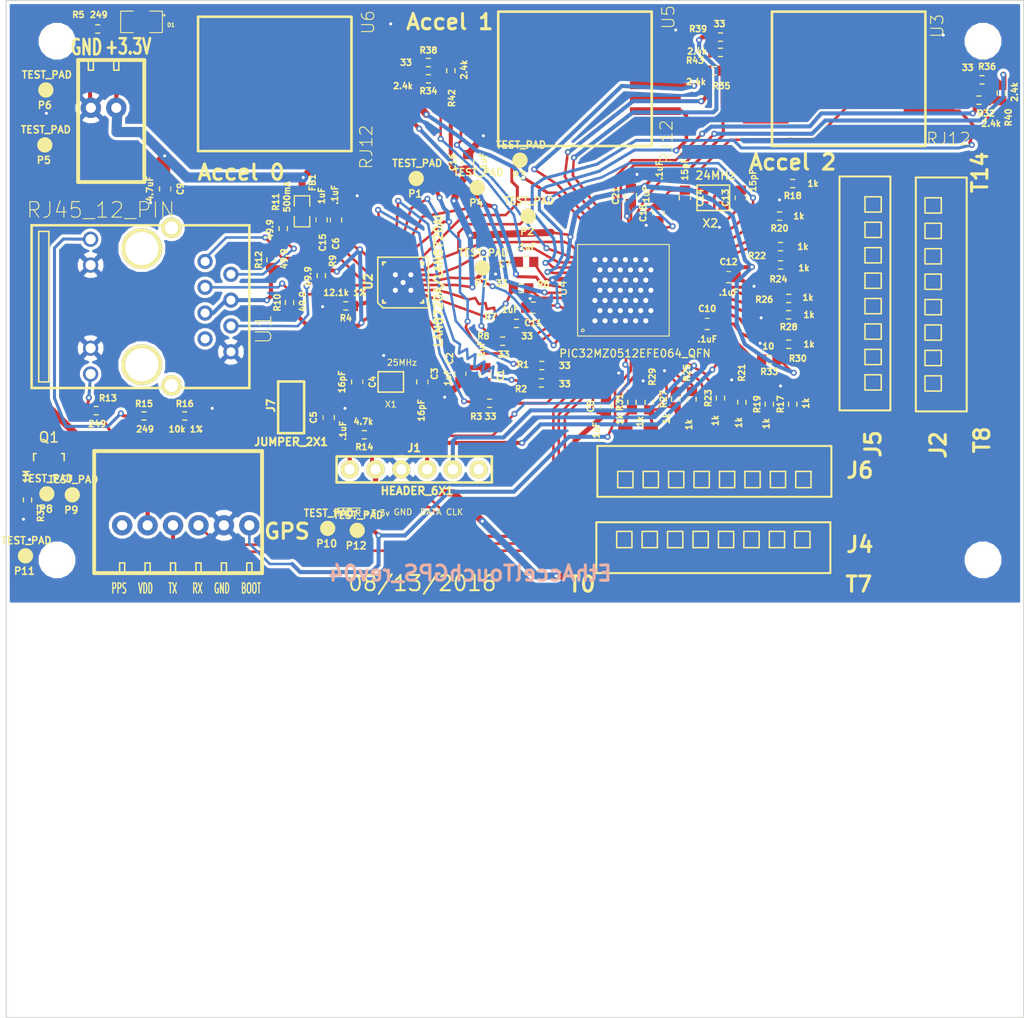
<source format=kicad_pcb>
(kicad_pcb (version 4) (host pcbnew 4.0.6-e0-6349~53~ubuntu16.04.1)
  (layers (0 F.Cu signal) (31 B.Cu signal) (34 B.Paste user) (35 F.Paste user) (36 B.SilkS user) (37 F.SilkS user) (38 B.Mask user) (39 F.Mask user) (44 Edge.Cuts user))
  (net 0 "")
  (net 1 +3.3v)
  (net 2 ACCEL1_VDD)
  (net 3 ACCEL2_VDD)
  (net 4 ACCEL3_VDD)
  (net 5 AVDD)
  (net 6 ECRSDV)
  (net 7 EMDC)
  (net 8 EMDIO)
  (net 9 EREFCLK)
  (net 10 ERXD0)
  (net 11 ERXD1)
  (net 12 ERXERR)
  (net 13 ETXD0)
  (net 14 ETXD1)
  (net 15 ETXEN)
  (net 16 GND)
  (net 17 GreenLED)
  (net 18 ICSPCLK_RB1)
  (net 19 ICSPDAT_RB0)
  (net 20 INT0)
  (net 21 INT1)
  (net 22 INT4)
  (net 23 RB10)
  (net 24 RB11)
  (net 25 RB12)
  (net 26 RB13)
  (net 27 RB14)
  (net 28 RB2)
  (net 29 RB3)
  (net 30 RB4)
  (net 31 RB5)
  (net 32 RB6)
  (net 33 RB7)
  (net 34 RB8)
  (net 35 RB9)
  (net 36 RG6)
  (net 37 RG9)
  (net 38 RXN)
  (net 39 RXP)
  (net 40 SCL1)
  (net 41 SCL3)
  (net 42 SCL5)
  (net 43 SDA1)
  (net 44 SDA3)
  (net 45 SDA5)
  (net 46 TXN)
  (net 47 TXP)
  (net 48 U3RX)
  (net 49 U3TX)
  (net 50 YellowLED)
  (net 51 nRST)
  (net 52 ~MCLR~)
  (net 53 "Net-(C1-Pad1)")
  (net 54 "Net-(C3-Pad1)")
  (net 55 "Net-(C4-Pad2)")
  (net 56 "Net-(C5-Pad1)")
  (net 57 "Net-(C10-Pad1)")
  (net 58 "Net-(R1-Pad1)")
  (net 59 "Net-(R2-Pad1)")
  (net 60 "Net-(R3-Pad1)")
  (net 61 "Net-(R4-Pad1)")
  (net 62 "Net-(R6-Pad1)")
  (net 63 "Net-(R7-Pad1)")
  (net 64 "Net-(R8-Pad1)")
  (net 65 "Net-(R13-Pad2)")
  (net 66 "Net-(R15-Pad2)")
  (net 67 "Net-(R36-Pad1)")
  (net 68 "Net-(R38-Pad1)")
  (net 69 "Net-(R39-Pad1)")
  (net 70 "Net-(C13-Pad2)")
  (net 71 "Net-(C14-Pad2)")
  (net 72 "Net-(J1-Pad6)")
  (net 73 "Net-(J5-Pad8)")
  (net 74 "Net-(J8-Pad1)")
  (net 75 "Net-(U1-Pad7)")
  (net 76 "Net-(U3-Pad5)")
  (net 77 "Net-(U4-Pad48)")
  (net 78 "Net-(U4-Pad47)")
  (net 79 "Net-(U4-Pad36)")
  (net 80 "Net-(U4-Pad37)")
  (net 81 "Net-(U4-Pad33)")
  (net 82 "Net-(U5-Pad5)")
  (net 83 "Net-(U6-Pad5)")
  (net 84 "Net-(D1-Pad2)")
  (net 85 "Net-(J8-Pad2)")
  (module ted_connectors:TED_RJ12_855135002 (layer F.Cu) (at 102.8 25.7 90)
    (fp_text reference U3 (at 5.2 8.7 90) (layer F.SilkS) (effects (font (size 1.2 1.2) (thickness 0.09906))))
    (fp_text value RJ12 (at -5.9 9.8 360) (layer F.SilkS) (effects (font (size 1.2 1.2) (thickness 0.09906))))
    (pad 6 smd rect (at -3.175 7.9 90) (size 0.76 5) (layers F.Cu F.Paste F.Mask) (net 4 ACCEL3_VDD) (clearance 0.2))
    (pad 4 smd rect (at -0.635 7.9 90) (size 0.76 5) (layers F.Cu F.Paste F.Mask) (net 21 INT1) (clearance 0.2))
    (pad 2 smd rect (at 1.905 7.9 90) (size 0.76 5) (layers F.Cu F.Paste F.Mask) (net 67 "Net-(R36-Pad1)") (clearance 0.2))
    (pad 3 smd rect (at 0.635 7.9 90) (size 0.76 5) (layers F.Cu F.Paste F.Mask) (net 42 SCL5) (clearance 0.2))
    (pad 1 smd rect (at 3.175 7.9 90) (size 0.76 5) (layers F.Cu F.Paste F.Mask) (net 16 GND) (clearance 0.2))
    (pad 5 smd rect (at -1.905 7.9 90) (size 0.76 5) (layers F.Cu F.Paste F.Mask) (net 76 "Net-(U3-Pad5)") (clearance 0.2))
    (pad PAD smd rect (at 0 -8.15 90) (size 8.8 4.5) (layers F.Cu F.Paste F.Mask))
  )
  (module ted_resistors:TED_SM0805_R (layer F.Cu) (at 49.08 38.73 270)
    (fp_text reference FB1 (at -2.83 -1.02 270) (layer F.SilkS) (effects (font (size 0.6 0.6))))
    (fp_text value 500mA (at -1.43 1.48 270) (layer F.SilkS) (effects (font (size 0.6 0.6))))
    (pad 1 smd rect (at -0.9525 0 270) (size 0.889 1.397) (layers F.Cu F.Paste F.Mask) (net 1 +3.3v))
    (pad 2 smd rect (at 0.9525 0 270) (size 0.889 1.397) (layers F.Cu F.Paste F.Mask) (net 5 AVDD))
  )
  (module ted_holes:TED_Hole_3mm (layer F.Cu) (at 25 73)
    (fp_text reference H1 hide)
    (fp_text value HOLE hide)
    (pad "" np_thru_hole circle (at 0 0) (size 3 3) (drill 3) (layers *.Cu *.Mask F.SilkS))
  )
  (module ted_holes:TED_Hole_3mm (layer F.Cu) (at 116 73)
    (fp_text reference H2 hide)
    (fp_text value HOLE hide)
    (pad "" np_thru_hole circle (at 0 0) (size 3 3) (drill 3) (layers *.Cu *.Mask F.SilkS))
  )
  (module ted_connectors:TED_HEADER_6x1 (layer F.Cu) (at 60.11 64.1)
    (fp_text reference J1 (at -0.01 -2.1) (layer F.SilkS) (effects (font (size 0.762 0.762) (thickness 0.1905))))
    (fp_text value HEADER_6X1 (at 0.26924 2.11328) (layer F.SilkS) (effects (font (size 0.762 0.762) (thickness 0.1905))))
    (pad 5 thru_hole circle (at 3.78968 0) (size 1.8 1.8) (drill 1) (layers *.Cu *.Mask F.SilkS) (net 18 ICSPCLK_RB1))
    (pad 6 thru_hole circle (at 6.32968 0) (size 1.8 1.8) (drill 1) (layers *.Cu *.Mask F.SilkS) (net 72 "Net-(J1-Pad6)"))
    (pad 1 thru_hole circle (at -6.35 0) (size 1.8 1.8) (drill 1) (layers *.Cu *.Mask F.SilkS) (net 52 ~MCLR~))
    (pad 2 thru_hole circle (at -3.81 0) (size 1.8 1.8) (drill 1) (layers *.Cu *.Mask F.SilkS) (net 1 +3.3v))
    (pad 4 thru_hole circle (at 1.25984 0) (size 1.8 1.8) (drill 1) (layers *.Cu *.Mask F.SilkS) (net 19 ICSPDAT_RB0))
    (pad 3 thru_hole circle (at -1.28016 0) (size 1.8 1.8) (drill 1) (layers *.Cu *.Mask F.SilkS) (net 16 GND))
  )
  (module ted_connectors:TED_TERMINAL_SPRING_2.54MM_2PIN_1989748 (layer F.Cu) (at 29.575 29.85 180)
    (fp_text reference J3 hide)
    (fp_text value TERMINAL_2X1 hide)
    (pad 2 thru_hole circle (at 1.25 1.3 180) (size 2 2) (drill 1) (layers *.Cu *.Mask) (net 16 GND))
    (pad 1 thru_hole circle (at -1.25 1.3 180) (size 2 2) (drill 1) (layers *.Cu *.Mask) (net 1 +3.3v))
  )
  (module ted_connectors:TED_Terminal_8x1_1814760 (layer F.Cu) (at 89.5 71.8 180)
    (fp_text reference J4 (at -14.4 0.3 180) (layer F.SilkS) (effects (font (thickness 0.3048))))
    (fp_text value TERMINAL_8X1 hide)
    (pad 8 smd rect (at 8.75 -2.8 180) (size 1.4 3.4) (layers F.Cu F.Paste F.Mask) (net 1 +3.3v))
    (pad 7 smd rect (at 6.25 -2.8 180) (size 1.4 3.4) (layers F.Cu F.Paste F.Mask) (net 1 +3.3v))
    (pad 6 smd rect (at 3.75 -2.8 180) (size 1.4 3.4) (layers F.Cu F.Paste F.Mask) (net 1 +3.3v))
    (pad 1 smd rect (at -8.75 -2.8 180) (size 1.4 3.4) (layers F.Cu F.Paste F.Mask) (net 1 +3.3v))
    (pad 3 smd rect (at -3.75 -2.8 180) (size 1.4 3.4) (layers F.Cu F.Paste F.Mask) (net 1 +3.3v))
    (pad 2 smd rect (at -6.25 -2.8 180) (size 1.4 3.4) (layers F.Cu F.Paste F.Mask) (net 1 +3.3v))
    (pad PAD smd rect (at 11.7 0.35 180) (size 2.3 5.6) (layers F.Cu F.Paste F.Mask))
    (pad 4 smd rect (at -1.25 -2.8 180) (size 1.4 3.4) (layers F.Cu F.Paste F.Mask) (net 1 +3.3v))
    (pad 5 smd rect (at 1.25 -2.8 180) (size 1.4 3.4) (layers F.Cu F.Paste F.Mask) (net 1 +3.3v))
    (pad PAD smd rect (at -11.7 0.35 180) (size 2.3 5.6) (layers F.Cu F.Paste F.Mask))
  )
  (module ted_connectors:TED_Terminal_8x1_1814760 (layer F.Cu) (at 104.4 46.8 90)
    (fp_text reference J5 (at -14.8 0.8 90) (layer F.SilkS) (effects (font (thickness 0.3048))))
    (fp_text value TERMINAL_8X1 hide)
    (pad 8 smd rect (at 8.75 -2.8 90) (size 1.4 3.4) (layers F.Cu F.Paste F.Mask) (net 73 "Net-(J5-Pad8)"))
    (pad 7 smd rect (at 6.25 -2.8 90) (size 1.4 3.4) (layers F.Cu F.Paste F.Mask) (net 27 RB14))
    (pad 6 smd rect (at 3.75 -2.8 90) (size 1.4 3.4) (layers F.Cu F.Paste F.Mask) (net 26 RB13))
    (pad 1 smd rect (at -8.75 -2.8 90) (size 1.4 3.4) (layers F.Cu F.Paste F.Mask) (net 34 RB8))
    (pad 3 smd rect (at -3.75 -2.8 90) (size 1.4 3.4) (layers F.Cu F.Paste F.Mask) (net 23 RB10))
    (pad 2 smd rect (at -6.25 -2.8 90) (size 1.4 3.4) (layers F.Cu F.Paste F.Mask) (net 35 RB9))
    (pad PAD smd rect (at 11.7 0.35 90) (size 2.3 5.6) (layers F.Cu F.Paste F.Mask))
    (pad 4 smd rect (at -1.25 -2.8 90) (size 1.4 3.4) (layers F.Cu F.Paste F.Mask) (net 24 RB11))
    (pad 5 smd rect (at 1.25 -2.8 90) (size 1.4 3.4) (layers F.Cu F.Paste F.Mask) (net 25 RB12))
    (pad PAD smd rect (at -11.7 0.35 90) (size 2.3 5.6) (layers F.Cu F.Paste F.Mask))
  )
  (module ted_connectors:TED_Terminal_8x1_1814760 (layer F.Cu) (at 89.6 64.3)
    (fp_text reference J6 (at 14.3 -0.1) (layer F.SilkS) (effects (font (thickness 0.3048))))
    (fp_text value TERMINAL_8X1 hide)
    (pad 8 smd rect (at 8.75 -2.8) (size 1.4 3.4) (layers F.Cu F.Paste F.Mask) (net 33 RB7))
    (pad 7 smd rect (at 6.25 -2.8) (size 1.4 3.4) (layers F.Cu F.Paste F.Mask) (net 32 RB6))
    (pad 6 smd rect (at 3.75 -2.8) (size 1.4 3.4) (layers F.Cu F.Paste F.Mask) (net 19 ICSPDAT_RB0))
    (pad 1 smd rect (at -8.75 -2.8) (size 1.4 3.4) (layers F.Cu F.Paste F.Mask) (net 31 RB5))
    (pad 3 smd rect (at -3.75 -2.8) (size 1.4 3.4) (layers F.Cu F.Paste F.Mask) (net 29 RB3))
    (pad 2 smd rect (at -6.25 -2.8) (size 1.4 3.4) (layers F.Cu F.Paste F.Mask) (net 30 RB4))
    (pad PAD smd rect (at 11.7 0.35) (size 2.3 5.6) (layers F.Cu F.Paste F.Mask))
    (pad 4 smd rect (at -1.25 -2.8) (size 1.4 3.4) (layers F.Cu F.Paste F.Mask) (net 28 RB2))
    (pad 5 smd rect (at 1.25 -2.8) (size 1.4 3.4) (layers F.Cu F.Paste F.Mask) (net 18 ICSPCLK_RB1))
    (pad PAD smd rect (at -11.7 0.35) (size 2.3 5.6) (layers F.Cu F.Paste F.Mask))
  )
  (module ted_connectors:TED_JUMPER_2x1_SMD (layer F.Cu) (at 48 58 90)
    (fp_text reference J7 (at 0.1778 -1.98628 90) (layer F.SilkS) (effects (font (size 0.762 0.762) (thickness 0.1905))))
    (fp_text value JUMPER_2X1 (at -3.4 0 180) (layer F.SilkS) (effects (font (size 0.762 0.762) (thickness 0.1905))))
    (pad 2 smd rect (at 1.27 1.27 90) (size 0.9906 2.54) (layers F.Cu F.Paste F.Mask) (net 56 "Net-(C5-Pad1)") (clearance 0.508))
    (pad 1 smd rect (at -1.27 -1.27 90) (size 0.9906 2.54) (layers F.Cu F.Paste F.Mask) (net 52 ~MCLR~) (clearance 0.508))
  )
  (module ted_ICs:TED_QFN24+1 (layer F.Cu) (at 59.01 45.73 90)
    (fp_text reference U2 (at 0.1 -3.425 90) (layer F.SilkS) (effects (font (size 0.8 0.8) (thickness 0.2))))
    (fp_text value LAN8720A/LAN8720AI (at 0.175 3.475 90) (layer F.SilkS) (effects (font (size 0.8 0.8) (thickness 0.2))))
    (pad 25 smd rect (at 0 0) (size 2.49936 2.49936) (layers F.Cu F.Paste F.Mask) (net 16 GND))
    (pad 1 smd oval (at -1.99898 -1.24968 90) (size 0.8001 0.24892) (layers F.Cu F.Paste F.Mask) (net 5 AVDD))
    (pad 2 smd oval (at -1.99898 -0.7493 90) (size 0.8001 0.24892) (layers F.Cu F.Paste F.Mask) (net 66 "Net-(R15-Pad2)"))
    (pad 3 smd oval (at -1.99898 -0.24892 90) (size 0.8001 0.24892) (layers F.Cu F.Paste F.Mask) (net 65 "Net-(R13-Pad2)"))
    (pad 4 smd oval (at -1.99898 0.24892 90) (size 0.8001 0.24892) (layers F.Cu F.Paste F.Mask) (net 55 "Net-(C4-Pad2)"))
    (pad 5 smd oval (at -1.99898 0.7493 90) (size 0.8001 0.24892) (layers F.Cu F.Paste F.Mask) (net 54 "Net-(C3-Pad1)"))
    (pad 6 smd oval (at -1.99898 1.24968 90) (size 0.8001 0.24892) (layers F.Cu F.Paste F.Mask) (net 53 "Net-(C1-Pad1)"))
    (pad 7 smd oval (at -1.24968 1.99898 180) (size 0.8001 0.24892) (layers F.Cu F.Paste F.Mask) (net 62 "Net-(R6-Pad1)"))
    (pad 8 smd oval (at -0.7493 1.99898 180) (size 0.8001 0.24892) (layers F.Cu F.Paste F.Mask) (net 63 "Net-(R7-Pad1)"))
    (pad 9 smd oval (at -0.24892 1.99898 180) (size 0.8001 0.24892) (layers F.Cu F.Paste F.Mask) (net 1 +3.3v))
    (pad 10 smd oval (at 0.24892 1.99898 180) (size 0.8001 0.24892) (layers F.Cu F.Paste F.Mask) (net 12 ERXERR))
    (pad 11 smd oval (at 0.7493 1.99898 180) (size 0.8001 0.24892) (layers F.Cu F.Paste F.Mask) (net 64 "Net-(R8-Pad1)"))
    (pad 12 smd oval (at 1.24968 1.99898 180) (size 0.8001 0.24892) (layers F.Cu F.Paste F.Mask) (net 8 EMDIO))
    (pad 13 smd oval (at 1.99898 1.24968 270) (size 0.8001 0.24892) (layers F.Cu F.Paste F.Mask) (net 7 EMDC))
    (pad 14 smd oval (at 1.99898 0.7493 270) (size 0.8001 0.24892) (layers F.Cu F.Paste F.Mask) (net 9 EREFCLK))
    (pad 15 smd oval (at 1.99898 0.24892 270) (size 0.8001 0.24892) (layers F.Cu F.Paste F.Mask) (net 51 nRST))
    (pad 16 smd oval (at 1.99898 -0.24892 270) (size 0.8001 0.24892) (layers F.Cu F.Paste F.Mask) (net 58 "Net-(R1-Pad1)"))
    (pad 17 smd oval (at 1.99898 -0.7493 270) (size 0.8001 0.24892) (layers F.Cu F.Paste F.Mask) (net 59 "Net-(R2-Pad1)"))
    (pad 18 smd oval (at 1.99898 -1.24968 270) (size 0.8001 0.24892) (layers F.Cu F.Paste F.Mask) (net 60 "Net-(R3-Pad1)"))
    (pad 19 smd oval (at 1.24968 -1.99898) (size 0.8001 0.24892) (layers F.Cu F.Paste F.Mask) (net 5 AVDD))
    (pad 20 smd oval (at 0.7493 -1.99898) (size 0.8001 0.24892) (layers F.Cu F.Paste F.Mask) (net 46 TXN))
    (pad 21 smd oval (at 0.24892 -1.99898) (size 0.8001 0.24892) (layers F.Cu F.Paste F.Mask) (net 47 TXP))
    (pad 22 smd oval (at -0.24892 -1.99898) (size 0.8001 0.24892) (layers F.Cu F.Paste F.Mask) (net 38 RXN))
    (pad 23 smd oval (at -0.7493 -1.99898) (size 0.8001 0.24892) (layers F.Cu F.Paste F.Mask) (net 39 RXP))
    (pad 24 smd oval (at -1.24968 -1.99898) (size 0.8001 0.24892) (layers F.Cu F.Paste F.Mask) (net 61 "Net-(R4-Pad1)"))
    (pad 25 thru_hole circle (at 0 0) (size 0.6 0.6) (drill 0.5) (layers *.Cu) (net 16 GND))
    (pad 25 thru_hole circle (at 0.762 -0.762) (size 0.6 0.6) (drill 0.5) (layers *.Cu) (net 16 GND))
    (pad 25 thru_hole circle (at -0.762 -0.762) (size 0.6 0.6) (drill 0.5) (layers *.Cu) (net 16 GND))
    (pad 25 thru_hole circle (at 0.762 0.762) (size 0.6 0.6) (drill 0.5) (layers *.Cu) (net 16 GND))
    (pad 25 thru_hole circle (at -0.762 0.762) (size 0.6 0.6) (drill 0.5) (layers *.Cu) (net 16 GND))
    (pad 25 smd rect (at 0 0) (size 2.49936 2.49936) (layers B.Cu B.Paste B.Mask) (net 16 GND))
  )
  (module ted_ICs:TED_QFN64+1H (layer F.Cu) (at 80.66 46.49 90)
    (fp_text reference U4 (at 0.2 -5.95 90) (layer F.SilkS) (effects (font (size 0.762 0.762) (thickness 0.127))))
    (fp_text value PIC32MZ0512EFE064_QFN (at -6.21 1.14 180) (layer F.SilkS) (effects (font (size 0.762 0.762) (thickness 0.127))))
    (pad 15 smd rect (at -4.45 3.25 180) (size 0.25 0.85) (layers F.Cu F.Paste F.Mask) (net 18 ICSPCLK_RB1))
    (pad 16 smd rect (at -4.45 3.75 180) (size 0.25 0.85) (layers F.Cu F.Paste F.Mask) (net 19 ICSPDAT_RB0))
    (pad 9 smd rect (at -4.45 0.25 180) (size 0.25 0.85) (layers F.Cu F.Paste F.Mask) (net 52 ~MCLR~))
    (pad 10 smd rect (at -4.45 0.75 180) (size 0.25 0.85) (layers F.Cu F.Paste F.Mask) (net 37 RG9))
    (pad 12 smd rect (at -4.45 1.75 180) (size 0.25 0.85) (layers F.Cu F.Paste F.Mask) (net 30 RB4))
    (pad 11 smd rect (at -4.45 1.25 180) (size 0.25 0.85) (layers F.Cu F.Paste F.Mask) (net 31 RB5))
    (pad 14 smd rect (at -4.45 2.75 180) (size 0.25 0.85) (layers F.Cu F.Paste F.Mask) (net 28 RB2))
    (pad 13 smd rect (at -4.45 2.25 180) (size 0.25 0.85) (layers F.Cu F.Paste F.Mask) (net 29 RB3))
    (pad 5 smd rect (at -4.45 -1.75 180) (size 0.25 0.85) (layers F.Cu F.Paste F.Mask) (net 48 U3RX))
    (pad 6 smd rect (at -4.45 -1.25 180) (size 0.25 0.85) (layers F.Cu F.Paste F.Mask) (net 49 U3TX))
    (pad 8 smd rect (at -4.45 -0.25 180) (size 0.25 0.85) (layers F.Cu F.Paste F.Mask) (net 1 +3.3v))
    (pad 7 smd rect (at -4.45 -0.75 180) (size 0.25 0.85) (layers F.Cu F.Paste F.Mask) (net 16 GND))
    (pad 3 smd rect (at -4.45 -2.75 180) (size 0.25 0.85) (layers F.Cu F.Paste F.Mask) (net 14 ETXD1))
    (pad 4 smd rect (at -4.45 -2.25 180) (size 0.25 0.85) (layers F.Cu F.Paste F.Mask) (net 36 RG6))
    (pad 2 smd rect (at -4.45 -3.25 180) (size 0.25 0.85) (layers F.Cu F.Paste F.Mask) (net 13 ETXD0))
    (pad 1 smd rect (at -4.45 -3.75 180) (size 0.25 0.85) (layers F.Cu F.Paste F.Mask) (net 15 ETXEN))
    (pad 64 smd rect (at -3.75 -4.45 270) (size 0.25 0.85) (layers F.Cu F.Paste F.Mask) (net 12 ERXERR))
    (pad 63 smd rect (at -3.25 -4.45 270) (size 0.25 0.85) (layers F.Cu F.Paste F.Mask) (net 9 EREFCLK))
    (pad 61 smd rect (at -2.25 -4.45 270) (size 0.25 0.85) (layers F.Cu F.Paste F.Mask) (net 10 ERXD0))
    (pad 62 smd rect (at -2.75 -4.45 270) (size 0.25 0.85) (layers F.Cu F.Paste F.Mask) (net 6 ECRSDV))
    (pad 58 smd rect (at -0.75 -4.45 270) (size 0.25 0.85) (layers F.Cu F.Paste F.Mask) (net 11 ERXD1))
    (pad 57 smd rect (at -0.25 -4.45 270) (size 0.25 0.85) (layers F.Cu F.Paste F.Mask) (net 2 ACCEL1_VDD))
    (pad 59 smd rect (at -1.25 -4.45 270) (size 0.25 0.85) (layers F.Cu F.Paste F.Mask) (net 16 GND))
    (pad 60 smd rect (at -1.75 -4.45 270) (size 0.25 0.85) (layers F.Cu F.Paste F.Mask) (net 1 +3.3v))
    (pad 52 smd rect (at 2.25 -4.45 270) (size 0.25 0.85) (layers F.Cu F.Paste F.Mask) (net 4 ACCEL3_VDD))
    (pad 51 smd rect (at 2.75 -4.45 270) (size 0.25 0.85) (layers F.Cu F.Paste F.Mask) (net 41 SCL3))
    (pad 54 smd rect (at 1.25 -4.45 270) (size 0.25 0.85) (layers F.Cu F.Paste F.Mask) (net 1 +3.3v))
    (pad 53 smd rect (at 1.75 -4.45 270) (size 0.25 0.85) (layers F.Cu F.Paste F.Mask) (net 3 ACCEL2_VDD))
    (pad 55 smd rect (at 0.75 -4.45 270) (size 0.25 0.85) (layers F.Cu F.Paste F.Mask) (net 16 GND))
    (pad 56 smd rect (at 0.25 -4.45 270) (size 0.25 0.85) (layers F.Cu F.Paste F.Mask) (net 51 nRST))
    (pad 49 smd rect (at 3.75 -4.45 270) (size 0.25 0.85) (layers F.Cu F.Paste F.Mask) (net 8 EMDIO))
    (pad 50 smd rect (at 3.25 -4.45 270) (size 0.25 0.85) (layers F.Cu F.Paste F.Mask) (net 44 SDA3))
    (pad 48 smd rect (at 4.45 -3.75 180) (size 0.25 0.85) (layers F.Cu F.Paste F.Mask) (net 77 "Net-(U4-Pad48)"))
    (pad 47 smd rect (at 4.45 -3.25 180) (size 0.25 0.85) (layers F.Cu F.Paste F.Mask) (net 78 "Net-(U4-Pad47)"))
    (pad 45 smd rect (at 4.45 -2.25 180) (size 0.25 0.85) (layers F.Cu F.Paste F.Mask) (net 22 INT4))
    (pad 46 smd rect (at 4.45 -2.75 180) (size 0.25 0.85) (layers F.Cu F.Paste F.Mask) (net 20 INT0))
    (pad 42 smd rect (at 4.45 -0.75 180) (size 0.25 0.85) (layers F.Cu F.Paste F.Mask) (net 42 SCL5))
    (pad 41 smd rect (at 4.45 -0.25 180) (size 0.25 0.85) (layers F.Cu F.Paste F.Mask) (net 45 SDA5))
    (pad 43 smd rect (at 4.45 -1.25 180) (size 0.25 0.85) (layers F.Cu F.Paste F.Mask) (net 43 SDA1))
    (pad 44 smd rect (at 4.45 -1.75 180) (size 0.25 0.85) (layers F.Cu F.Paste F.Mask) (net 40 SCL1))
    (pad 36 smd rect (at 4.45 2.25 180) (size 0.25 0.85) (layers F.Cu F.Paste F.Mask) (net 79 "Net-(U4-Pad36)"))
    (pad 35 smd rect (at 4.45 2.75 180) (size 0.25 0.85) (layers F.Cu F.Paste F.Mask) (net 16 GND))
    (pad 38 smd rect (at 4.45 1.25 180) (size 0.25 0.85) (layers F.Cu F.Paste F.Mask) (net 21 INT1))
    (pad 37 smd rect (at 4.45 1.75 180) (size 0.25 0.85) (layers F.Cu F.Paste F.Mask) (net 80 "Net-(U4-Pad37)"))
    (pad 39 smd rect (at 4.45 0.75 180) (size 0.25 0.85) (layers F.Cu F.Paste F.Mask) (net 1 +3.3v))
    (pad 40 smd rect (at 4.45 0.25 180) (size 0.25 0.85) (layers F.Cu F.Paste F.Mask) (net 16 GND))
    (pad 33 smd rect (at 4.45 3.75 180) (size 0.25 0.85) (layers F.Cu F.Paste F.Mask) (net 81 "Net-(U4-Pad33)"))
    (pad 34 smd rect (at 4.45 3.25 180) (size 0.25 0.85) (layers F.Cu F.Paste F.Mask) (net 1 +3.3v))
    (pad 31 smd rect (at 3.25 4.45 270) (size 0.25 0.85) (layers F.Cu F.Paste F.Mask) (net 70 "Net-(C13-Pad2)"))
    (pad 32 smd rect (at 3.75 4.45 270) (size 0.25 0.85) (layers F.Cu F.Paste F.Mask) (net 71 "Net-(C14-Pad2)"))
    (pad 25 smd rect (at 0.25 4.45 270) (size 0.25 0.85) (layers F.Cu F.Paste F.Mask) (net 16 GND))
    (pad 26 smd rect (at 0.75 4.45 270) (size 0.25 0.85) (layers F.Cu F.Paste F.Mask) (net 1 +3.3v))
    (pad 28 smd rect (at 1.75 4.45 270) (size 0.25 0.85) (layers F.Cu F.Paste F.Mask) (net 26 RB13))
    (pad 27 smd rect (at 1.27 4.45 270) (size 0.25 0.85) (layers F.Cu F.Paste F.Mask) (net 25 RB12))
    (pad 30 smd rect (at 2.75 4.45 270) (size 0.25 0.85) (layers F.Cu F.Paste F.Mask) (net 7 EMDC))
    (pad 29 smd rect (at 2.25 4.45 270) (size 0.25 0.85) (layers F.Cu F.Paste F.Mask) (net 27 RB14))
    (pad 21 smd rect (at -1.75 4.45 270) (size 0.25 0.85) (layers F.Cu F.Paste F.Mask) (net 34 RB8))
    (pad 22 smd rect (at -1.25 4.45 270) (size 0.25 0.85) (layers F.Cu F.Paste F.Mask) (net 35 RB9))
    (pad 24 smd rect (at -0.25 4.45 270) (size 0.25 0.85) (layers F.Cu F.Paste F.Mask) (net 24 RB11))
    (pad 23 smd rect (at -0.75 4.45 270) (size 0.25 0.85) (layers F.Cu F.Paste F.Mask) (net 23 RB10))
    (pad 19 smd rect (at -2.75 4.45 270) (size 0.25 0.85) (layers F.Cu F.Paste F.Mask) (net 57 "Net-(C10-Pad1)"))
    (pad 20 smd rect (at -2.25 4.45 270) (size 0.25 0.85) (layers F.Cu F.Paste F.Mask) (net 16 GND))
    (pad 18 smd rect (at -3.25 4.45 270) (size 0.25 0.85) (layers F.Cu F.Paste F.Mask) (net 33 RB7))
    (pad 17 smd rect (at -3.75 4.45 270) (size 0.25 0.85) (layers F.Cu F.Paste F.Mask) (net 32 RB6))
    (pad 65 smd rect (at 0 0 270) (size 7.15 7.15) (layers *.Cu *.Mask F.Paste) (net 16 GND))
    (pad 65 thru_hole circle (at -3 -2.8 90) (size 0.6 0.6) (drill 0.5) (layers *.Cu) (net 16 GND))
    (pad 65 thru_hole circle (at -2 -2.3 90) (size 0.6 0.6) (drill 0.5) (layers *.Cu) (net 16 GND))
    (pad 65 thru_hole circle (at -1 -2.8 90) (size 0.6 0.6) (drill 0.5) (layers *.Cu) (net 16 GND))
    (pad 65 thru_hole circle (at 0 -2.3 90) (size 0.6 0.6) (drill 0.5) (layers *.Cu) (net 16 GND))
    (pad 65 thru_hole circle (at 1 -2.8 90) (size 0.6 0.6) (drill 0.5) (layers *.Cu) (net 16 GND))
    (pad 65 thru_hole circle (at 2 -2.3 90) (size 0.6 0.6) (drill 0.5) (layers *.Cu) (net 16 GND))
    (pad 65 thru_hole circle (at 3 -2.8 90) (size 0.6 0.6) (drill 0.5) (layers *.Cu) (net 16 GND))
    (pad 65 thru_hole circle (at -3 -1.8 90) (size 0.6 0.6) (drill 0.5) (layers *.Cu) (net 16 GND))
    (pad 65 thru_hole circle (at -2 -1.3 90) (size 0.6 0.6) (drill 0.5) (layers *.Cu) (net 16 GND))
    (pad 65 thru_hole circle (at -1 -1.8 90) (size 0.6 0.6) (drill 0.5) (layers *.Cu) (net 16 GND))
    (pad 65 thru_hole circle (at 0 -1.3 90) (size 0.6 0.6) (drill 0.5) (layers *.Cu) (net 16 GND))
    (pad 65 thru_hole circle (at 1 -1.8 90) (size 0.6 0.6) (drill 0.5) (layers *.Cu) (net 16 GND))
    (pad 65 thru_hole circle (at 2 -1.3 90) (size 0.6 0.6) (drill 0.5) (layers *.Cu) (net 16 GND))
    (pad 65 thru_hole circle (at 3 -1.8 90) (size 0.6 0.6) (drill 0.5) (layers *.Cu) (net 16 GND))
    (pad 65 thru_hole circle (at -3 -0.8 90) (size 0.6 0.6) (drill 0.5) (layers *.Cu) (net 16 GND))
    (pad 65 thru_hole circle (at -2 -0.3 90) (size 0.6 0.6) (drill 0.5) (layers *.Cu) (net 16 GND))
    (pad 65 thru_hole circle (at -1 -0.8 90) (size 0.6 0.6) (drill 0.5) (layers *.Cu) (net 16 GND))
    (pad 65 thru_hole circle (at 0 -0.3 90) (size 0.6 0.6) (drill 0.5) (layers *.Cu) (net 16 GND))
    (pad 65 thru_hole circle (at 1 -0.8 90) (size 0.6 0.6) (drill 0.5) (layers *.Cu) (net 16 GND))
    (pad 65 thru_hole circle (at 2 -0.3 90) (size 0.6 0.6) (drill 0.5) (layers *.Cu) (net 16 GND))
    (pad 65 thru_hole circle (at 3 -0.8 90) (size 0.6 0.6) (drill 0.5) (layers *.Cu) (net 16 GND))
    (pad 65 thru_hole circle (at -3 0.2 90) (size 0.6 0.6) (drill 0.5) (layers *.Cu) (net 16 GND))
    (pad 65 thru_hole circle (at -2 0.7 90) (size 0.6 0.6) (drill 0.5) (layers *.Cu) (net 16 GND))
    (pad 65 thru_hole circle (at -1 0.2 90) (size 0.6 0.6) (drill 0.5) (layers *.Cu) (net 16 GND))
    (pad 65 thru_hole circle (at 0 0.7 90) (size 0.6 0.6) (drill 0.5) (layers *.Cu) (net 16 GND))
    (pad 65 thru_hole circle (at 1 0.2 90) (size 0.6 0.6) (drill 0.5) (layers *.Cu) (net 16 GND))
    (pad 65 thru_hole circle (at 2 0.7 90) (size 0.6 0.6) (drill 0.5) (layers *.Cu) (net 16 GND))
    (pad 65 thru_hole circle (at 3 0.2 90) (size 0.6 0.6) (drill 0.5) (layers *.Cu) (net 16 GND))
    (pad 65 thru_hole circle (at -3 1.2 90) (size 0.6 0.6) (drill 0.5) (layers *.Cu) (net 16 GND))
    (pad 65 thru_hole circle (at -2 1.7 90) (size 0.6 0.6) (drill 0.5) (layers *.Cu) (net 16 GND))
    (pad 65 thru_hole circle (at -1 1.2 90) (size 0.6 0.6) (drill 0.5) (layers *.Cu) (net 16 GND))
    (pad 65 thru_hole circle (at 0 1.7 90) (size 0.6 0.6) (drill 0.5) (layers *.Cu) (net 16 GND))
    (pad 65 thru_hole circle (at 1 1.2 90) (size 0.6 0.6) (drill 0.5) (layers *.Cu) (net 16 GND))
    (pad 65 thru_hole circle (at 2 1.7 90) (size 0.6 0.6) (drill 0.5) (layers *.Cu) (net 16 GND))
    (pad 65 thru_hole circle (at 3 1.2 90) (size 0.6 0.6) (drill 0.5) (layers *.Cu) (net 16 GND))
    (pad 65 thru_hole circle (at -3 2.2 90) (size 0.6 0.6) (drill 0.5) (layers *.Cu) (net 16 GND))
    (pad 65 thru_hole circle (at -2 2.7 90) (size 0.6 0.6) (drill 0.5) (layers *.Cu) (net 16 GND))
    (pad 65 thru_hole circle (at -1 2.2 90) (size 0.6 0.6) (drill 0.5) (layers *.Cu) (net 16 GND))
    (pad 65 thru_hole circle (at 0 2.7 90) (size 0.6 0.6) (drill 0.5) (layers *.Cu) (net 16 GND))
    (pad 65 thru_hole circle (at 1 2.2 90) (size 0.6 0.6) (drill 0.5) (layers *.Cu) (net 16 GND))
    (pad 65 thru_hole circle (at 2 2.7 90) (size 0.6 0.6) (drill 0.5) (layers *.Cu) (net 16 GND))
    (pad 65 thru_hole circle (at 3 2.2 90) (size 0.6 0.6) (drill 0.5) (layers *.Cu) (net 16 GND))
  )
  (module ted_connectors:TED_RJ12_855135002 (layer F.Cu) (at 75.9 25.7 90)
    (fp_text reference U5 (at 6.06 9.17 90) (layer F.SilkS) (effects (font (size 1.2 1.2) (thickness 0.09906))))
    (fp_text value RJ12 (at -6.21 8.99 90) (layer F.SilkS) (effects (font (size 1.2 1.2) (thickness 0.09906))))
    (pad 6 smd rect (at -3.175 7.9 90) (size 0.76 5) (layers F.Cu F.Paste F.Mask) (net 3 ACCEL2_VDD) (clearance 0.2))
    (pad 4 smd rect (at -0.635 7.9 90) (size 0.76 5) (layers F.Cu F.Paste F.Mask) (net 22 INT4) (clearance 0.2))
    (pad 2 smd rect (at 1.905 7.9 90) (size 0.76 5) (layers F.Cu F.Paste F.Mask) (net 69 "Net-(R39-Pad1)") (clearance 0.2))
    (pad 3 smd rect (at 0.635 7.9 90) (size 0.76 5) (layers F.Cu F.Paste F.Mask) (net 40 SCL1) (clearance 0.2))
    (pad 1 smd rect (at 3.175 7.9 90) (size 0.76 5) (layers F.Cu F.Paste F.Mask) (net 16 GND) (clearance 0.2))
    (pad 5 smd rect (at -1.905 7.9 90) (size 0.76 5) (layers F.Cu F.Paste F.Mask) (net 82 "Net-(U5-Pad5)") (clearance 0.2))
    (pad PAD smd rect (at 0 -8.15 90) (size 8.8 4.5) (layers F.Cu F.Paste F.Mask))
  )
  (module ted_connectors:TED_RJ12_855135002 (layer F.Cu) (at 46.4 26.2 90)
    (fp_text reference U6 (at 6.06 9.17 90) (layer F.SilkS) (effects (font (size 1.2 1.2) (thickness 0.09906))))
    (fp_text value RJ12 (at -6.21 8.99 90) (layer F.SilkS) (effects (font (size 1.2 1.2) (thickness 0.09906))))
    (pad 6 smd rect (at -3.175 7.9 90) (size 0.76 5) (layers F.Cu F.Paste F.Mask) (net 2 ACCEL1_VDD) (clearance 0.2))
    (pad 4 smd rect (at -0.635 7.9 90) (size 0.76 5) (layers F.Cu F.Paste F.Mask) (net 20 INT0) (clearance 0.2))
    (pad 2 smd rect (at 1.905 7.9 90) (size 0.76 5) (layers F.Cu F.Paste F.Mask) (net 68 "Net-(R38-Pad1)") (clearance 0.2))
    (pad 3 smd rect (at 0.635 7.9 90) (size 0.76 5) (layers F.Cu F.Paste F.Mask) (net 41 SCL3) (clearance 0.2))
    (pad 1 smd rect (at 3.175 7.9 90) (size 0.76 5) (layers F.Cu F.Paste F.Mask) (net 16 GND) (clearance 0.2))
    (pad 5 smd rect (at -1.905 7.9 90) (size 0.76 5) (layers F.Cu F.Paste F.Mask) (net 83 "Net-(U6-Pad5)") (clearance 0.2))
    (pad PAD smd rect (at 0 -8.15 90) (size 8.8 4.5) (layers F.Cu F.Paste F.Mask))
  )
  (module ted_crystals:TED_crystal_FA-20H (layer F.Cu) (at 57.8 55.5 180)
    (fp_text reference X1 (at 0 -2.2 180) (layer F.SilkS) (effects (font (size 0.6 0.6) (thickness 0.1))))
    (fp_text value 25MHz (at -1.1 1.9 180) (layer F.SilkS) (effects (font (size 0.6 0.6) (thickness 0.1))))
    (pad 1 smd rect (at -0.85 0.7 180) (size 1.2 1.1) (layers F.Cu F.Paste F.Mask) (net 54 "Net-(C3-Pad1)"))
    (pad 2 smd rect (at 0.85 0.7 180) (size 1.2 1.1) (layers F.Cu F.Paste F.Mask) (net 16 GND))
    (pad 4 smd rect (at -0.85 -0.7 180) (size 1.2 1.1) (layers F.Cu F.Paste F.Mask) (net 16 GND))
    (pad 3 smd rect (at 0.85 -0.7 180) (size 1.2 1.1) (layers F.Cu F.Paste F.Mask) (net 55 "Net-(C4-Pad2)"))
  )
  (module ted_crystals:crystal_TSX3225 (layer F.Cu) (at 89.5 37.4 180)
    (fp_text reference X2 (at 0.3 -2.5 180) (layer F.SilkS) (effects (font (size 0.8 0.8))))
    (fp_text value 24MHz (at -0.2 2.2 180) (layer F.SilkS) (effects (font (size 0.8 0.8))))
    (pad 1 smd rect (at -1 0.75 180) (size 1 0.8) (layers F.Cu F.Paste F.Mask) (net 70 "Net-(C13-Pad2)"))
    (pad 2 smd rect (at 1 0.75 180) (size 1 0.8) (layers F.Cu F.Paste F.Mask) (net 16 GND))
    (pad 4 smd rect (at -1 -0.75 180) (size 1 0.8) (layers F.Cu F.Paste F.Mask) (net 16 GND))
    (pad 3 smd rect (at 1 -0.75 180) (size 1 0.8) (layers F.Cu F.Paste F.Mask) (net 71 "Net-(C14-Pad2)"))
  )
  (module ted_connectors:TED_Terminal_8x1_1814760 (layer F.Cu) (at 111.9 46.9 270)
    (fp_text reference J2 (at 14.8 0.3 270) (layer F.SilkS) (effects (font (thickness 0.3048))))
    (fp_text value TERMINAL_8X1 hide)
    (pad 8 smd rect (at 8.75 -2.8 270) (size 1.4 3.4) (layers F.Cu F.Paste F.Mask) (net 1 +3.3v))
    (pad 7 smd rect (at 6.25 -2.8 270) (size 1.4 3.4) (layers F.Cu F.Paste F.Mask) (net 1 +3.3v))
    (pad 6 smd rect (at 3.75 -2.8 270) (size 1.4 3.4) (layers F.Cu F.Paste F.Mask) (net 1 +3.3v))
    (pad 1 smd rect (at -8.75 -2.8 270) (size 1.4 3.4) (layers F.Cu F.Paste F.Mask) (net 1 +3.3v))
    (pad 3 smd rect (at -3.75 -2.8 270) (size 1.4 3.4) (layers F.Cu F.Paste F.Mask) (net 1 +3.3v))
    (pad 2 smd rect (at -6.25 -2.8 270) (size 1.4 3.4) (layers F.Cu F.Paste F.Mask) (net 1 +3.3v))
    (pad PAD smd rect (at 11.7 0.35 270) (size 2.3 5.6) (layers F.Cu F.Paste F.Mask))
    (pad 4 smd rect (at -1.25 -2.8 270) (size 1.4 3.4) (layers F.Cu F.Paste F.Mask) (net 1 +3.3v))
    (pad 5 smd rect (at 1.25 -2.8 270) (size 1.4 3.4) (layers F.Cu F.Paste F.Mask) (net 1 +3.3v))
    (pad PAD smd rect (at -11.7 0.35 270) (size 2.3 5.6) (layers F.Cu F.Paste F.Mask))
  )
  (module ted_connectors:TED_RJ45_12pin_Top (layer F.Cu) (at 33.2 48.1 270)
    (fp_text reference U1 (at 2.2 -12.1 270) (layer F.SilkS) (effects (font (thickness 0.09906))))
    (fp_text value RJ45_12_PIN (at -9.5 3.9 360) (layer F.SilkS) (effects (font (thickness 0.09906))))
    (pad 9 thru_hole circle (at -6.625 4.9 270) (size 1.5 1.5) (drill 1) (layers *.Cu *.Mask B.Paste) (net 17 GreenLED) (clearance 0.2))
    (pad 10 thru_hole circle (at -4.085 4.9 270) (size 1.5 1.5) (drill 1) (layers *.Cu *.Mask B.Paste) (net 16 GND) (clearance 0.2))
    (pad 11 thru_hole circle (at 4.085 4.9 270) (size 1.5 1.5) (drill 1) (layers *.Cu *.Mask B.Paste) (net 16 GND) (clearance 0.2))
    (pad 12 thru_hole circle (at 6.625 4.9 270) (size 1.5 1.5) (drill 1) (layers *.Cu *.Mask B.Paste) (net 50 YellowLED) (clearance 0.2))
    (pad 1 thru_hole circle (at -4.44 -6.35 270) (size 1.5 1.5) (drill 0.89) (layers *.Cu *.Mask B.Paste) (net 47 TXP) (clearance 0.2))
    (pad 5 thru_hole circle (at 0.63 -6.35 270) (size 1.5 1.5) (drill 0.89) (layers *.Cu *.Mask B.Paste) (net 5 AVDD) (clearance 0.2))
    (pad 3 thru_hole circle (at -1.9 -6.35 270) (size 1.5 1.5) (drill 0.89) (layers *.Cu *.Mask B.Paste) (net 39 RXP) (clearance 0.2))
    (pad 7 thru_hole circle (at 3.17 -6.35 270) (size 1.5 1.5) (drill 0.89) (layers *.Cu *.Mask B.Paste) (net 75 "Net-(U1-Pad7)") (clearance 0.2))
    (pad 2 thru_hole circle (at -3.18 -8.89 270) (size 1.5 1.5) (drill 0.89) (layers *.Cu *.Mask B.Paste) (net 46 TXN) (clearance 0.2))
    (pad 6 thru_hole circle (at 1.9 -8.89 270) (size 1.5 1.5) (drill 0.89) (layers *.Cu *.Mask B.Paste) (net 38 RXN) (clearance 0.2))
    (pad 4 thru_hole circle (at -0.64 -8.89 270) (size 1.5 1.5) (drill 0.89) (layers *.Cu *.Mask B.Paste) (net 5 AVDD) (clearance 0.2))
    (pad "" np_thru_hole circle (at 5.715 -0.13208 270) (size 4 4) (drill 3.25) (layers *.Cu *.Mask F.SilkS) (clearance 0.3))
    (pad "" np_thru_hole circle (at -5.715 -0.13208 270) (size 4 4) (drill 3.25) (layers *.Cu *.Mask F.SilkS) (clearance 0.3))
    (pad "" np_thru_hole circle (at -7.745 -3.05 270) (size 2 2) (drill 1.3) (layers *.Cu *.Mask F.SilkS) (clearance 0.3))
    (pad "" np_thru_hole circle (at 7.745 -3.05 270) (size 2 2) (drill 1.3) (layers *.Cu *.Mask F.SilkS) (clearance 0.3))
    (pad 8 thru_hole circle (at 4.44 -8.89 270) (size 1.5 1.5) (drill 0.89) (layers *.Cu *.Mask B.Paste) (net 16 GND) (clearance 0.2))
  )
  (module ted_resistors:TED_SM0603_R (layer F.Cu) (at 90.2 23.1 180)
    (fp_text reference R43 (at 2.5 -0.8 180) (layer F.SilkS) (effects (font (size 0.6 0.6))))
    (fp_text value 2.4k (at 2.3 0.1 180) (layer F.SilkS) (effects (font (size 0.6 0.6))))
    (pad 2 smd rect (at 0.75184 0 180) (size 0.89916 1.00076) (layers F.Cu F.Paste F.Mask) (net 43 SDA1) (clearance 0.1))
    (pad 1 smd rect (at -0.75184 0 180) (size 0.89916 1.00076) (layers F.Cu F.Paste F.Mask) (net 1 +3.3v) (clearance 0.1))
  )
  (module ted_resistors:TED_SM0603_R (layer F.Cu) (at 63.7 24.9 90)
    (fp_text reference R42 (at -2.7 0.1 90) (layer F.SilkS) (effects (font (size 0.6 0.6))))
    (fp_text value 2.4k (at 0.1 1.3 90) (layer F.SilkS) (effects (font (size 0.6 0.6))))
    (pad 2 smd rect (at 0.75184 0 90) (size 0.89916 1.00076) (layers F.Cu F.Paste F.Mask) (net 44 SDA3) (clearance 0.1))
    (pad 1 smd rect (at -0.75184 0 90) (size 0.89916 1.00076) (layers F.Cu F.Paste F.Mask) (net 1 +3.3v) (clearance 0.1))
  )
  (module ted_resistors:TED_SM0603_R (layer F.Cu) (at 117.8 27.1 90)
    (fp_text reference R40 (at -2.4 0.7 90) (layer F.SilkS) (effects (font (size 0.6 0.6))))
    (fp_text value 2.4k (at 0.1 1.3 90) (layer F.SilkS) (effects (font (size 0.6 0.6))))
    (pad 2 smd rect (at 0.75184 0 90) (size 0.89916 1.00076) (layers F.Cu F.Paste F.Mask) (net 45 SDA5) (clearance 0.1))
    (pad 1 smd rect (at -0.75184 0 90) (size 0.89916 1.00076) (layers F.Cu F.Paste F.Mask) (net 1 +3.3v) (clearance 0.1))
  )
  (module ted_resistors:TED_SM0603_R (layer F.Cu) (at 90.2 21.6 180)
    (fp_text reference R39 (at 2.2 0.8 180) (layer F.SilkS) (effects (font (size 0.6 0.6))))
    (fp_text value 33 (at 0.1 1.3 180) (layer F.SilkS) (effects (font (size 0.6 0.6))))
    (pad 2 smd rect (at 0.75184 0 180) (size 0.89916 1.00076) (layers F.Cu F.Paste F.Mask) (net 43 SDA1) (clearance 0.1))
    (pad 1 smd rect (at -0.75184 0 180) (size 0.89916 1.00076) (layers F.Cu F.Paste F.Mask) (net 69 "Net-(R39-Pad1)") (clearance 0.1))
  )
  (module ted_resistors:TED_SM0603_R (layer F.Cu) (at 61.5 24.1)
    (fp_text reference R38 (at 0 -1.2) (layer F.SilkS) (effects (font (size 0.6 0.6))))
    (fp_text value 33 (at -2.2 0) (layer F.SilkS) (effects (font (size 0.6 0.6))))
    (pad 2 smd rect (at 0.75184 0) (size 0.89916 1.00076) (layers F.Cu F.Paste F.Mask) (net 44 SDA3) (clearance 0.1))
    (pad 1 smd rect (at -0.75184 0) (size 0.89916 1.00076) (layers F.Cu F.Paste F.Mask) (net 68 "Net-(R38-Pad1)") (clearance 0.1))
  )
  (module ted_resistors:TED_SM0603_R (layer F.Cu) (at 115.9 25.8)
    (fp_text reference R36 (at 0.5 -1.3) (layer F.SilkS) (effects (font (size 0.6 0.6))))
    (fp_text value 33 (at -1.4 -1.2) (layer F.SilkS) (effects (font (size 0.6 0.6))))
    (pad 2 smd rect (at 0.75184 0) (size 0.89916 1.00076) (layers F.Cu F.Paste F.Mask) (net 45 SDA5) (clearance 0.1))
    (pad 1 smd rect (at -0.75184 0) (size 0.89916 1.00076) (layers F.Cu F.Paste F.Mask) (net 67 "Net-(R36-Pad1)") (clearance 0.1))
  )
  (module ted_resistors:TED_SM0603_R (layer F.Cu) (at 89.6 24.9 180)
    (fp_text reference R35 (at -0.7 -1.5 180) (layer F.SilkS) (effects (font (size 0.6 0.6))))
    (fp_text value 2.4k (at 1.8 -1.1 180) (layer F.SilkS) (effects (font (size 0.6 0.6))))
    (pad 2 smd rect (at 0.75184 0 180) (size 0.89916 1.00076) (layers F.Cu F.Paste F.Mask) (net 40 SCL1) (clearance 0.1))
    (pad 1 smd rect (at -0.75184 0 180) (size 0.89916 1.00076) (layers F.Cu F.Paste F.Mask) (net 1 +3.3v) (clearance 0.1))
  )
  (module ted_resistors:TED_SM0603_R (layer F.Cu) (at 61.5 25.7 180)
    (fp_text reference R34 (at 0 -1.2 180) (layer F.SilkS) (effects (font (size 0.6 0.6))))
    (fp_text value 2.4k (at 2.5 -0.7 180) (layer F.SilkS) (effects (font (size 0.6 0.6))))
    (pad 2 smd rect (at 0.75184 0 180) (size 0.89916 1.00076) (layers F.Cu F.Paste F.Mask) (net 41 SCL3) (clearance 0.1))
    (pad 1 smd rect (at -0.75184 0 180) (size 0.89916 1.00076) (layers F.Cu F.Paste F.Mask) (net 1 +3.3v) (clearance 0.1))
  )
  (module ted_resistors:TED_SM0603_R (layer F.Cu) (at 95 53.3 180)
    (fp_text reference R33 (at 0 -1.2 180) (layer F.SilkS) (effects (font (size 0.6 0.6))))
    (fp_text value 10 (at 0.1 1.3 180) (layer F.SilkS) (effects (font (size 0.6 0.6))))
    (pad 2 smd rect (at 0.75184 0 180) (size 0.89916 1.00076) (layers F.Cu F.Paste F.Mask) (net 57 "Net-(C10-Pad1)") (clearance 0.1))
    (pad 1 smd rect (at -0.75184 0 180) (size 0.89916 1.00076) (layers F.Cu F.Paste F.Mask) (net 1 +3.3v) (clearance 0.1))
  )
  (module ted_resistors:TED_SM0603_R (layer F.Cu) (at 115.6 27.8 180)
    (fp_text reference R32 (at -0.7 -1.3 180) (layer F.SilkS) (effects (font (size 0.6 0.6))))
    (fp_text value 2.4k (at -1.2 -2.3 180) (layer F.SilkS) (effects (font (size 0.6 0.6))))
    (pad 2 smd rect (at 0.75184 0 180) (size 0.89916 1.00076) (layers F.Cu F.Paste F.Mask) (net 42 SCL5) (clearance 0.1))
    (pad 1 smd rect (at -0.75184 0 180) (size 0.89916 1.00076) (layers F.Cu F.Paste F.Mask) (net 1 +3.3v) (clearance 0.1))
  )
  (module ted_resistors:TED_SM0603_R (layer F.Cu) (at 81.5 57.5 90)
    (fp_text reference R31 (at 0 -1.2 90) (layer F.SilkS) (effects (font (size 0.6 0.6))))
    (fp_text value 1k (at -1.7 -1.2 90) (layer F.SilkS) (effects (font (size 0.6 0.6))))
    (pad 2 smd rect (at 0.75184 0 90) (size 0.89916 1.00076) (layers F.Cu F.Paste F.Mask) (net 16 GND) (clearance 0.1))
    (pad 1 smd rect (at -0.75184 0 90) (size 0.89916 1.00076) (layers F.Cu F.Paste F.Mask) (net 31 RB5) (clearance 0.1))
  )
  (module ted_resistors:TED_SM0603_R (layer F.Cu) (at 96.9 51.8 180)
    (fp_text reference R30 (at -0.9 -1.4 180) (layer F.SilkS) (effects (font (size 0.6 0.6))))
    (fp_text value 1k (at -2 0 180) (layer F.SilkS) (effects (font (size 0.6 0.6))))
    (pad 2 smd rect (at 0.75184 0 180) (size 0.89916 1.00076) (layers F.Cu F.Paste F.Mask) (net 16 GND) (clearance 0.1))
    (pad 1 smd rect (at -0.75184 0 180) (size 0.89916 1.00076) (layers F.Cu F.Paste F.Mask) (net 34 RB8) (clearance 0.1))
  )
  (module ted_resistors:TED_SM0603_R (layer F.Cu) (at 83.2 57.5 90)
    (fp_text reference R29 (at 2.5 0.3 90) (layer F.SilkS) (effects (font (size 0.6 0.6))))
    (fp_text value 1k (at -1.9 -0.9 90) (layer F.SilkS) (effects (font (size 0.6 0.6))))
    (pad 2 smd rect (at 0.75184 0 90) (size 0.89916 1.00076) (layers F.Cu F.Paste F.Mask) (net 16 GND) (clearance 0.1))
    (pad 1 smd rect (at -0.75184 0 90) (size 0.89916 1.00076) (layers F.Cu F.Paste F.Mask) (net 30 RB4) (clearance 0.1))
  )
  (module ted_resistors:TED_SM0603_R (layer F.Cu) (at 96.9 48.9 180)
    (fp_text reference R28 (at 0 -1.2 180) (layer F.SilkS) (effects (font (size 0.6 0.6))))
    (fp_text value 1k (at -2 0 180) (layer F.SilkS) (effects (font (size 0.6 0.6))))
    (pad 2 smd rect (at 0.75184 0 180) (size 0.89916 1.00076) (layers F.Cu F.Paste F.Mask) (net 16 GND) (clearance 0.1))
    (pad 1 smd rect (at -0.75184 0 180) (size 0.89916 1.00076) (layers F.Cu F.Paste F.Mask) (net 35 RB9) (clearance 0.1))
  )
  (module ted_resistors:TED_SM0603_R (layer F.Cu) (at 85.8 57.2 90)
    (fp_text reference R27 (at 0 -1.2 90) (layer F.SilkS) (effects (font (size 0.6 0.6))))
    (fp_text value 1k (at -1.9 -0.9 90) (layer F.SilkS) (effects (font (size 0.6 0.6))))
    (pad 2 smd rect (at 0.75184 0 90) (size 0.89916 1.00076) (layers F.Cu F.Paste F.Mask) (net 16 GND) (clearance 0.1))
    (pad 1 smd rect (at -0.75184 0 90) (size 0.89916 1.00076) (layers F.Cu F.Paste F.Mask) (net 29 RB3) (clearance 0.1))
  )
  (module ted_resistors:TED_SM0603_R (layer F.Cu) (at 96.9 47.3 180)
    (fp_text reference R26 (at 2.4 -0.1 180) (layer F.SilkS) (effects (font (size 0.6 0.6))))
    (fp_text value 1k (at -1.9 0.1 180) (layer F.SilkS) (effects (font (size 0.6 0.6))))
    (pad 2 smd rect (at 0.75184 0 180) (size 0.89916 1.00076) (layers F.Cu F.Paste F.Mask) (net 16 GND) (clearance 0.1))
    (pad 1 smd rect (at -0.75184 0 180) (size 0.89916 1.00076) (layers F.Cu F.Paste F.Mask) (net 23 RB10) (clearance 0.1))
  )
  (module ted_resistors:TED_SM0603_R (layer F.Cu) (at 87.4 57.2 90)
    (fp_text reference R25 (at 2.6 -0.5 90) (layer F.SilkS) (effects (font (size 0.6 0.6))))
    (fp_text value 1k (at -2.5 -0.3 90) (layer F.SilkS) (effects (font (size 0.6 0.6))))
    (pad 2 smd rect (at 0.75184 0 90) (size 0.89916 1.00076) (layers F.Cu F.Paste F.Mask) (net 16 GND) (clearance 0.1))
    (pad 1 smd rect (at -0.75184 0 90) (size 0.89916 1.00076) (layers F.Cu F.Paste F.Mask) (net 28 RB2) (clearance 0.1))
  )
  (module ted_resistors:TED_SM0603_R (layer F.Cu) (at 96.1 44 180)
    (fp_text reference R24 (at 0.2 -1.4 180) (layer F.SilkS) (effects (font (size 0.6 0.6))))
    (fp_text value 1k (at -2.3 -0.3 180) (layer F.SilkS) (effects (font (size 0.6 0.6))))
    (pad 2 smd rect (at 0.75184 0 180) (size 0.89916 1.00076) (layers F.Cu F.Paste F.Mask) (net 16 GND) (clearance 0.1))
    (pad 1 smd rect (at -0.75184 0 180) (size 0.89916 1.00076) (layers F.Cu F.Paste F.Mask) (net 24 RB11) (clearance 0.1))
  )
  (module ted_resistors:TED_SM0603_R (layer F.Cu) (at 90.2 57.1 90)
    (fp_text reference R23 (at 0 -1.2 90) (layer F.SilkS) (effects (font (size 0.6 0.6))))
    (fp_text value 1k (at -2.2 -0.5 90) (layer F.SilkS) (effects (font (size 0.6 0.6))))
    (pad 2 smd rect (at 0.75184 0 90) (size 0.89916 1.00076) (layers F.Cu F.Paste F.Mask) (net 16 GND) (clearance 0.1))
    (pad 1 smd rect (at -0.75184 0 90) (size 0.89916 1.00076) (layers F.Cu F.Paste F.Mask) (net 18 ICSPCLK_RB1) (clearance 0.1))
  )
  (module ted_resistors:TED_SM0603_R (layer F.Cu) (at 96.1 42.2 180)
    (fp_text reference R22 (at 2.3 -0.9 180) (layer F.SilkS) (effects (font (size 0.6 0.6))))
    (fp_text value 1k (at -2.2 0 180) (layer F.SilkS) (effects (font (size 0.6 0.6))))
    (pad 2 smd rect (at 0.75184 0 180) (size 0.89916 1.00076) (layers F.Cu F.Paste F.Mask) (net 16 GND) (clearance 0.1))
    (pad 1 smd rect (at -0.75184 0 180) (size 0.89916 1.00076) (layers F.Cu F.Paste F.Mask) (net 25 RB12) (clearance 0.1))
  )
  (module ted_resistors:TED_SM0603_R (layer F.Cu) (at 92.3 57.5 90)
    (fp_text reference R21 (at 2.9 0 90) (layer F.SilkS) (effects (font (size 0.6 0.6))))
    (fp_text value 1k (at -2 -0.3 90) (layer F.SilkS) (effects (font (size 0.6 0.6))))
    (pad 2 smd rect (at 0.75184 0 90) (size 0.89916 1.00076) (layers F.Cu F.Paste F.Mask) (net 16 GND) (clearance 0.1))
    (pad 1 smd rect (at -0.75184 0 90) (size 0.89916 1.00076) (layers F.Cu F.Paste F.Mask) (net 19 ICSPDAT_RB0) (clearance 0.1))
  )
  (module ted_resistors:TED_SM0603_R (layer F.Cu) (at 96 39.2 180)
    (fp_text reference R20 (at 0 -1.2 180) (layer F.SilkS) (effects (font (size 0.6 0.6))))
    (fp_text value 1k (at -1.9 0 180) (layer F.SilkS) (effects (font (size 0.6 0.6))))
    (pad 2 smd rect (at 0.75184 0 180) (size 0.89916 1.00076) (layers F.Cu F.Paste F.Mask) (net 16 GND) (clearance 0.1))
    (pad 1 smd rect (at -0.75184 0 180) (size 0.89916 1.00076) (layers F.Cu F.Paste F.Mask) (net 26 RB13) (clearance 0.1))
  )
  (module ted_resistors:TED_SM0603_R (layer F.Cu) (at 95 57.7 90)
    (fp_text reference R19 (at 0 -1.2 90) (layer F.SilkS) (effects (font (size 0.6 0.6))))
    (fp_text value 1k (at -1.9 -0.3 90) (layer F.SilkS) (effects (font (size 0.6 0.6))))
    (pad 2 smd rect (at 0.75184 0 90) (size 0.89916 1.00076) (layers F.Cu F.Paste F.Mask) (net 16 GND) (clearance 0.1))
    (pad 1 smd rect (at -0.75184 0 90) (size 0.89916 1.00076) (layers F.Cu F.Paste F.Mask) (net 32 RB6) (clearance 0.1))
  )
  (module ted_resistors:TED_SM0603_R (layer F.Cu) (at 97.3 36 180)
    (fp_text reference R18 (at 0 -1.2 180) (layer F.SilkS) (effects (font (size 0.6 0.6))))
    (fp_text value 1k (at -2 0 180) (layer F.SilkS) (effects (font (size 0.6 0.6))))
    (pad 2 smd rect (at 0.75184 0 180) (size 0.89916 1.00076) (layers F.Cu F.Paste F.Mask) (net 16 GND) (clearance 0.1))
    (pad 1 smd rect (at -0.75184 0 180) (size 0.89916 1.00076) (layers F.Cu F.Paste F.Mask) (net 27 RB14) (clearance 0.1))
  )
  (module ted_resistors:TED_SM0603_R (layer F.Cu) (at 97.3 57.7 90)
    (fp_text reference R17 (at 0 -1.2 90) (layer F.SilkS) (effects (font (size 0.6 0.6))))
    (fp_text value 1k (at 0.1 1.3 90) (layer F.SilkS) (effects (font (size 0.6 0.6))))
    (pad 2 smd rect (at 0.75184 0 90) (size 0.89916 1.00076) (layers F.Cu F.Paste F.Mask) (net 16 GND) (clearance 0.1))
    (pad 1 smd rect (at -0.75184 0 90) (size 0.89916 1.00076) (layers F.Cu F.Paste F.Mask) (net 33 RB7) (clearance 0.1))
  )
  (module ted_resistors:TED_SM0603_R (layer F.Cu) (at 37.55 58.85)
    (fp_text reference R16 (at 0 -1.2) (layer F.SilkS) (effects (font (size 0.6 0.6))))
    (fp_text value "10k 1%" (at 0.1 1.3) (layer F.SilkS) (effects (font (size 0.6 0.6))))
    (pad 2 smd rect (at 0.75184 0) (size 0.89916 1.00076) (layers F.Cu F.Paste F.Mask) (net 16 GND) (clearance 0.1))
    (pad 1 smd rect (at -0.75184 0) (size 0.89916 1.00076) (layers F.Cu F.Paste F.Mask) (net 66 "Net-(R15-Pad2)") (clearance 0.1))
  )
  (module ted_resistors:TED_SM0603_R (layer F.Cu) (at 33.55 58.85)
    (fp_text reference R15 (at 0 -1.2) (layer F.SilkS) (effects (font (size 0.6 0.6))))
    (fp_text value 249 (at 0.1 1.3) (layer F.SilkS) (effects (font (size 0.6 0.6))))
    (pad 2 smd rect (at 0.75184 0) (size 0.89916 1.00076) (layers F.Cu F.Paste F.Mask) (net 66 "Net-(R15-Pad2)") (clearance 0.1))
    (pad 1 smd rect (at -0.75184 0) (size 0.89916 1.00076) (layers F.Cu F.Paste F.Mask) (net 17 GreenLED) (clearance 0.1))
  )
  (module ted_resistors:TED_SM0603_R (layer F.Cu) (at 55.2 60.7 180)
    (fp_text reference R14 (at 0 -1.2 180) (layer F.SilkS) (effects (font (size 0.6 0.6))))
    (fp_text value 4.7k (at 0.1 1.3 180) (layer F.SilkS) (effects (font (size 0.6 0.6))))
    (pad 2 smd rect (at 0.75184 0 180) (size 0.89916 1.00076) (layers F.Cu F.Paste F.Mask) (net 52 ~MCLR~) (clearance 0.1))
    (pad 1 smd rect (at -0.75184 0 180) (size 0.89916 1.00076) (layers F.Cu F.Paste F.Mask) (net 1 +3.3v) (clearance 0.1))
  )
  (module ted_resistors:TED_SM0603_R (layer F.Cu) (at 28.85 58.325)
    (fp_text reference R13 (at 1.15 -1.225) (layer F.SilkS) (effects (font (size 0.6 0.6))))
    (fp_text value 249 (at 0.1 1.3) (layer F.SilkS) (effects (font (size 0.6 0.6))))
    (pad 2 smd rect (at 0.75184 0) (size 0.89916 1.00076) (layers F.Cu F.Paste F.Mask) (net 65 "Net-(R13-Pad2)") (clearance 0.1))
    (pad 1 smd rect (at -0.75184 0) (size 0.89916 1.00076) (layers F.Cu F.Paste F.Mask) (net 50 YellowLED) (clearance 0.1))
  )
  (module ted_resistors:TED_SM0603_R (layer F.Cu) (at 46.025 43.5 90)
    (fp_text reference R12 (at 0 -1.2 90) (layer F.SilkS) (effects (font (size 0.6 0.6))))
    (fp_text value 49.9 (at 0.1 1.3 90) (layer F.SilkS) (effects (font (size 0.6 0.6))))
    (pad 2 smd rect (at 0.75184 0 90) (size 0.89916 1.00076) (layers F.Cu F.Paste F.Mask) (net 47 TXP) (clearance 0.1))
    (pad 1 smd rect (at -0.75184 0 90) (size 0.89916 1.00076) (layers F.Cu F.Paste F.Mask) (net 5 AVDD) (clearance 0.1))
  )
  (module ted_resistors:TED_SM0603_R (layer F.Cu) (at 47.225 40.425 270)
    (fp_text reference R11 (at -2.625 0.725 270) (layer F.SilkS) (effects (font (size 0.6 0.6))))
    (fp_text value 49.9 (at 0.1 1.3 270) (layer F.SilkS) (effects (font (size 0.6 0.6))))
    (pad 2 smd rect (at 0.75184 0 270) (size 0.89916 1.00076) (layers F.Cu F.Paste F.Mask) (net 46 TXN) (clearance 0.1))
    (pad 1 smd rect (at -0.75184 0 270) (size 0.89916 1.00076) (layers F.Cu F.Paste F.Mask) (net 5 AVDD) (clearance 0.1))
  )
  (module ted_resistors:TED_SM0603_R (layer F.Cu) (at 47.85 47.7 90)
    (fp_text reference R10 (at 0 -1.2 90) (layer F.SilkS) (effects (font (size 0.6 0.6))))
    (fp_text value 49.9 (at 0.1 1.3 90) (layer F.SilkS) (effects (font (size 0.6 0.6))))
    (pad 2 smd rect (at 0.75184 0 90) (size 0.89916 1.00076) (layers F.Cu F.Paste F.Mask) (net 39 RXP) (clearance 0.1))
    (pad 1 smd rect (at -0.75184 0 90) (size 0.89916 1.00076) (layers F.Cu F.Paste F.Mask) (net 5 AVDD) (clearance 0.1))
  )
  (module ted_resistors:TED_SM0603_R (layer F.Cu) (at 50.975 45.05 270)
    (fp_text reference R9 (at -1.45 -1.125 270) (layer F.SilkS) (effects (font (size 0.6 0.6))))
    (fp_text value 49.9 (at 0.1 1.3 270) (layer F.SilkS) (effects (font (size 0.6 0.6))))
    (pad 2 smd rect (at 0.75184 0 270) (size 0.89916 1.00076) (layers F.Cu F.Paste F.Mask) (net 38 RXN) (clearance 0.1))
    (pad 1 smd rect (at -0.75184 0 270) (size 0.89916 1.00076) (layers F.Cu F.Paste F.Mask) (net 5 AVDD) (clearance 0.1))
  )
  (module ted_resistors:TED_SM0603_R (layer F.Cu) (at 68.8 51.5)
    (fp_text reference R8 (at -1.9 -0.5) (layer F.SilkS) (effects (font (size 0.6 0.6))))
    (fp_text value 33 (at 0.1 1.3) (layer F.SilkS) (effects (font (size 0.6 0.6))))
    (pad 2 smd rect (at 0.75184 0) (size 0.89916 1.00076) (layers F.Cu F.Paste F.Mask) (net 6 ECRSDV) (clearance 0.1))
    (pad 1 smd rect (at -0.75184 0) (size 0.89916 1.00076) (layers F.Cu F.Paste F.Mask) (net 64 "Net-(R8-Pad1)") (clearance 0.1))
  )
  (module ted_resistors:TED_SM0603_R (layer F.Cu) (at 70.15 49.75)
    (fp_text reference R7 (at -2.55 -0.65) (layer F.SilkS) (effects (font (size 0.6 0.6))))
    (fp_text value 33 (at 1.05 1.25) (layer F.SilkS) (effects (font (size 0.6 0.6))))
    (pad 2 smd rect (at 0.75184 0) (size 0.89916 1.00076) (layers F.Cu F.Paste F.Mask) (net 10 ERXD0) (clearance 0.1))
    (pad 1 smd rect (at -0.75184 0) (size 0.89916 1.00076) (layers F.Cu F.Paste F.Mask) (net 63 "Net-(R7-Pad1)") (clearance 0.1))
  )
  (module ted_resistors:TED_SM0603_R (layer F.Cu) (at 70.6 46.3)
    (fp_text reference R6 (at 2.2 -0.4) (layer F.SilkS) (effects (font (size 0.6 0.6))))
    (fp_text value 33 (at -1.9 -0.5) (layer F.SilkS) (effects (font (size 0.6 0.6))))
    (pad 2 smd rect (at 0.75184 0) (size 0.89916 1.00076) (layers F.Cu F.Paste F.Mask) (net 11 ERXD1) (clearance 0.1))
    (pad 1 smd rect (at -0.75184 0) (size 0.89916 1.00076) (layers F.Cu F.Paste F.Mask) (net 62 "Net-(R6-Pad1)") (clearance 0.1))
  )
  (module ted_resistors:TED_SM0603_R (layer F.Cu) (at 53.38 48.03 180)
    (fp_text reference R4 (at 0 -1.2 180) (layer F.SilkS) (effects (font (size 0.6 0.6))))
    (fp_text value "12.1k 1%" (at 0.1 1.3 180) (layer F.SilkS) (effects (font (size 0.6 0.6))))
    (pad 2 smd rect (at 0.75184 0 180) (size 0.89916 1.00076) (layers F.Cu F.Paste F.Mask) (net 16 GND) (clearance 0.1))
    (pad 1 smd rect (at -0.75184 0 180) (size 0.89916 1.00076) (layers F.Cu F.Paste F.Mask) (net 61 "Net-(R4-Pad1)") (clearance 0.1))
  )
  (module ted_resistors:TED_SM0603_R (layer F.Cu) (at 67.5 57.6)
    (fp_text reference R3 (at -1.3 1.3) (layer F.SilkS) (effects (font (size 0.6 0.6))))
    (fp_text value 33 (at 0.1 1.3) (layer F.SilkS) (effects (font (size 0.6 0.6))))
    (pad 2 smd rect (at 0.75184 0) (size 0.89916 1.00076) (layers F.Cu F.Paste F.Mask) (net 14 ETXD1) (clearance 0.1))
    (pad 1 smd rect (at -0.75184 0) (size 0.89916 1.00076) (layers F.Cu F.Paste F.Mask) (net 60 "Net-(R3-Pad1)") (clearance 0.1))
  )
  (module ted_resistors:TED_SM0603_R (layer F.Cu) (at 72.6 55.6)
    (fp_text reference R2 (at -2 0.6) (layer F.SilkS) (effects (font (size 0.6 0.6))))
    (fp_text value 33 (at 2.3 0.1) (layer F.SilkS) (effects (font (size 0.6 0.6))))
    (pad 2 smd rect (at 0.75184 0) (size 0.89916 1.00076) (layers F.Cu F.Paste F.Mask) (net 13 ETXD0) (clearance 0.1))
    (pad 1 smd rect (at -0.75184 0) (size 0.89916 1.00076) (layers F.Cu F.Paste F.Mask) (net 59 "Net-(R2-Pad1)") (clearance 0.1))
  )
  (module ted_resistors:TED_SM0603_R (layer F.Cu) (at 72.64 53.89)
    (fp_text reference R1 (at -1.84 -0.09) (layer F.SilkS) (effects (font (size 0.6 0.6))))
    (fp_text value 33 (at 2.26 0.01) (layer F.SilkS) (effects (font (size 0.6 0.6))))
    (pad 2 smd rect (at 0.75184 0) (size 0.89916 1.00076) (layers F.Cu F.Paste F.Mask) (net 15 ETXEN) (clearance 0.1))
    (pad 1 smd rect (at -0.75184 0) (size 0.89916 1.00076) (layers F.Cu F.Paste F.Mask) (net 58 "Net-(R1-Pad1)") (clearance 0.1))
  )
  (module ted_capacitors:TED_SM1608_0603_C (layer F.Cu) (at 86.7 37.4 270)
    (fp_text reference C14 (at 0 -1.5 270) (layer F.SilkS) (effects (font (size 0.6 0.6))))
    (fp_text value 15pF (at -2.8 0 270) (layer F.SilkS) (effects (font (size 0.6 0.6))))
    (pad 2 smd rect (at 0.75184 0 270) (size 0.89916 1.00076) (layers F.Cu F.Paste F.Mask) (net 71 "Net-(C14-Pad2)") (clearance 0.1))
    (pad 1 smd rect (at -0.75184 0 270) (size 0.89916 1.00076) (layers F.Cu F.Paste F.Mask) (net 16 GND) (clearance 0.1))
  )
  (module ted_capacitors:TED_SM1608_0603_C (layer F.Cu) (at 92.2 37.4 90)
    (fp_text reference C13 (at 0 -1.5 90) (layer F.SilkS) (effects (font (size 0.6 0.6))))
    (fp_text value 15pF (at 1.7 1.2 90) (layer F.SilkS) (effects (font (size 0.6 0.6))))
    (pad 2 smd rect (at 0.75184 0 90) (size 0.89916 1.00076) (layers F.Cu F.Paste F.Mask) (net 70 "Net-(C13-Pad2)") (clearance 0.1))
    (pad 1 smd rect (at -0.75184 0 90) (size 0.89916 1.00076) (layers F.Cu F.Paste F.Mask) (net 16 GND) (clearance 0.1))
  )
  (module ted_capacitors:TED_SM1608_0603_C (layer F.Cu) (at 71.1 43.7 180)
    (fp_text reference C7 (at 2.1 -0.2 180) (layer F.SilkS) (effects (font (size 0.6 0.6))))
    (fp_text value .1uF (at 0 1.5 180) (layer F.SilkS) (effects (font (size 0.6 0.6))))
    (pad 2 smd rect (at 0.75184 0 180) (size 0.89916 1.00076) (layers F.Cu F.Paste F.Mask) (net 16 GND) (clearance 0.1))
    (pad 1 smd rect (at -0.75184 0 180) (size 0.89916 1.00076) (layers F.Cu F.Paste F.Mask) (net 1 +3.3v) (clearance 0.1))
  )
  (module ted_capacitors:TED_SM1608_0603_C (layer F.Cu) (at 81.4 37.2 90)
    (fp_text reference C21 (at 0 -1.5 90) (layer F.SilkS) (effects (font (size 0.6 0.6))))
    (fp_text value .1uF (at 0 1.5 90) (layer F.SilkS) (effects (font (size 0.6 0.6))))
    (pad 2 smd rect (at 0.75184 0 90) (size 0.89916 1.00076) (layers F.Cu F.Paste F.Mask) (net 16 GND) (clearance 0.1))
    (pad 1 smd rect (at -0.75184 0 90) (size 0.89916 1.00076) (layers F.Cu F.Paste F.Mask) (net 1 +3.3v) (clearance 0.1))
  )
  (module ted_capacitors:TED_SM1608_0603_C (layer F.Cu) (at 84.1 38.9 90)
    (fp_text reference C18 (at 0 -1.5 90) (layer F.SilkS) (effects (font (size 0.6 0.6))))
    (fp_text value .1uF (at 4.2 0.1 90) (layer F.SilkS) (effects (font (size 0.6 0.6))))
    (pad 2 smd rect (at 0.75184 0 90) (size 0.89916 1.00076) (layers F.Cu F.Paste F.Mask) (net 16 GND) (clearance 0.1))
    (pad 1 smd rect (at -0.75184 0 90) (size 0.89916 1.00076) (layers F.Cu F.Paste F.Mask) (net 1 +3.3v) (clearance 0.1))
  )
  (module ted_capacitors:TED_SM1608_0603_C (layer F.Cu) (at 65.4 33.9 90)
    (fp_text reference C16 (at 0 -1.5 90) (layer F.SilkS) (effects (font (size 0.6 0.6))))
    (fp_text value .1uF (at 0 1.5 90) (layer F.SilkS) (effects (font (size 0.6 0.6))))
    (pad 2 smd rect (at 0.75184 0 90) (size 0.89916 1.00076) (layers F.Cu F.Paste F.Mask) (net 16 GND) (clearance 0.1))
    (pad 1 smd rect (at -0.75184 0 90) (size 0.89916 1.00076) (layers F.Cu F.Paste F.Mask) (net 1 +3.3v) (clearance 0.1))
  )
  (module ted_capacitors:TED_SM1608_0603_C (layer F.Cu) (at 51 39.56 90)
    (fp_text reference C15 (at -2.24 0.1 90) (layer F.SilkS) (effects (font (size 0.6 0.6))))
    (fp_text value 1uF (at 2.36 0 90) (layer F.SilkS) (effects (font (size 0.6 0.6))))
    (pad 2 smd rect (at 0.75184 0 90) (size 0.89916 1.00076) (layers F.Cu F.Paste F.Mask) (net 16 GND) (clearance 0.1))
    (pad 1 smd rect (at -0.75184 0 90) (size 0.89916 1.00076) (layers F.Cu F.Paste F.Mask) (net 5 AVDD) (clearance 0.1))
  )
  (module ted_capacitors:TED_SM1608_0603_C (layer F.Cu) (at 91 45.2)
    (fp_text reference C12 (at 0 -1.5) (layer F.SilkS) (effects (font (size 0.6 0.6))))
    (fp_text value .1uF (at 0 1.5) (layer F.SilkS) (effects (font (size 0.6 0.6))))
    (pad 2 smd rect (at 0.75184 0) (size 0.89916 1.00076) (layers F.Cu F.Paste F.Mask) (net 16 GND) (clearance 0.1))
    (pad 1 smd rect (at -0.75184 0) (size 0.89916 1.00076) (layers F.Cu F.Paste F.Mask) (net 1 +3.3v) (clearance 0.1))
  )
  (module ted_capacitors:TED_SM1608_0603_C (layer F.Cu) (at 71.8 48.2 180)
    (fp_text reference C11 (at 0 -1.5 180) (layer F.SilkS) (effects (font (size 0.6 0.6))))
    (fp_text value .1uF (at 2.4 -0.2 180) (layer F.SilkS) (effects (font (size 0.6 0.6))))
    (pad 2 smd rect (at 0.75184 0 180) (size 0.89916 1.00076) (layers F.Cu F.Paste F.Mask) (net 16 GND) (clearance 0.1))
    (pad 1 smd rect (at -0.75184 0 180) (size 0.89916 1.00076) (layers F.Cu F.Paste F.Mask) (net 1 +3.3v) (clearance 0.1))
  )
  (module ted_capacitors:TED_SM1608_0603_C (layer F.Cu) (at 88.9 49.8)
    (fp_text reference C10 (at 0 -1.5) (layer F.SilkS) (effects (font (size 0.6 0.6))))
    (fp_text value .1uF (at 0 1.5) (layer F.SilkS) (effects (font (size 0.6 0.6))))
    (pad 2 smd rect (at 0.75184 0) (size 0.89916 1.00076) (layers F.Cu F.Paste F.Mask) (net 16 GND) (clearance 0.1))
    (pad 1 smd rect (at -0.75184 0) (size 0.89916 1.00076) (layers F.Cu F.Paste F.Mask) (net 57 "Net-(C10-Pad1)") (clearance 0.1))
  )
  (module ted_capacitors:TED_SM1608_0603_C (layer F.Cu) (at 35.625 36.525 270)
    (fp_text reference C9 (at 0 -1.5 270) (layer F.SilkS) (effects (font (size 0.6 0.6))))
    (fp_text value 4.7uF (at 0 1.5 270) (layer F.SilkS) (effects (font (size 0.6 0.6))))
    (pad 2 smd rect (at 0.75184 0 270) (size 0.89916 1.00076) (layers F.Cu F.Paste F.Mask) (net 16 GND) (clearance 0.1))
    (pad 1 smd rect (at -0.75184 0 270) (size 0.89916 1.00076) (layers F.Cu F.Paste F.Mask) (net 1 +3.3v) (clearance 0.1))
  )
  (module ted_capacitors:TED_SM1608_0603_C (layer F.Cu) (at 78.95 57.9 90)
    (fp_text reference C8 (at 0 -1.5 90) (layer F.SilkS) (effects (font (size 0.6 0.6))))
    (fp_text value .1uF (at -2.5 -0.95 90) (layer F.SilkS) (effects (font (size 0.6 0.6))))
    (pad 2 smd rect (at 0.75184 0 90) (size 0.89916 1.00076) (layers F.Cu F.Paste F.Mask) (net 16 GND) (clearance 0.1))
    (pad 1 smd rect (at -0.75184 0 90) (size 0.89916 1.00076) (layers F.Cu F.Paste F.Mask) (net 1 +3.3v) (clearance 0.1))
  )
  (module ted_capacitors:TED_SM1608_0603_C (layer F.Cu) (at 52.42 39.58 90)
    (fp_text reference C6 (at -2.32 -0.02 90) (layer F.SilkS) (effects (font (size 0.6 0.6))))
    (fp_text value .1uF (at 2.48 -0.12 90) (layer F.SilkS) (effects (font (size 0.6 0.6))))
    (pad 2 smd rect (at 0.75184 0 90) (size 0.89916 1.00076) (layers F.Cu F.Paste F.Mask) (net 16 GND) (clearance 0.1))
    (pad 1 smd rect (at -0.75184 0 90) (size 0.89916 1.00076) (layers F.Cu F.Paste F.Mask) (net 5 AVDD) (clearance 0.1))
  )
  (module ted_capacitors:TED_SM1608_0603_C (layer F.Cu) (at 51.7 59 90)
    (fp_text reference C5 (at 0 -1.5 90) (layer F.SilkS) (effects (font (size 0.6 0.6))))
    (fp_text value .1uF (at -1.3 1.4 90) (layer F.SilkS) (effects (font (size 0.6 0.6))))
    (pad 2 smd rect (at 0.75184 0 90) (size 0.89916 1.00076) (layers F.Cu F.Paste F.Mask) (net 16 GND) (clearance 0.1))
    (pad 1 smd rect (at -0.75184 0 90) (size 0.89916 1.00076) (layers F.Cu F.Paste F.Mask) (net 56 "Net-(C5-Pad1)") (clearance 0.1))
  )
  (module ted_capacitors:TED_SM1608_0603_C (layer F.Cu) (at 54.5 55.5 270)
    (fp_text reference C4 (at 0 -1.5 270) (layer F.SilkS) (effects (font (size 0.6 0.6))))
    (fp_text value 16pF (at 0 1.5 270) (layer F.SilkS) (effects (font (size 0.6 0.6))))
    (pad 2 smd rect (at 0.75184 0 270) (size 0.89916 1.00076) (layers F.Cu F.Paste F.Mask) (net 55 "Net-(C4-Pad2)") (clearance 0.1))
    (pad 1 smd rect (at -0.75184 0 270) (size 0.89916 1.00076) (layers F.Cu F.Paste F.Mask) (net 16 GND) (clearance 0.1))
  )
  (module ted_capacitors:TED_SM1608_0603_C (layer F.Cu) (at 60.9 55.5 270)
    (fp_text reference C3 (at -0.8 -1.2 270) (layer F.SilkS) (effects (font (size 0.6 0.6))))
    (fp_text value 16pF (at 2.8 0.1 270) (layer F.SilkS) (effects (font (size 0.6 0.6))))
    (pad 2 smd rect (at 0.75184 0 270) (size 0.89916 1.00076) (layers F.Cu F.Paste F.Mask) (net 16 GND) (clearance 0.1))
    (pad 1 smd rect (at -0.75184 0 270) (size 0.89916 1.00076) (layers F.Cu F.Paste F.Mask) (net 54 "Net-(C3-Pad1)") (clearance 0.1))
  )
  (module ted_capacitors:TED_SM1608_0603_C (layer F.Cu) (at 64.63 54.71 270)
    (fp_text reference C2 (at -1.51 1.03 270) (layer F.SilkS) (effects (font (size 0.6 0.6))))
    (fp_text value 1uF (at 0.39 1.23 270) (layer F.SilkS) (effects (font (size 0.6 0.6))))
    (pad 2 smd rect (at 0.75184 0 270) (size 0.89916 1.00076) (layers F.Cu F.Paste F.Mask) (net 16 GND) (clearance 0.1))
    (pad 1 smd rect (at -0.75184 0 270) (size 0.89916 1.00076) (layers F.Cu F.Paste F.Mask) (net 53 "Net-(C1-Pad1)") (clearance 0.1))
  )
  (module ted_capacitors:TED_SM1608_0603_C (layer F.Cu) (at 67.1 54.85 270)
    (fp_text reference C1 (at 0 -1.5 270) (layer F.SilkS) (effects (font (size 0.6 0.6))))
    (fp_text value .1uF (at -2.45 0.4 270) (layer F.SilkS) (effects (font (size 0.6 0.6))))
    (pad 2 smd rect (at 0.75184 0 270) (size 0.89916 1.00076) (layers F.Cu F.Paste F.Mask) (net 16 GND) (clearance 0.1))
    (pad 1 smd rect (at -0.75184 0 270) (size 0.89916 1.00076) (layers F.Cu F.Paste F.Mask) (net 53 "Net-(C1-Pad1)") (clearance 0.1))
  )
  (module ted_holes:TED_Hole_3mm (layer F.Cu) (at 25 22)
    (fp_text reference H3 hide)
    (fp_text value HOLE hide)
    (pad "" np_thru_hole circle (at 0 0) (size 3 3) (drill 3) (layers *.Cu *.Mask F.SilkS))
  )
  (module ted_holes:TED_Hole_3mm (layer F.Cu) (at 116 22)
    (fp_text reference H4 hide)
    (fp_text value HOLE hide)
    (pad "" np_thru_hole circle (at 0 0) (size 3 3) (drill 3) (layers *.Cu *.Mask F.SilkS))
  )
  (module ted_led:TED_SM1206_LED (layer F.Cu) (at 33.3 20.1 180)
    (fp_text reference D1 (at -2.9 -0.3 180) (layer F.SilkS) (effects (font (size 0.381 0.381) (thickness 0.09398))))
    (fp_text value LED hide)
    (pad 1 smd rect (at -1.375 0 180) (size 1.25 2) (layers F.Cu F.Paste F.Mask) (net 1 +3.3v))
    (pad 2 smd rect (at 1.375 0 180) (size 1.25 2) (layers F.Cu F.Paste F.Mask) (net 84 "Net-(D1-Pad2)"))
  )
  (module ted_transistors:SOT-23 (layer F.Cu) (at 24.2 63.2)
    (fp_text reference Q1 (at 0 -2.25) (layer F.SilkS))
    (fp_text value NMOSFET_GSD hide)
    (pad 1 smd rect (at -0.95 1.00076) (size 0.8001 0.8001) (layers F.Cu F.Paste F.Mask) (net 36 RG6))
    (pad 2 smd rect (at 0.95 1.00076) (size 0.8001 0.8001) (layers F.Cu F.Paste F.Mask) (net 85 "Net-(J8-Pad2)"))
    (pad 3 smd rect (at 0 -0.99822) (size 0.8001 0.8001) (layers F.Cu F.Paste F.Mask) (net 1 +3.3v))
  )
  (module ted_resistors:TED_SM0603_R (layer F.Cu) (at 29 20.8 180)
    (fp_text reference R5 (at 1.9 1.4 180) (layer F.SilkS) (effects (font (size 0.6 0.6))))
    (fp_text value 249 (at -0.1 1.4 180) (layer F.SilkS) (effects (font (size 0.6 0.6))))
    (pad 2 smd rect (at 0.75184 0 180) (size 0.89916 1.00076) (layers F.Cu F.Paste F.Mask) (net 16 GND) (clearance 0.1))
    (pad 1 smd rect (at -0.75184 0 180) (size 0.89916 1.00076) (layers F.Cu F.Paste F.Mask) (net 84 "Net-(D1-Pad2)") (clearance 0.1))
  )
  (module ted_resistors:TED_SM0603_R (layer F.Cu) (at 22.1 67.1 270)
    (fp_text reference R37 (at 1.3 -1.3 270) (layer F.SilkS) (effects (font (size 0.6 0.6))))
    (fp_text value 1M (at -2.3 0.1 270) (layer F.SilkS) (effects (font (size 0.6 0.6))))
    (pad 2 smd rect (at 0.75184 0 270) (size 0.89916 1.00076) (layers F.Cu F.Paste F.Mask) (net 16 GND) (clearance 0.1))
    (pad 1 smd rect (at -0.75184 0 270) (size 0.89916 1.00076) (layers F.Cu F.Paste F.Mask) (net 85 "Net-(J8-Pad2)") (clearance 0.1))
  )
  (module ted_connectors:TED_TERMINAL_SPRING_2.54MM_6PIN_1989780 (layer F.Cu) (at 36.9 68.3)
    (fp_text reference J8 hide)
    (fp_text value HEADER_6X1 hide)
    (pad 4 thru_hole circle (at 2 1.3) (size 2 2) (drill 1) (layers *.Cu *.Mask) (net 48 U3RX))
    (pad 3 thru_hole circle (at -0.5 1.3) (size 2 2) (drill 1) (layers *.Cu *.Mask) (net 49 U3TX))
    (pad 6 thru_hole circle (at 7 1.3) (size 2 2) (drill 1) (layers *.Cu *.Mask) (net 37 RG9))
    (pad 5 thru_hole circle (at 4.5 1.3) (size 2 2) (drill 1) (layers *.Cu *.Mask) (net 16 GND))
    (pad 1 thru_hole circle (at -5.5 1.3) (size 2 2) (drill 1) (layers *.Cu *.Mask) (net 74 "Net-(J8-Pad1)"))
    (pad 2 thru_hole circle (at -3 1.3) (size 2 2) (drill 1) (layers *.Cu *.Mask) (net 85 "Net-(J8-Pad2)"))
  )
  (module ted_test_pads:TED_TEST_PAD (layer F.Cu) (at 54.5 70.1)
    (fp_text reference P12 (at -0.1 1.5) (layer F.SilkS) (effects (font (size 0.7 0.7))))
    (fp_text value TEST_PAD (at 0.1 -1.5) (layer F.SilkS) (effects (font (size 0.7 0.7))))
    (pad 1 smd circle (at 0 0) (size 1.5 1.5) (layers F.Cu F.SilkS F.Mask) (net 37 RG9))
  )
  (module ted_test_pads:TED_TEST_PAD (layer F.Cu) (at 21.9 72.6)
    (fp_text reference P11 (at -0.1 1.5) (layer F.SilkS) (effects (font (size 0.7 0.7))))
    (fp_text value TEST_PAD (at 0.1 -1.5) (layer F.SilkS) (effects (font (size 0.7 0.7))))
    (pad 1 smd circle (at 0 0) (size 1.5 1.5) (layers F.Cu F.SilkS F.Mask) (net 16 GND))
  )
  (module ted_test_pads:TED_TEST_PAD (layer F.Cu) (at 51.6 69.9)
    (fp_text reference P10 (at -0.1 1.5) (layer F.SilkS) (effects (font (size 0.7 0.7))))
    (fp_text value TEST_PAD (at 0.1 -1.5) (layer F.SilkS) (effects (font (size 0.7 0.7))))
    (pad 1 smd circle (at 0 0) (size 1.5 1.5) (layers F.Cu F.SilkS F.Mask) (net 48 U3RX))
  )
  (module ted_test_pads:TED_TEST_PAD (layer F.Cu) (at 26.5 66.6)
    (fp_text reference P9 (at -0.1 1.5) (layer F.SilkS) (effects (font (size 0.7 0.7))))
    (fp_text value TEST_PAD (at 0.1 -1.5) (layer F.SilkS) (effects (font (size 0.7 0.7))))
    (pad 1 smd circle (at 0 0) (size 1.5 1.5) (layers F.Cu F.SilkS F.Mask) (net 49 U3TX))
  )
  (module ted_test_pads:TED_TEST_PAD (layer F.Cu) (at 24 66.5)
    (fp_text reference P8 (at -0.1 1.5) (layer F.SilkS) (effects (font (size 0.7 0.7))))
    (fp_text value TEST_PAD (at 0.1 -1.5) (layer F.SilkS) (effects (font (size 0.7 0.7))))
    (pad 1 smd circle (at 0 0) (size 1.5 1.5) (layers F.Cu F.SilkS F.Mask) (net 85 "Net-(J8-Pad2)"))
  )
  (module ted_test_pads:TED_TEST_PAD (layer F.Cu) (at 66.8 44.3)
    (fp_text reference P7 (at -0.1 1.5) (layer F.SilkS) (effects (font (size 0.7 0.7))))
    (fp_text value TEST_PAD (at 0.1 -1.5) (layer F.SilkS) (effects (font (size 0.7 0.7))))
    (pad 1 smd circle (at 0 0) (size 1.5 1.5) (layers F.Cu F.SilkS F.Mask) (net 12 ERXERR))
  )
  (module ted_test_pads:TED_TEST_PAD (layer F.Cu) (at 60.3 35.5)
    (fp_text reference P1 (at -0.1 1.5) (layer F.SilkS) (effects (font (size 0.7 0.7))))
    (fp_text value TEST_PAD (at 0.1 -1.5) (layer F.SilkS) (effects (font (size 0.7 0.7))))
    (pad 1 smd circle (at 0 0) (size 1.5 1.5) (layers F.Cu F.SilkS F.Mask) (net 9 EREFCLK))
  )
  (module ted_test_pads:TED_TEST_PAD (layer F.Cu) (at 71.3 39.2)
    (fp_text reference P2 (at -0.1 1.5) (layer F.SilkS) (effects (font (size 0.7 0.7))))
    (fp_text value TEST_PAD (at 0.1 -1.5) (layer F.SilkS) (effects (font (size 0.7 0.7))))
    (pad 1 smd circle (at 0 0) (size 1.5 1.5) (layers F.Cu F.SilkS F.Mask) (net 8 EMDIO))
  )
  (module ted_test_pads:TED_TEST_PAD (layer F.Cu) (at 70.5 33.7)
    (fp_text reference P3 (at -0.1 1.5) (layer F.SilkS) (effects (font (size 0.7 0.7))))
    (fp_text value TEST_PAD (at 0.1 -1.5) (layer F.SilkS) (effects (font (size 0.7 0.7))))
    (pad 1 smd circle (at 0 0) (size 1.5 1.5) (layers F.Cu F.SilkS F.Mask) (net 7 EMDC))
  )
  (module ted_test_pads:TED_TEST_PAD (layer F.Cu) (at 66.3 36.4)
    (fp_text reference P4 (at -0.1 1.5) (layer F.SilkS) (effects (font (size 0.7 0.7))))
    (fp_text value TEST_PAD (at 0.1 -1.5) (layer F.SilkS) (effects (font (size 0.7 0.7))))
    (pad 1 smd circle (at 0 0) (size 1.5 1.5) (layers F.Cu F.SilkS F.Mask) (net 51 nRST))
  )
  (module ted_test_pads:TED_TEST_PAD (layer F.Cu) (at 23.8 32.2)
    (fp_text reference P5 (at -0.1 1.5) (layer F.SilkS) (effects (font (size 0.7 0.7))))
    (fp_text value TEST_PAD (at 0.1 -1.5) (layer F.SilkS) (effects (font (size 0.7 0.7))))
    (pad 1 smd circle (at 0 0) (size 1.5 1.5) (layers F.Cu F.SilkS F.Mask) (net 1 +3.3v))
  )
  (module ted_test_pads:TED_TEST_PAD (layer F.Cu) (at 23.9 26.8)
    (fp_text reference P6 (at -0.1 1.5) (layer F.SilkS) (effects (font (size 0.7 0.7))))
    (fp_text value TEST_PAD (at 0.1 -1.5) (layer F.SilkS) (effects (font (size 0.7 0.7))))
    (pad 1 smd circle (at 0 0) (size 1.5 1.5) (layers F.Cu F.SilkS F.Mask) (net 16 GND))
  )
  (gr_text "Accel 2" (at 97.3 33.9) (layer F.SilkS) (effects (font (size 1.5 1.5) (thickness 0.3))))
  (gr_text "Accel 1" (at 63.6 20.1) (layer F.SilkS) (effects (font (size 1.5 1.5) (thickness 0.3))))
  (gr_text "Accel 0" (at 43.1 34.9) (layer F.SilkS) (effects (font (size 1.5 1.5) (thickness 0.3))))
  (gr_text T14 (at 115.7 34.9 90) (layer F.SilkS) (effects (font (size 1.5 1.5) (thickness 0.3))))
  (gr_text T8 (at 115.9 61.2 90) (layer F.SilkS) (effects (font (size 1.5 1.5) (thickness 0.3))))
  (gr_text T7 (at 103.8 75.4) (layer F.SilkS) (effects (font (size 1.5 1.5) (thickness 0.3))))
  (gr_text T0 (at 76.6 75.4) (layer F.SilkS) (effects (font (size 1.5 1.5) (thickness 0.3))))
  (gr_text GND (at 27.9 22.6) (layer F.SilkS) (effects (font (size 1.5 1) (thickness 0.25))))
  (gr_text +3.3V (at 32 22.525) (layer F.SilkS) (effects (font (size 1.5 1) (thickness 0.25))))
  (gr_text "PPS   VDD    TX    RX   GND   BOOT" (at 37.7 75.8) (layer F.SilkS) (effects (font (size 1 0.5) (thickness 0.125))))
  (gr_text GPS (at 47.6 70.2) (layer F.SilkS) (effects (font (size 1.5 1.5) (thickness 0.3))))
  (gr_text +3.3v (at 56.4 68.4) (layer F.SilkS) (effects (font (size 0.6 0.6) (thickness 0.1))))
  (gr_text 08/13/2016 (at 60.9 75.3) (layer F.SilkS) (effects (font (size 1.5 1.5) (thickness 0.2))))
  (gr_text EthAccelTouchGPS_rev04 (at 65.6 74.325) (layer B.SilkS) (effects (font (size 1.5 1.5) (thickness 0.3)) (justify mirror)))
  (gr_text "DATA CLK" (at 62.8 68.3) (layer F.SilkS) (effects (font (size 0.6 0.6) (thickness 0.1))))
  (gr_line (start 120 18) (end 20 18) (angle 90) (layer Edge.Cuts) (width 0.1))
  (gr_line (start 120 118) (end 120 18) (angle 90) (layer Edge.Cuts) (width 0.1))
  (gr_line (start 20 118) (end 120 118) (angle 90) (layer Edge.Cuts) (width 0.1))
  (gr_line (start 20 18) (end 20 118) (angle 90) (layer Edge.Cuts) (width 0.1))
  (gr_text GND (at 59 68.3) (layer F.SilkS) (effects (font (size 0.6 0.6) (thickness 0.1))))
  (gr_text ~MCLR~ (at 53.7 68.4) (layer F.SilkS) (effects (font (size 0.6 0.6) (thickness 0.1))))
  (segment (start 81 39.2) (end 81 38) (width 0.5) (layer B.Cu) (net 1))
  (segment (start 81 38) (end 82.75 36.25) (width 0.5) (layer B.Cu) (net 1))
  (segment (start 87 34.75) (end 84.25 34.75) (width 0.3) (layer F.Cu) (net 1))
  (segment (start 84.25 34.75) (end 82.75 36.25) (width 0.3) (layer F.Cu) (net 1))
  (via (at 82.75 36.25) (size 0.6) (drill 0.3) (layers F.Cu B.Cu) (net 1))
  (segment (start 90.35184 24.9) (end 90.35184 27.95184) (width 0.3) (layer F.Cu) (net 1))
  (segment (start 90.5 31.2) (end 90.35184 27.95184) (width 0.3) (layer F.Cu) (net 1))
  (segment (start 87 34.75) (end 90.5 31.2) (width 0.3) (layer F.Cu) (net 1))
  (segment (start 82.753164 36.253164) (end 82.753164 36.308009) (width 0.3) (layer B.Cu) (net 1))
  (segment (start 82.75 36.25) (end 82.753164 36.253164) (width 0.3) (layer B.Cu) (net 1))
  (segment (start 30.825 28.55) (end 30.825 27.275) (width 0.4) (layer F.Cu) (net 1))
  (segment (start 34.675 23.425) (end 34.675 20.1) (width 0.4) (layer F.Cu) (net 1))
  (segment (start 30.825 27.275) (end 34.675 23.425) (width 0.4) (layer F.Cu) (net 1))
  (segment (start 24.2 62.20178) (end 25.69822 62.20178) (width 0.4) (layer F.Cu) (net 1))
  (segment (start 25.69822 62.20178) (end 27.05 60.85) (width 0.4) (layer F.Cu) (net 1))
  (segment (start 78.95 58.65184) (end 78.15184 58.55184) (width 0.25) (layer F.Cu) (net 1))
  (segment (start 80.41 52.94) (end 80.41 50.94) (width 0.25) (layer F.Cu) (net 1))
  (segment (start 79.75 53.95) (end 80.41 52.94) (width 0.25) (layer F.Cu) (net 1))
  (segment (start 79 55.35) (end 79.75 53.95) (width 0.25) (layer F.Cu) (net 1))
  (segment (start 77.7 56.75) (end 79 55.35) (width 0.25) (layer F.Cu) (net 1))
  (segment (start 77.6 58) (end 77.7 56.75) (width 0.25) (layer F.Cu) (net 1))
  (segment (start 78.15184 58.55184) (end 77.6 58) (width 0.25) (layer F.Cu) (net 1))
  (segment (start 73.7 45.5) (end 74.7 45.4) (width 0.25) (layer F.Cu) (net 1))
  (segment (start 72.35184 44.55184) (end 71.85184 43.7) (width 0.25) (layer F.Cu) (net 1))
  (segment (start 73 45.4) (end 72.35184 44.55184) (width 0.25) (layer F.Cu) (net 1))
  (segment (start 73.4 45.5) (end 73 45.4) (width 0.25) (layer F.Cu) (net 1))
  (segment (start 73.8 45.5) (end 73.4 45.5) (width 0.25) (layer F.Cu) (net 1))
  (segment (start 74.6 45.5) (end 73.8 45.5) (width 0.25) (layer F.Cu) (net 1))
  (segment (start 74.7 45.4) (end 74.6 45.5) (width 0.25) (layer F.Cu) (net 1))
  (segment (start 82.3 38.3) (end 81.9 38.3) (width 0.25) (layer B.Cu) (net 1))
  (via (at 85.5 40.2) (size 0.6) (drill 0.3) (layers F.Cu B.Cu) (net 1))
  (segment (start 85.5 40.2) (end 84.3 39.1) (width 0.25) (layer B.Cu) (net 1))
  (segment (start 84.3 39.1) (end 83.5 38.3) (width 0.25) (layer B.Cu) (net 1))
  (segment (start 83.5 38.3) (end 82.3 38.3) (width 0.25) (layer B.Cu) (net 1))
  (segment (start 84.1 40.5) (end 85.5 40.2) (width 0.25) (layer F.Cu) (net 1))
  (segment (start 81.9 38.3) (end 81 39.2) (width 0.25) (layer B.Cu) (net 1))
  (segment (start 81 39.4) (end 81 39.1) (width 0.25) (layer B.Cu) (net 1))
  (segment (start 81.4 40.4) (end 81 39.2) (width 0.25) (layer F.Cu) (net 1))
  (segment (start 81.41 40.4) (end 81.4 40.4) (width 0.25) (layer F.Cu) (net 1))
  (via (at 81 39.2) (size 0.6) (drill 0.3) (layers F.Cu B.Cu) (net 1))
  (segment (start 116.35184 27.8) (end 116.15184 29.15184) (width 0.25) (layer F.Cu) (net 1))
  (segment (start 116.5 36.35) (end 114.7 38.15) (width 0.25) (layer F.Cu) (net 1))
  (segment (start 116.5 29.5) (end 116.5 36.35) (width 0.25) (layer F.Cu) (net 1))
  (segment (start 116.15184 29.15184) (end 116.5 29.5) (width 0.25) (layer F.Cu) (net 1))
  (segment (start 83.91 42.04) (end 83.91 41.31) (width 0.25) (layer F.Cu) (net 1))
  (segment (start 84.1 40.6) (end 84.1 39.65184) (width 0.25) (layer F.Cu) (net 1))
  (segment (start 83.91 41.31) (end 84.1 40.5) (width 0.25) (layer F.Cu) (net 1))
  (segment (start 84.1 40.5) (end 84.1 40.6) (width 0.25) (layer F.Cu) (net 1))
  (segment (start 81.41 42.04) (end 81.41 40.4) (width 0.25) (layer F.Cu) (net 1))
  (segment (start 81.41 40.4) (end 81.41 37.96184) (width 0.25) (layer F.Cu) (net 1))
  (segment (start 81.41 37.96184) (end 81.4 37.95184) (width 0.25) (layer F.Cu) (net 1))
  (segment (start 116.35184 27.8) (end 117.75184 27.9) (width 0.6) (layer F.Cu) (net 1))
  (segment (start 117.75184 27.9) (end 117.8 27.85184) (width 0.6) (layer F.Cu) (net 1))
  (segment (start 74.2 48) (end 73.5 48) (width 0.25) (layer F.Cu) (net 1))
  (segment (start 73.3 48.2) (end 72.55184 48.2) (width 0.25) (layer F.Cu) (net 1))
  (segment (start 73.5 48) (end 73.3 48.2) (width 0.25) (layer F.Cu) (net 1))
  (segment (start 76.21 45.24) (end 73.86 45.34) (width 0.25) (layer F.Cu) (net 1))
  (segment (start 73.48899 45.28899) (end 74.4 45) (width 0.25) (layer B.Cu) (net 1))
  (segment (start 73.7 45.5) (end 73.48899 45.28899) (width 0.25) (layer B.Cu) (net 1))
  (via (at 73.7 45.5) (size 0.6) (drill 0.3) (layers F.Cu B.Cu) (net 1))
  (segment (start 73.86 45.34) (end 73.7 45.5) (width 0.25) (layer F.Cu) (net 1))
  (segment (start 76.21 48.24) (end 74.74 48.24) (width 0.25) (layer F.Cu) (net 1))
  (segment (start 74.1 45.9) (end 74.1 45.9) (width 0.25) (layer B.Cu) (net 1))
  (segment (start 74.2 48) (end 74.1 45.9) (width 0.25) (layer B.Cu) (net 1))
  (via (at 74.2 48) (size 0.6) (drill 0.3) (layers F.Cu B.Cu) (net 1))
  (segment (start 74.74 48.24) (end 74.2 48) (width 0.25) (layer F.Cu) (net 1))
  (segment (start 55.95184 60.7) (end 55.95184 63.75184) (width 0.4) (layer F.Cu) (net 1))
  (segment (start 55.95184 63.75184) (end 56.3 64.1) (width 0.4) (layer F.Cu) (net 1))
  (segment (start 55.617418 66.182582) (end 56.3 65.5) (width 0.5) (layer F.Cu) (net 1))
  (segment (start 56.3 65.5) (end 56.3 64.1) (width 0.5) (layer F.Cu) (net 1))
  (segment (start 55.617418 66.4) (end 56.355467 66.4) (width 0.7) (layer F.Cu) (net 1))
  (segment (start 49.5 66.4) (end 55.617418 66.4) (width 0.7) (layer F.Cu) (net 1))
  (segment (start 55.617418 66.4) (end 55.617418 66.182582) (width 0.5) (layer F.Cu) (net 1))
  (segment (start 56.355467 66.4) (end 62.432294 66.4) (width 0.7) (layer F.Cu) (net 1))
  (segment (start 62.432294 66.4) (end 63.949998 66.4) (width 0.7) (layer F.Cu) (net 1))
  (segment (start 62.432294 66.344766) (end 62.432294 66.4) (width 0.4) (layer F.Cu) (net 1))
  (segment (start 75.899288 72.600712) (end 75 73.5) (width 0.5) (layer F.Cu) (net 1))
  (segment (start 78.8992 58.65184) (end 75.899288 61.301752) (width 0.5) (layer F.Cu) (net 1))
  (segment (start 78.95 58.65184) (end 78.8992 58.65184) (width 0.5) (layer F.Cu) (net 1))
  (segment (start 75.899288 61.301752) (end 75.899288 72.600712) (width 0.5) (layer F.Cu) (net 1))
  (segment (start 63.949998 66.4) (end 64.641951 67.091953) (width 0.7) (layer F.Cu) (net 1))
  (segment (start 74.041672 74.585389) (end 72.135387 74.585389) (width 0.7) (layer B.Cu) (net 1))
  (segment (start 72.135387 74.585389) (end 66.8 69.2) (width 0.7) (layer B.Cu) (net 1))
  (segment (start 66.8 69.2) (end 66.8 69.2) (width 0.7) (layer B.Cu) (net 1))
  (via (at 66.8 69.2) (size 0.6) (drill 0.3) (layers F.Cu B.Cu) (net 1))
  (segment (start 64.641951 67.091953) (end 66.8 69.2) (width 0.7) (layer F.Cu) (net 1))
  (segment (start 74.536646 74.585389) (end 74.041672 74.585389) (width 0.7) (layer F.Cu) (net 1))
  (segment (start 75.038611 74.585389) (end 74.536646 74.585389) (width 0.7) (layer F.Cu) (net 1))
  (segment (start 75.1405 74.4835) (end 75.038611 74.585389) (width 0.7) (layer F.Cu) (net 1))
  (via (at 74.041672 74.585389) (size 0.6) (drill 0.3) (layers F.Cu B.Cu) (net 1))
  (segment (start 114.7 53.15) (end 114.7 55.65) (width 0.7) (layer F.Cu) (net 1))
  (segment (start 98.25 74.6) (end 98.25 75.35) (width 0.7) (layer F.Cu) (net 1))
  (segment (start 98.25 75.35) (end 99.5 75.9) (width 0.7) (layer F.Cu) (net 1))
  (segment (start 99.5 75.9) (end 104.9 75.9) (width 0.7) (layer F.Cu) (net 1))
  (segment (start 104.9 75.9) (end 108.5 66.8) (width 0.7) (layer F.Cu) (net 1))
  (segment (start 108.5 66.8) (end 115.521414 64.3) (width 0.7) (layer F.Cu) (net 1))
  (segment (start 115.521414 64.3) (end 115.521414 53.15) (width 0.7) (layer F.Cu) (net 1))
  (segment (start 115.521414 53.15) (end 114.7 53.15) (width 0.7) (layer F.Cu) (net 1))
  (segment (start 65.822 46.188) (end 65.6 41.1) (width 0.5) (layer B.Cu) (net 1))
  (segment (start 65.6 41.2) (end 65.6 41.1) (width 0.5) (layer B.Cu) (net 1))
  (segment (start 23.8 32.2) (end 23.8 38.65) (width 0.8) (layer F.Cu) (net 1))
  (segment (start 23.8 38.65) (end 23.625 38.825) (width 0.8) (layer F.Cu) (net 1))
  (segment (start 65.4 34.65184) (end 62.75184 34.65184) (width 0.7) (layer F.Cu) (net 1))
  (segment (start 62.75184 34.65184) (end 61.6 33.5) (width 0.7) (layer F.Cu) (net 1))
  (segment (start 61.6 33.5) (end 51.1 33.5) (width 0.7) (layer F.Cu) (net 1))
  (segment (start 51.1 33.5) (end 49.2 35.4) (width 0.7) (layer F.Cu) (net 1))
  (segment (start 56.29 66.334533) (end 56.355467 66.4) (width 0.7) (layer F.Cu) (net 1))
  (segment (start 46.2 63.1) (end 49.5 66.4) (width 0.7) (layer F.Cu) (net 1))
  (segment (start 29.3 63.1) (end 46.2 63.1) (width 0.7) (layer F.Cu) (net 1))
  (segment (start 23.625 57.425) (end 27.05 60.85) (width 0.7) (layer F.Cu) (net 1))
  (segment (start 27.05 60.85) (end 29.3 63.1) (width 0.7) (layer F.Cu) (net 1))
  (segment (start 23.625 57.175) (end 23.625 57.425) (width 0.7) (layer F.Cu) (net 1))
  (segment (start 33.65 35.2) (end 35.575 33.275) (width 0.8) (layer F.Cu) (net 1))
  (segment (start 27.25 35.2) (end 33.65 35.2) (width 0.8) (layer F.Cu) (net 1))
  (segment (start 23.625 38.825) (end 27.25 35.2) (width 0.8) (layer F.Cu) (net 1))
  (segment (start 23.625 57.175) (end 23.625 38.825) (width 0.8) (layer F.Cu) (net 1))
  (segment (start 35.625 35.77316) (end 35.625 33.325) (width 1) (layer F.Cu) (net 1))
  (segment (start 35.625 33.325) (end 35.575 33.275) (width 1) (layer F.Cu) (net 1))
  (segment (start 35.575 33.275) (end 35.6 33.25) (width 1) (layer B.Cu) (net 1))
  (via (at 35.575 33.275) (size 0.6) (drill 0.3) (layers F.Cu B.Cu) (net 1))
  (segment (start 30.845 30.93) (end 33.28 30.93) (width 1) (layer B.Cu) (net 1))
  (segment (start 37.75 35.4) (end 42.1 35.4) (width 1) (layer B.Cu) (net 1))
  (segment (start 33.28 30.93) (end 35.6 33.25) (width 1) (layer B.Cu) (net 1))
  (segment (start 35.6 33.25) (end 37.75 35.4) (width 1) (layer B.Cu) (net 1))
  (segment (start 30.95 28.3) (end 30.845 30.93) (width 1) (layer B.Cu) (net 1))
  (segment (start 97.4 54.6) (end 97.3 54.6) (width 0.25) (layer F.Cu) (net 1))
  (segment (start 91.8 49.8) (end 91.8 45.696882) (width 0.4) (layer B.Cu) (net 1))
  (segment (start 95.6 53.852632) (end 92.6 51.8) (width 0.4) (layer B.Cu) (net 1))
  (segment (start 97.4 54.6) (end 95.6 53.852632) (width 0.4) (layer B.Cu) (net 1))
  (segment (start 92.6 51.8) (end 91.8 49.8) (width 0.4) (layer B.Cu) (net 1))
  (via (at 97.4 54.6) (size 0.6) (drill 0.3) (layers F.Cu B.Cu) (net 1))
  (segment (start 93.296778 44.200104) (end 91.8 45.696882) (width 0.4) (layer B.Cu) (net 1))
  (segment (start 96 53.3) (end 95.75184 53.3) (width 0.25) (layer F.Cu) (net 1))
  (segment (start 97.3 54.6) (end 96 53.3) (width 0.25) (layer F.Cu) (net 1))
  (segment (start 75 73.5) (end 75.1405 74.4835) (width 0.7) (layer F.Cu) (net 1))
  (segment (start 114.7 40.65) (end 114.7 38.15) (width 0.7) (layer F.Cu) (net 1))
  (segment (start 114.7 43.15) (end 114.7 40.65) (width 0.7) (layer F.Cu) (net 1))
  (segment (start 114.7 45.65) (end 114.7 43.15) (width 0.7) (layer F.Cu) (net 1))
  (segment (start 114.7 48.15) (end 114.7 45.65) (width 0.7) (layer F.Cu) (net 1))
  (segment (start 114.7 50.65) (end 114.7 48.15) (width 0.7) (layer F.Cu) (net 1))
  (segment (start 114.7 53.15) (end 114.7 50.65) (width 0.7) (layer F.Cu) (net 1))
  (segment (start 95.75 74.6) (end 98.25 74.6) (width 0.7) (layer F.Cu) (net 1))
  (segment (start 93.25 74.6) (end 95.75 74.6) (width 0.7) (layer F.Cu) (net 1))
  (segment (start 90.75 74.6) (end 93.25 74.6) (width 0.7) (layer F.Cu) (net 1))
  (segment (start 88.25 74.6) (end 90.75 74.6) (width 0.7) (layer F.Cu) (net 1))
  (segment (start 85.75 74.6) (end 88.25 74.6) (width 0.7) (layer F.Cu) (net 1))
  (segment (start 83.25 74.6) (end 85.75 74.6) (width 0.7) (layer F.Cu) (net 1))
  (segment (start 80.75 74.6) (end 83.25 74.6) (width 0.7) (layer F.Cu) (net 1))
  (segment (start 80.75 75.15) (end 80.75 74.6) (width 0.7) (layer F.Cu) (net 1))
  (segment (start 79.9 76) (end 80.75 75.15) (width 0.7) (layer F.Cu) (net 1))
  (segment (start 75.3 75.6) (end 79.9 76) (width 0.7) (layer F.Cu) (net 1))
  (segment (start 75.1405 74.4835) (end 75.3 75.6) (width 0.7) (layer F.Cu) (net 1))
  (segment (start 49.08 35.52) (end 49.08 37.7775) (width 0.7) (layer F.Cu) (net 1))
  (segment (start 42.1 35.4) (end 49.2 35.4) (width 1) (layer B.Cu) (net 1))
  (via (at 49.2 35.4) (size 0.6) (drill 0.3) (layers F.Cu B.Cu) (net 1))
  (segment (start 49.2 35.4) (end 49.08 35.52) (width 0.7) (layer F.Cu) (net 1))
  (segment (start 65.4 34.65184) (end 64.25184 34.65184) (width 0.35) (layer F.Cu) (net 1))
  (segment (start 63.7 34.1) (end 63.7 25.65184) (width 0.4) (layer F.Cu) (net 1))
  (segment (start 64.25184 34.65184) (end 63.7 34.1) (width 0.35) (layer F.Cu) (net 1))
  (segment (start 90.35184 24.9) (end 90.95184 23.1) (width 0.3) (layer F.Cu) (net 1))
  (segment (start 90.35184 24.9) (end 90.35184 24.34816) (width 0.3) (layer F.Cu) (net 1))
  (segment (start 90.35184 24.34816) (end 90.45184 24.44816) (width 0.3) (layer F.Cu) (net 1))
  (segment (start 63.7 25.65184) (end 62.3 25.65184) (width 0.7) (layer F.Cu) (net 1))
  (segment (start 62.3 25.65184) (end 62.25184 25.7) (width 0.7) (layer F.Cu) (net 1))
  (segment (start 85.11 45.74) (end 89.70816 45.74) (width 0.25) (layer F.Cu) (net 1))
  (segment (start 89.70816 45.74) (end 90.24816 45.2) (width 0.25) (layer F.Cu) (net 1))
  (segment (start 90.24816 45.2) (end 90.2 44.3) (width 0.4) (layer F.Cu) (net 1))
  (segment (start 90.2 44.3) (end 93.296778 44.200104) (width 0.4) (layer F.Cu) (net 1))
  (segment (start 93.296778 44.200104) (end 93.3 44.2) (width 0.4) (layer F.Cu) (net 1))
  (segment (start 75.61816 41.08184) (end 73.55 40.80184) (width 0.25) (layer F.Cu) (net 1))
  (segment (start 65.6 41.1) (end 73.55 40.80184) (width 0.7) (layer F.Cu) (net 1))
  (via (at 75.45 41.25) (size 0.6) (drill 0.3) (layers F.Cu B.Cu) (net 1))
  (segment (start 75.45 41.25) (end 75.61816 41.08184) (width 0.25) (layer F.Cu) (net 1))
  (segment (start 75.2 43.4) (end 75.45 41.25) (width 0.4) (layer B.Cu) (net 1))
  (segment (start 74.4 45) (end 75.2 43.4) (width 0.4) (layer B.Cu) (net 1))
  (segment (start 74.1 45.9) (end 73.6 45.75829) (width 0.4) (layer B.Cu) (net 1))
  (segment (start 73.6 45.75829) (end 74.4 45) (width 0.4) (layer B.Cu) (net 1))
  (segment (start 74.05 45.95) (end 74.1 45.9) (width 0.25) (layer B.Cu) (net 1))
  (segment (start 65.309604 34.638093) (end 65.4 34.74) (width 0.7) (layer F.Cu) (net 1))
  (segment (start 65.4 34.74) (end 64.32 36.56) (width 0.7) (layer F.Cu) (net 1))
  (segment (start 64 37.7) (end 65.6 41.1) (width 0.7) (layer B.Cu) (net 1))
  (segment (start 64.32 36.56) (end 64 37.7) (width 0.7) (layer F.Cu) (net 1))
  (via (at 64 37.7) (size 0.6) (drill 0.3) (layers F.Cu B.Cu) (net 1))
  (segment (start 61.00898 45.97892) (end 64.16 45.97) (width 0.25) (layer F.Cu) (net 1))
  (segment (start 64.16 45.97) (end 65.822 46.188) (width 0.25) (layer F.Cu) (net 1))
  (segment (start 65.6 41.1) (end 65.43 40.93) (width 0.25) (layer F.Cu) (net 1))
  (via (at 65.6 41.1) (size 0.6) (drill 0.3) (layers F.Cu B.Cu) (net 1))
  (via (at 65.822 46.188) (size 0.6) (drill 0.3) (layers F.Cu B.Cu) (net 1))
  (segment (start 87.3 36.64816) (end 89.4 37.6) (width 0.5) (layer B.Cu) (net 1))
  (segment (start 82.753164 36.308009) (end 87.3 36.64816) (width 0.5) (layer B.Cu) (net 1))
  (segment (start 92.6 43.503326) (end 91.4 39.2) (width 0.4) (layer B.Cu) (net 1))
  (segment (start 92.6 43.503326) (end 93.296778 44.200104) (width 0.4) (layer B.Cu) (net 1))
  (segment (start 89.4 37.6) (end 91.4 39.2) (width 0.4) (layer B.Cu) (net 1))
  (via (at 93.296778 44.200104) (size 0.6) (drill 0.3) (layers F.Cu B.Cu) (net 1))
  (segment (start 75.45 41.25) (end 75.950249 38.945012) (width 0.5) (layer B.Cu) (net 1))
  (segment (start 77.9 37.4) (end 82.753164 36.308009) (width 0.5) (layer B.Cu) (net 1))
  (segment (start 75.950249 38.945012) (end 77.9 37.4) (width 0.5) (layer B.Cu) (net 1))
  (segment (start 76.21 46.74) (end 72.74 46.74) (width 0.25) (layer F.Cu) (net 2))
  (segment (start 59.375 29.375) (end 60.6 30.6) (width 0.4) (layer F.Cu) (net 2))
  (via (at 60.6 30.6) (size 0.6) (drill 0.3) (layers F.Cu B.Cu) (net 2))
  (segment (start 60.6 30.6) (end 66.3 36.5) (width 0.4) (layer B.Cu) (net 2))
  (segment (start 66.3 36.5) (end 67.3 38.7) (width 0.4) (layer B.Cu) (net 2))
  (segment (start 67.3 38.7) (end 68.7 42.3) (width 0.4) (layer B.Cu) (net 2))
  (segment (start 68.7 42.3) (end 69.2 45.6) (width 0.4) (layer B.Cu) (net 2))
  (segment (start 69.2 45.6) (end 72 46.5) (width 0.4) (layer B.Cu) (net 2))
  (segment (start 72 46.5) (end 72.9 46.7) (width 0.4) (layer B.Cu) (net 2))
  (via (at 72.9 46.7) (size 0.6) (drill 0.3) (layers F.Cu B.Cu) (net 2))
  (segment (start 72.9 46.7) (end 73 46.8) (width 0.4) (layer F.Cu) (net 2))
  (segment (start 73 46.8) (end 73 46.7) (width 0.4) (layer F.Cu) (net 2))
  (segment (start 59.375 29.375) (end 54.3 29.375) (width 0.4) (layer F.Cu) (net 2))
  (segment (start 72.8 46.7) (end 73 46.7) (width 0.25) (layer F.Cu) (net 2))
  (segment (start 72.74 46.74) (end 72.8 46.7) (width 0.25) (layer F.Cu) (net 2))
  (segment (start 74.55 41.05) (end 74.55 40.75) (width 0.3) (layer B.Cu) (net 3))
  (segment (start 74.7 43) (end 74.55 41.05) (width 0.3) (layer B.Cu) (net 3))
  (segment (start 76.21 44.74) (end 75.7 44.75) (width 0.25) (layer F.Cu) (net 3))
  (segment (start 75.7 44.75) (end 73.9 44.8) (width 0.25) (layer F.Cu) (net 3))
  (segment (start 73.2 44.7) (end 74.05 44.3) (width 0.3) (layer B.Cu) (net 3))
  (via (at 73.2 44.7) (size 0.6) (drill 0.3) (layers F.Cu B.Cu) (net 3))
  (segment (start 73.9 44.8) (end 73.2 44.7) (width 0.25) (layer F.Cu) (net 3))
  (segment (start 74.05 44.3) (end 74.7 43) (width 0.3) (layer B.Cu) (net 3))
  (segment (start 86.375 28.875) (end 83.8 28.875) (width 0.35) (layer F.Cu) (net 3))
  (segment (start 86.85 29.35) (end 86.375 28.875) (width 0.35) (layer F.Cu) (net 3))
  (segment (start 86.85 31.75) (end 86.85 29.35) (width 0.35) (layer F.Cu) (net 3))
  (segment (start 85.85 32.75) (end 86.85 31.75) (width 0.35) (layer F.Cu) (net 3))
  (via (at 85.85 32.75) (size 0.6) (drill 0.3) (layers F.Cu B.Cu) (net 3))
  (segment (start 85.9 32.7) (end 85.85 32.75) (width 0.35) (layer B.Cu) (net 3))
  (segment (start 81.75 32.7) (end 85.9 32.7) (width 0.3) (layer B.Cu) (net 3))
  (segment (start 78.25 34.8) (end 81.75 32.7) (width 0.3) (layer B.Cu) (net 3))
  (segment (start 73.1 36.3) (end 78.25 34.8) (width 0.3) (layer B.Cu) (net 3))
  (segment (start 72.4 36.7) (end 73.1 36.3) (width 0.3) (layer B.Cu) (net 3))
  (segment (start 72.4 38.6) (end 72.4 36.7) (width 0.3) (layer B.Cu) (net 3))
  (segment (start 74.55 40.75) (end 72.4 38.6) (width 0.3) (layer B.Cu) (net 3))
  (segment (start 93.5 32.5) (end 113.6 32.5) (width 0.3) (layer B.Cu) (net 4))
  (segment (start 91.5 31.75) (end 92.25 32.5) (width 0.3) (layer B.Cu) (net 4))
  (segment (start 92.25 32.5) (end 93.5 32.5) (width 0.3) (layer B.Cu) (net 4))
  (segment (start 71.7 38.75) (end 71.7 36.3) (width 0.3) (layer B.Cu) (net 4))
  (segment (start 73.127097 43.672903) (end 73 43.8) (width 0.25) (layer F.Cu) (net 4))
  (via (at 73 43.8) (size 0.6) (drill 0.3) (layers F.Cu B.Cu) (net 4))
  (segment (start 73 43.8) (end 73.6 43.5) (width 0.3) (layer B.Cu) (net 4))
  (segment (start 73.6 43.5) (end 73.8 43.25) (width 0.3) (layer B.Cu) (net 4))
  (segment (start 73.8 43.25) (end 74 42.6) (width 0.3) (layer B.Cu) (net 4))
  (segment (start 74 42.6) (end 73.8 41.4) (width 0.3) (layer B.Cu) (net 4))
  (segment (start 73.8 41.4) (end 71.7 38.75) (width 0.3) (layer B.Cu) (net 4))
  (segment (start 75.65 44.25) (end 73.85 44.25) (width 0.25) (layer F.Cu) (net 4))
  (segment (start 76.21 44.24) (end 75.65 44.25) (width 0.25) (layer F.Cu) (net 4))
  (segment (start 73.85 44.25) (end 73.75 44.25) (width 0.25) (layer F.Cu) (net 4))
  (segment (start 73.75 44.25) (end 73.127097 43.672903) (width 0.25) (layer F.Cu) (net 4))
  (segment (start 78.05 34.1) (end 81.9 31.75) (width 0.3) (layer B.Cu) (net 4))
  (segment (start 72.85 35.5) (end 78.05 34.1) (width 0.3) (layer B.Cu) (net 4))
  (segment (start 71.7 36.3) (end 72.85 35.5) (width 0.3) (layer B.Cu) (net 4))
  (segment (start 81.9 31.75) (end 91.5 31.75) (width 0.3) (layer B.Cu) (net 4))
  (segment (start 113.675 28.875) (end 110.7 28.875) (width 0.3) (layer F.Cu) (net 4))
  (segment (start 115.2 30.4) (end 113.675 28.875) (width 0.3) (layer F.Cu) (net 4))
  (segment (start 114.7 32) (end 115.2 30.4) (width 0.3) (layer F.Cu) (net 4))
  (segment (start 114.9 32.2) (end 114.7 32) (width 0.3) (layer F.Cu) (net 4))
  (via (at 114.9 32.2) (size 0.6) (drill 0.3) (layers F.Cu B.Cu) (net 4))
  (segment (start 113.6 32.5) (end 114.9 32.2) (width 0.3) (layer B.Cu) (net 4))
  (segment (start 49.08 39.6825) (end 47.23434 39.6825) (width 0.4) (layer F.Cu) (net 5))
  (segment (start 47.23434 39.6825) (end 47.225 39.67316) (width 0.4) (layer F.Cu) (net 5))
  (segment (start 50.975 44.29816) (end 52.47316 44.62316) (width 0.4) (layer F.Cu) (net 5))
  (segment (start 53.915 43.325) (end 54.77 42.47) (width 0.4) (layer B.Cu) (net 5))
  (segment (start 52.525 44.625) (end 53.915 43.325) (width 0.4) (layer B.Cu) (net 5))
  (segment (start 52.5 44.65) (end 52.525 44.625) (width 0.25) (layer B.Cu) (net 5))
  (via (at 52.5 44.65) (size 0.6) (drill 0.3) (layers F.Cu B.Cu) (net 5))
  (segment (start 52.47316 44.62316) (end 52.5 44.65) (width 0.25) (layer F.Cu) (net 5))
  (segment (start 42.09 47.46) (end 41.615 47.46) (width 0.4) (layer B.Cu) (net 5))
  (segment (start 41.615 47.46) (end 40.345 48.73) (width 0.4) (layer B.Cu) (net 5))
  (segment (start 40.345 48.73) (end 39.55 48.73) (width 0.4) (layer B.Cu) (net 5))
  (segment (start 46.025 44.25184) (end 46.025 47.075) (width 0.4) (layer F.Cu) (net 5))
  (segment (start 45.61 47.46) (end 42.09 47.46) (width 0.4) (layer B.Cu) (net 5))
  (segment (start 45.625 47.475) (end 45.61 47.46) (width 0.25) (layer B.Cu) (net 5))
  (via (at 45.625 47.475) (size 0.6) (drill 0.3) (layers F.Cu B.Cu) (net 5))
  (segment (start 46.025 47.075) (end 45.625 47.475) (width 0.4) (layer F.Cu) (net 5))
  (segment (start 50.975 44.29816) (end 48.852951 44.206599) (width 0.4) (layer F.Cu) (net 5))
  (segment (start 48.098127 44.200048) (end 46.025 44.25184) (width 0.4) (layer F.Cu) (net 5))
  (segment (start 48.852951 44.206599) (end 48.098127 44.200048) (width 0.4) (layer F.Cu) (net 5))
  (segment (start 47.85 48.45184) (end 48.07684 48.45184) (width 0.25) (layer F.Cu) (net 5))
  (segment (start 54.635 49.975) (end 54.91 49.7) (width 0.4) (layer F.Cu) (net 5))
  (segment (start 49.6 49.975) (end 54.635 49.975) (width 0.4) (layer F.Cu) (net 5))
  (segment (start 48.07684 48.45184) (end 49.6 49.975) (width 0.4) (layer F.Cu) (net 5))
  (segment (start 54.77 42.47) (end 54.55816 42.47) (width 0.25) (layer F.Cu) (net 5))
  (segment (start 54.55816 42.47) (end 52.42 40.33184) (width 0.25) (layer F.Cu) (net 5))
  (segment (start 51 40.31184) (end 49.70934 40.31184) (width 0.5) (layer F.Cu) (net 5))
  (segment (start 49.70934 40.31184) (end 49.08 39.6825) (width 0.5) (layer F.Cu) (net 5))
  (segment (start 51.03 40.34) (end 52.42 40.33184) (width 0.7) (layer F.Cu) (net 5))
  (segment (start 57.01102 44.48032) (end 56.678 44.235909) (width 0.25) (layer F.Cu) (net 5))
  (segment (start 56.424 44.049493) (end 54.77 42.47) (width 0.25) (layer F.Cu) (net 5))
  (segment (start 56.678 44.235909) (end 56.424 44.049493) (width 0.25) (layer F.Cu) (net 5))
  (segment (start 54.848465 49.662625) (end 54.848465 49.654166) (width 0.4) (layer F.Cu) (net 5))
  (segment (start 57.22 48.048333) (end 54.848465 49.654166) (width 0.3) (layer F.Cu) (net 5))
  (segment (start 57.76032 47.72898) (end 57.22 48.048333) (width 0.25) (layer F.Cu) (net 5))
  (via (at 54.91 49.7) (size 0.6) (drill 0.3) (layers F.Cu B.Cu) (net 5))
  (segment (start 54.77 42.47) (end 54.91 49.7) (width 0.4) (layer B.Cu) (net 5))
  (segment (start 54.91 49.7) (end 54.848465 49.662625) (width 0.4) (layer F.Cu) (net 5))
  (via (at 54.77 42.47) (size 0.6) (drill 0.3) (layers F.Cu B.Cu) (net 5))
  (segment (start 76.21 49.24) (end 74.75 49.25) (width 0.25) (layer F.Cu) (net 6))
  (segment (start 70.9 51.5) (end 69.55184 51.5) (width 0.25) (layer F.Cu) (net 6))
  (segment (start 74.75 49.25) (end 70.9 51.5) (width 0.25) (layer F.Cu) (net 6))
  (segment (start 91.653591 40.131394) (end 91.668606 40.131394) (width 0.25) (layer F.Cu) (net 7))
  (segment (start 73.28304 37.51696) (end 73.2004 37.51696) (width 0.25) (layer F.Cu) (net 7))
  (segment (start 73.3 37.5) (end 73.28304 37.51696) (width 0.25) (layer F.Cu) (net 7))
  (via (at 73.3 37.5) (size 0.6) (drill 0.3) (layers F.Cu B.Cu) (net 7))
  (segment (start 74.720111 36.682029) (end 73.3 37.5) (width 0.25) (layer B.Cu) (net 7))
  (segment (start 77 35.8) (end 74.720111 36.682029) (width 0.25) (layer B.Cu) (net 7))
  (segment (start 78.5 35.4) (end 77 35.8) (width 0.25) (layer B.Cu) (net 7))
  (segment (start 81.2 34) (end 78.5 35.4) (width 0.25) (layer B.Cu) (net 7))
  (segment (start 90 34) (end 81.2 34) (width 0.25) (layer B.Cu) (net 7))
  (segment (start 93.4 37.4) (end 90 34) (width 0.25) (layer B.Cu) (net 7))
  (via (at 93.4 37.4) (size 0.6) (drill 0.3) (layers F.Cu B.Cu) (net 7))
  (segment (start 93.4 38.4) (end 93.4 37.4) (width 0.25) (layer F.Cu) (net 7))
  (segment (start 91.668606 40.131394) (end 93.4 38.4) (width 0.25) (layer F.Cu) (net 7))
  (segment (start 69.7 35.8) (end 69.7 34.5) (width 0.3) (layer F.Cu) (net 7))
  (segment (start 69.7 34.5) (end 70.5 33.7) (width 0.3) (layer F.Cu) (net 7))
  (segment (start 70.240457 36.340457) (end 69.7 35.8) (width 0.3) (layer F.Cu) (net 7))
  (segment (start 70.240457 37.939543) (end 70.240457 36.340457) (width 0.3) (layer F.Cu) (net 7))
  (segment (start 70.240457 37.939543) (end 70.6 37.58) (width 0.25) (layer F.Cu) (net 7))
  (segment (start 70.6 37.58) (end 73.2004 37.51696) (width 0.25) (layer F.Cu) (net 7))
  (segment (start 88.3 42.4) (end 91.653591 40.131394) (width 0.25) (layer F.Cu) (net 7))
  (segment (start 91.653591 40.131394) (end 91.7 40.1) (width 0.25) (layer F.Cu) (net 7))
  (segment (start 86.8 43.7) (end 85.11 43.74) (width 0.25) (layer F.Cu) (net 7))
  (segment (start 86.8 43.7) (end 88.3 42.4) (width 0.25) (layer F.Cu) (net 7))
  (segment (start 69.08 39.1) (end 70.240457 37.939543) (width 0.25) (layer F.Cu) (net 7))
  (segment (start 65.5 39.1) (end 69.08 39.1) (width 0.25) (layer F.Cu) (net 7))
  (segment (start 65 39.6) (end 65.5 39.1) (width 0.25) (layer F.Cu) (net 7))
  (segment (start 64.510996 39.6) (end 65 39.6) (width 0.25) (layer F.Cu) (net 7))
  (segment (start 60.79 43.320996) (end 64.510996 39.6) (width 0.25) (layer F.Cu) (net 7))
  (segment (start 60.25968 43.73102) (end 60.79 43.320996) (width 0.25) (layer F.Cu) (net 7))
  (segment (start 70.240457 37.939543) (end 70.037947 38.142053) (width 0.25) (layer F.Cu) (net 7))
  (segment (start 65.3 40) (end 70.5 40) (width 0.25) (layer F.Cu) (net 8))
  (segment (start 70.5 40) (end 71.3 39.2) (width 0.25) (layer F.Cu) (net 8))
  (segment (start 64.4489 40.8511) (end 65.3 40) (width 0.25) (layer F.Cu) (net 8))
  (segment (start 64.4489 42.718069) (end 66.223858 42.064826) (width 0.25) (layer F.Cu) (net 8))
  (segment (start 62.38823 43.476464) (end 64.4489 42.718069) (width 0.25) (layer F.Cu) (net 8))
  (segment (start 61.00898 44.48032) (end 61.82 44.082604) (width 0.25) (layer F.Cu) (net 8))
  (segment (start 61.82 44.082604) (end 62.38823 43.476464) (width 0.25) (layer F.Cu) (net 8))
  (segment (start 64.4489 42.718069) (end 64.4489 40.8511) (width 0.25) (layer F.Cu) (net 8))
  (segment (start 74.84006 41.72842) (end 75.48842 42.01842) (width 0.25) (layer F.Cu) (net 8))
  (segment (start 66.223858 42.064826) (end 68.09022 41.767372) (width 0.25) (layer F.Cu) (net 8))
  (segment (start 68.09022 41.767372) (end 74.84006 41.72842) (width 0.25) (layer F.Cu) (net 8))
  (segment (start 75.48842 42.01842) (end 76.21 42.74) (width 0.25) (layer F.Cu) (net 8))
  (segment (start 65.4 47.5) (end 65.35 47.55) (width 0.25) (layer B.Cu) (net 9))
  (via (at 65.35 49.55) (size 0.6) (drill 0.3) (layers F.Cu B.Cu) (net 9))
  (segment (start 65.17 50.14) (end 65.35 49.55) (width 0.25) (layer F.Cu) (net 9))
  (segment (start 65.76 51.23) (end 65.17 50.14) (width 0.25) (layer F.Cu) (net 9))
  (segment (start 67 52.7) (end 65.76 51.23) (width 0.25) (layer F.Cu) (net 9))
  (segment (start 70.9 52.7) (end 67 52.7) (width 0.25) (layer F.Cu) (net 9))
  (segment (start 73.2 51) (end 70.9 52.7) (width 0.25) (layer F.Cu) (net 9))
  (segment (start 75.34 49.74) (end 73.2 51) (width 0.25) (layer F.Cu) (net 9))
  (segment (start 76.21 49.74) (end 75.34 49.74) (width 0.25) (layer F.Cu) (net 9))
  (segment (start 63.530362 39.760362) (end 63.530362 40.530362) (width 0.25) (layer B.Cu) (net 9))
  (segment (start 63.530362 40.530362) (end 64.6 41.6) (width 0.25) (layer B.Cu) (net 9))
  (segment (start 64.6 41.6) (end 64.6 46.7) (width 0.25) (layer B.Cu) (net 9))
  (segment (start 64.6 46.7) (end 65.4 47.5) (width 0.25) (layer B.Cu) (net 9))
  (segment (start 65.35 47.55) (end 65.35 49.55) (width 0.25) (layer B.Cu) (net 9))
  (segment (start 62.6 37.4) (end 63 38.4) (width 0.4) (layer B.Cu) (net 9))
  (segment (start 63 38.4) (end 63.4 38.8) (width 0.4) (layer B.Cu) (net 9))
  (segment (start 63.4 38.8) (end 63.4 39.63) (width 0.4) (layer B.Cu) (net 9))
  (segment (start 63.4 39.63) (end 63.530362 39.760362) (width 0.4) (layer B.Cu) (net 9))
  (segment (start 62 36) (end 61.5 35.5) (width 0.4) (layer F.Cu) (net 9))
  (segment (start 61.5 35.5) (end 60.3 35.5) (width 0.4) (layer F.Cu) (net 9))
  (segment (start 62.999638 39.760362) (end 63.035388 39.760362) (width 0.25) (layer F.Cu) (net 9))
  (segment (start 59.77 42.66) (end 61.5 41.26) (width 0.25) (layer F.Cu) (net 9))
  (segment (start 59.77 42.66) (end 59.7593 43.73102) (width 0.25) (layer F.Cu) (net 9))
  (segment (start 63.035388 39.760362) (end 63.530362 39.760362) (width 0.25) (layer F.Cu) (net 9))
  (via (at 63.530362 39.760362) (size 0.6) (drill 0.3) (layers F.Cu B.Cu) (net 9))
  (segment (start 61.5 41.26) (end 62.999638 39.760362) (width 0.25) (layer F.Cu) (net 9))
  (segment (start 62.6 37.4) (end 62 36) (width 0.4) (layer F.Cu) (net 9))
  (via (at 62.6 37.4) (size 0.6) (drill 0.3) (layers F.Cu B.Cu) (net 9))
  (segment (start 74.25 48.75) (end 76.21 48.74) (width 0.25) (layer F.Cu) (net 10))
  (segment (start 74.25 48.75) (end 71.25 49.91) (width 0.25) (layer F.Cu) (net 10))
  (segment (start 70.90184 49.75) (end 71.25 49.91) (width 0.25) (layer F.Cu) (net 10))
  (segment (start 76.21 47.24) (end 72.46184 47.24) (width 0.25) (layer F.Cu) (net 11))
  (segment (start 72.46184 47.24) (end 71.35184 46.3) (width 0.25) (layer F.Cu) (net 11))
  (segment (start 71.64184 46.59) (end 71.35184 46.3) (width 0.25) (layer F.Cu) (net 11))
  (segment (start 76.199662 47.229662) (end 76.21 47.24) (width 0.25) (layer F.Cu) (net 11))
  (segment (start 66.25 45.35) (end 66.8 44.8) (width 0.4) (layer F.Cu) (net 12))
  (segment (start 66.8 44.8) (end 66.8 44.3) (width 0.4) (layer F.Cu) (net 12))
  (via (at 67.8 46.1) (size 0.6) (drill 0.3) (layers F.Cu B.Cu) (net 12))
  (segment (start 74.1 51.5) (end 74.117385 51.5137) (width 0.25) (layer F.Cu) (net 12))
  (segment (start 73.8 51.9) (end 74.117385 51.5137) (width 0.25) (layer F.Cu) (net 12))
  (via (at 73.8 51.9) (size 0.6) (drill 0.3) (layers F.Cu B.Cu) (net 12))
  (segment (start 69.1 46.6) (end 67.8 46.1) (width 0.25) (layer B.Cu) (net 12))
  (segment (start 69.95 47.341954) (end 69.1 46.6) (width 0.25) (layer B.Cu) (net 12))
  (segment (start 73.8 51.9) (end 69.95 47.341954) (width 0.25) (layer B.Cu) (net 12))
  (segment (start 74.93 50.8) (end 74.1 51.5) (width 0.25) (layer F.Cu) (net 12))
  (segment (start 76.21 50.24) (end 74.93 50.8) (width 0.25) (layer F.Cu) (net 12))
  (segment (start 61.00898 45.48108) (end 62.42 45.51) (width 0.25) (layer F.Cu) (net 12))
  (segment (start 63.65 45.26) (end 66.25 45.35) (width 0.25) (layer F.Cu) (net 12))
  (segment (start 62.42 45.51) (end 63.65 45.26) (width 0.25) (layer F.Cu) (net 12))
  (segment (start 66.25 45.35) (end 67.8 46.1) (width 0.25) (layer F.Cu) (net 12))
  (segment (start 67.8 46.1) (end 67.819515 46.084353) (width 0.25) (layer F.Cu) (net 12))
  (segment (start 77.4 51.45) (end 77.40134 50.94866) (width 0.25) (layer F.Cu) (net 13))
  (segment (start 76.16 52.96) (end 75.31 53.92) (width 0.25) (layer F.Cu) (net 13))
  (segment (start 73.35184 55.6) (end 75.31 53.92) (width 0.25) (layer F.Cu) (net 13))
  (segment (start 77.4 51.45) (end 76.16 52.96) (width 0.25) (layer F.Cu) (net 13))
  (segment (start 77.40134 50.94866) (end 77.41 50.94) (width 0.25) (layer F.Cu) (net 13))
  (segment (start 77.9 51.65) (end 76.206565 53.915863) (width 0.25) (layer F.Cu) (net 14))
  (segment (start 76.206565 53.915863) (end 76.203759 53.916311) (width 0.25) (layer F.Cu) (net 14))
  (segment (start 76.203759 53.916311) (end 74.953588 55.641545) (width 0.25) (layer F.Cu) (net 14))
  (segment (start 74.953588 55.641545) (end 74.953588 55.773505) (width 0.25) (layer F.Cu) (net 14))
  (segment (start 74.953588 55.773505) (end 73.121607 57.605486) (width 0.25) (layer F.Cu) (net 14))
  (segment (start 73.121607 57.605486) (end 73.001263 57.605486) (width 0.25) (layer F.Cu) (net 14))
  (segment (start 72.998023 57.6) (end 72.998023 57.59668) (width 0.3) (layer F.Cu) (net 14))
  (segment (start 72.998023 57.59668) (end 68.25516 57.59668) (width 0.3) (layer F.Cu) (net 14))
  (segment (start 68.25516 57.59668) (end 68.25184 57.6) (width 0.3) (layer F.Cu) (net 14))
  (segment (start 77.9 51.65) (end 77.901685 50.948315) (width 0.25) (layer F.Cu) (net 14))
  (segment (start 77.901685 50.948315) (end 77.91 50.94) (width 0.25) (layer F.Cu) (net 14))
  (segment (start 77.900035 51.609505) (end 77.9 51.65) (width 0.25) (layer F.Cu) (net 14))
  (segment (start 76.91 50.94) (end 75.82 51.83) (width 0.25) (layer F.Cu) (net 15))
  (segment (start 75.82 51.83) (end 74.74 52.89) (width 0.25) (layer F.Cu) (net 15))
  (segment (start 74.74 52.89) (end 73.39184 53.89) (width 0.25) (layer F.Cu) (net 15))
  (segment (start 92.2 38.15184) (end 92.2 38.2) (width 0.25) (layer F.Cu) (net 16))
  (segment (start 92.2 38.2) (end 90.1 40.3) (width 0.25) (layer F.Cu) (net 16))
  (via (at 90.1 40.3) (size 0.6) (drill 0.3) (layers F.Cu B.Cu) (net 16))
  (segment (start 82.9 40.1) (end 82.9 40.3) (width 0.25) (layer F.Cu) (net 16))
  (segment (start 83.55184 38.14816) (end 82.9 38.8) (width 0.25) (layer F.Cu) (net 16))
  (segment (start 82.9 38.8) (end 82.9 40.1) (width 0.25) (layer F.Cu) (net 16))
  (via (at 82.9 40.1) (size 0.6) (drill 0.3) (layers F.Cu B.Cu) (net 16))
  (segment (start 84.1 38.14816) (end 83.55184 38.14816) (width 0.25) (layer F.Cu) (net 16))
  (segment (start 83.41 40.81) (end 83.41 42.04) (width 0.25) (layer F.Cu) (net 16))
  (segment (start 82.9 40.3) (end 83.41 40.81) (width 0.25) (layer F.Cu) (net 16))
  (segment (start 28.24816 20.8) (end 28.24816 28.47316) (width 0.4) (layer F.Cu) (net 16))
  (segment (start 28.24816 28.47316) (end 28.325 28.55) (width 0.4) (layer F.Cu) (net 16))
  (segment (start 22.1 67.85184) (end 22.1 68.6) (width 0.4) (layer F.Cu) (net 16))
  (via (at 21.7 69) (size 0.6) (drill 0.3) (layers F.Cu B.Cu) (net 16))
  (segment (start 22.1 68.6) (end 21.7 69) (width 0.4) (layer F.Cu) (net 16))
  (segment (start 70.34816 43.7) (end 68.6 43.7) (width 0.25) (layer F.Cu) (net 16))
  (via (at 68.1 44.9) (size 0.6) (drill 0.3) (layers F.Cu B.Cu) (net 16))
  (segment (start 68.6 43.7) (end 68.1 44.9) (width 0.25) (layer F.Cu) (net 16))
  (segment (start 79.91 50.94) (end 79.91 47.24) (width 0.25) (layer F.Cu) (net 16))
  (segment (start 79.91 47.24) (end 80.66 46.49) (width 0.25) (layer F.Cu) (net 16))
  (segment (start 92.2 38.15184) (end 90.50184 38.15184) (width 0.25) (layer F.Cu) (net 16))
  (segment (start 90.50184 38.15184) (end 90.5 38.15) (width 0.25) (layer F.Cu) (net 16))
  (segment (start 86.7 36.64816) (end 88.49816 36.64816) (width 0.25) (layer F.Cu) (net 16))
  (segment (start 88.49816 36.64816) (end 88.5 36.65) (width 0.25) (layer F.Cu) (net 16))
  (segment (start 84.1 38.14816) (end 85.2 36.7) (width 0.25) (layer F.Cu) (net 16))
  (segment (start 85.2 36.7) (end 86.7 36.64816) (width 0.25) (layer F.Cu) (net 16))
  (segment (start 83.41 42.04) (end 83.41 43.74) (width 0.25) (layer F.Cu) (net 16))
  (segment (start 83.41 43.74) (end 80.66 46.49) (width 0.25) (layer F.Cu) (net 16))
  (segment (start 81.4 36.44816) (end 81.4 35.5) (width 0.25) (layer F.Cu) (net 16))
  (segment (start 82 35.1) (end 82 35.2) (width 0.25) (layer B.Cu) (net 16))
  (via (at 82 35.1) (size 0.6) (drill 0.3) (layers F.Cu B.Cu) (net 16))
  (segment (start 81.4 35.5) (end 82 35.1) (width 0.25) (layer F.Cu) (net 16))
  (segment (start 110.7 22.525) (end 111.975 21.475) (width 0.6) (layer F.Cu) (net 16))
  (via (at 112.1 21.4) (size 0.6) (drill 0.3) (layers F.Cu B.Cu) (net 16))
  (segment (start 111.975 21.475) (end 112.1 21.4) (width 0.6) (layer F.Cu) (net 16))
  (segment (start 80.91 42.04) (end 80.91 46.24) (width 0.25) (layer F.Cu) (net 16))
  (segment (start 80.91 46.24) (end 80.66 46.49) (width 0.25) (layer F.Cu) (net 16))
  (segment (start 71.04816 48.2) (end 71.04816 47.65184) (width 0.25) (layer F.Cu) (net 16))
  (segment (start 72.8 48.7) (end 73.1 48.7) (width 0.25) (layer B.Cu) (net 16))
  (segment (start 71.5 47.3) (end 72.8 48.7) (width 0.25) (layer B.Cu) (net 16))
  (via (at 71.5 47.3) (size 0.6) (drill 0.3) (layers F.Cu B.Cu) (net 16))
  (segment (start 71.04816 47.65184) (end 71.5 47.3) (width 0.25) (layer F.Cu) (net 16))
  (segment (start 76.21 45.74) (end 79.91 45.74) (width 0.25) (layer F.Cu) (net 16))
  (segment (start 79.91 45.74) (end 80.66 46.49) (width 0.25) (layer F.Cu) (net 16))
  (segment (start 76.21 47.74) (end 79.41 47.74) (width 0.25) (layer F.Cu) (net 16))
  (segment (start 79.41 47.74) (end 80.66 46.49) (width 0.25) (layer F.Cu) (net 16))
  (segment (start 23.457051 29.091471) (end 23.952025 29.091471) (width 0.3) (layer B.Cu) (net 16))
  (segment (start 23.952025 28.596497) (end 23.952025 29.091471) (width 0.8) (layer F.Cu) (net 16))
  (segment (start 23.914356 26.793674) (end 23.952025 26.831343) (width 0.8) (layer F.Cu) (net 16))
  (segment (start 23.952025 26.831343) (end 23.952025 28.596497) (width 0.8) (layer F.Cu) (net 16))
  (via (at 23.952025 29.091471) (size 0.6) (drill 0.3) (layers F.Cu B.Cu) (net 16))
  (segment (start 22.3 71) (end 21.658435 72.841565) (width 0.3) (layer F.Cu) (net 16))
  (segment (start 21.658435 72.841565) (end 21.9 72.6) (width 0.3) (layer F.Cu) (net 16))
  (via (at 22.3 71) (size 0.6) (drill 0.3) (layers F.Cu B.Cu) (net 16))
  (segment (start 57.1 52.9) (end 58.3 54.1) (width 0.3) (layer B.Cu) (net 16))
  (segment (start 56.95 54.8) (end 56.95 53.05) (width 0.3) (layer F.Cu) (net 16))
  (segment (start 56.95 53.05) (end 57.1 52.9) (width 0.3) (layer F.Cu) (net 16))
  (via (at 57.1 52.9) (size 0.6) (drill 0.3) (layers F.Cu B.Cu) (net 16))
  (segment (start 38.30184 58.85) (end 39.5 58.85) (width 0.3) (layer F.Cu) (net 16))
  (segment (start 40.275 58.125) (end 40.275 58.15) (width 0.3) (layer B.Cu) (net 16))
  (segment (start 40.25 58.1) (end 40.275 58.125) (width 0.3) (layer B.Cu) (net 16))
  (via (at 40.25 58.1) (size 0.6) (drill 0.3) (layers F.Cu B.Cu) (net 16))
  (segment (start 39.5 58.85) (end 40.25 58.1) (width 0.3) (layer F.Cu) (net 16))
  (segment (start 35.625 37.27684) (end 34.79816 37.27684) (width 1) (layer F.Cu) (net 16))
  (segment (start 34.2 37.875) (end 34.2 37.85) (width 1) (layer B.Cu) (net 16))
  (via (at 34.2 37.875) (size 0.6) (drill 0.3) (layers F.Cu B.Cu) (net 16))
  (segment (start 34.79816 37.27684) (end 34.2 37.875) (width 1) (layer F.Cu) (net 16))
  (segment (start 51.7 58.24816) (end 53.15184 58.24816) (width 0.7) (layer F.Cu) (net 16))
  (via (at 53.3 58.1) (size 0.6) (drill 0.3) (layers F.Cu B.Cu) (net 16))
  (segment (start 53.15184 58.24816) (end 53.3 58.1) (width 0.7) (layer F.Cu) (net 16))
  (segment (start 60.9 56.25184) (end 60.9 56.4) (width 0.4) (layer F.Cu) (net 16))
  (segment (start 60.9 56.4) (end 62.290588 57.790588) (width 0.4) (layer F.Cu) (net 16))
  (segment (start 58.8 56.25) (end 60.89816 56.25) (width 0.4) (layer F.Cu) (net 16))
  (segment (start 60.89816 56.25) (end 60.9 56.25184) (width 0.4) (layer F.Cu) (net 16))
  (segment (start 56.8 54.75) (end 57.15 54.75) (width 0.4) (layer F.Cu) (net 16))
  (segment (start 58.65 56.25) (end 58.8 56.25) (width 0.4) (layer F.Cu) (net 16))
  (segment (start 54.5 54.74816) (end 56.79816 54.74816) (width 0.4) (layer F.Cu) (net 16))
  (segment (start 56.79816 54.74816) (end 56.8 54.75) (width 0.4) (layer F.Cu) (net 16))
  (segment (start 83.8 22.525) (end 84.175 22.525) (width 0.3) (layer F.Cu) (net 16))
  (via (at 85.8 20.9) (size 0.6) (drill 0.3) (layers F.Cu B.Cu) (net 16))
  (segment (start 84.175 22.525) (end 85.8 20.9) (width 0.3) (layer F.Cu) (net 16))
  (segment (start 54.3 23.025) (end 57.075 23.025) (width 0.7) (layer F.Cu) (net 16))
  (via (at 57.8 20.3) (size 0.6) (drill 0.3) (layers F.Cu B.Cu) (net 16))
  (segment (start 57.8 22.3) (end 57.8 20.3) (width 0.7) (layer F.Cu) (net 16))
  (segment (start 57.075 23.025) (end 57.8 22.3) (width 0.7) (layer F.Cu) (net 16))
  (segment (start 96.54816 36) (end 96 37.6) (width 0.3) (layer F.Cu) (net 16))
  (segment (start 95.9 38.4) (end 96 37.6) (width 0.3) (layer F.Cu) (net 16))
  (via (at 96 37.6) (size 0.6) (drill 0.3) (layers F.Cu B.Cu) (net 16))
  (segment (start 95.9 38.4) (end 95.24816 39.2) (width 0.3) (layer F.Cu) (net 16))
  (segment (start 96 37.6) (end 96 37.6) (width 0.3) (layer F.Cu) (net 16))
  (segment (start 95.34816 42.2) (end 94.6 42.4) (width 0.25) (layer F.Cu) (net 16))
  (segment (start 94.1 45) (end 94.1 45.5) (width 0.25) (layer F.Cu) (net 16))
  (segment (start 94.6 42.4) (end 94.1 45) (width 0.25) (layer F.Cu) (net 16))
  (segment (start 95.34816 44) (end 94.1 45.5) (width 0.25) (layer F.Cu) (net 16))
  (segment (start 94.1 45.5) (end 93.5 46.1) (width 0.3) (layer F.Cu) (net 16))
  (segment (start 96.14816 47.3) (end 95.3 48.1) (width 0.25) (layer F.Cu) (net 16))
  (segment (start 95.3 49.1) (end 94.2 49.2) (width 0.25) (layer F.Cu) (net 16))
  (via (at 94.2 49.2) (size 0.6) (drill 0.3) (layers F.Cu B.Cu) (net 16))
  (segment (start 95.3 49.1) (end 96.14816 48.9) (width 0.25) (layer F.Cu) (net 16))
  (segment (start 95.3 48.1) (end 94.2 49.2) (width 0.25) (layer F.Cu) (net 16))
  (segment (start 96.14816 51.8) (end 93.950354 51.715248) (width 0.3) (layer F.Cu) (net 16))
  (segment (start 93.950354 51.715248) (end 94.1 51.7) (width 0.25) (layer F.Cu) (net 16))
  (segment (start 89.65184 49.8) (end 91.5 49.8) (width 0.3) (layer F.Cu) (net 16))
  (segment (start 91.5 49.8) (end 92.2 50.7) (width 0.3) (layer F.Cu) (net 16))
  (segment (start 92.2 50.7) (end 94.1 51.7) (width 0.3) (layer F.Cu) (net 16))
  (via (at 94.1 51.7) (size 0.6) (drill 0.3) (layers F.Cu B.Cu) (net 16))
  (segment (start 95 56.94816) (end 96.2 56) (width 0.25) (layer F.Cu) (net 16))
  (segment (start 97.3 56.7) (end 96.1 55.9) (width 0.25) (layer F.Cu) (net 16))
  (via (at 96.1 55.9) (size 0.6) (drill 0.3) (layers F.Cu B.Cu) (net 16))
  (segment (start 97.3 56.7) (end 97.3 56.94816) (width 0.25) (layer F.Cu) (net 16))
  (segment (start 96.2 56) (end 96.1 55.9) (width 0.25) (layer F.Cu) (net 16))
  (segment (start 90.2 56.34816) (end 90.2 55.7) (width 0.25) (layer F.Cu) (net 16))
  (segment (start 90.2 55.7) (end 91.3 55.3) (width 0.25) (layer F.Cu) (net 16))
  (segment (start 84.7 54.4) (end 85.8 54.7) (width 0.25) (layer F.Cu) (net 16))
  (segment (start 85.8 55.5) (end 84.7 54.4) (width 0.25) (layer F.Cu) (net 16))
  (via (at 84.7 54.4) (size 0.6) (drill 0.3) (layers F.Cu B.Cu) (net 16))
  (segment (start 85.8 56.44816) (end 85.8 55.5) (width 0.25) (layer F.Cu) (net 16))
  (segment (start 87.4 55.8) (end 87.4 56.44816) (width 0.25) (layer F.Cu) (net 16))
  (segment (start 87 55.4) (end 87.4 55.8) (width 0.25) (layer F.Cu) (net 16))
  (segment (start 86.5 55.4) (end 87 55.4) (width 0.25) (layer F.Cu) (net 16))
  (segment (start 85.8 54.7) (end 86.5 55.4) (width 0.25) (layer F.Cu) (net 16))
  (segment (start 82.6 55.4) (end 82.6 55.64816) (width 0.25) (layer F.Cu) (net 16))
  (segment (start 81.5 56.5) (end 82.6 55.4) (width 0.3) (layer F.Cu) (net 16))
  (via (at 82.6 55.4) (size 0.6) (drill 0.3) (layers F.Cu B.Cu) (net 16))
  (segment (start 81.5 56.74816) (end 81.5 56.5) (width 0.25) (layer F.Cu) (net 16))
  (segment (start 82.6 55.64816) (end 83.2 56.74816) (width 0.3) (layer F.Cu) (net 16))
  (segment (start 78.95 57.14816) (end 79.084721 56.157599) (width 0.3) (layer F.Cu) (net 16))
  (segment (start 80.2 54.625) (end 80.28 54.665) (width 0.4) (layer B.Cu) (net 16))
  (via (at 80.2 54.625) (size 0.6) (drill 0.3) (layers F.Cu B.Cu) (net 16))
  (segment (start 79.084721 56.157599) (end 80.2 54.625) (width 0.3) (layer F.Cu) (net 16))
  (segment (start 92.3 56.74816) (end 91.9 55.8) (width 0.25) (layer F.Cu) (net 16))
  (segment (start 91.3 55.3) (end 91.3 55.2) (width 0.25) (layer B.Cu) (net 16))
  (via (at 91.3 55.3) (size 0.6) (drill 0.3) (layers F.Cu B.Cu) (net 16))
  (segment (start 91.9 55.8) (end 91.3 55.3) (width 0.25) (layer F.Cu) (net 16))
  (segment (start 64.514767 55.703088) (end 67.1 55.60184) (width 0.7) (layer F.Cu) (net 16))
  (segment (start 62.290588 57.790588) (end 63.1 57) (width 0.5) (layer F.Cu) (net 16))
  (segment (start 64.445759 55.82356) (end 63.1 57) (width 0.7) (layer F.Cu) (net 16))
  (via (at 63.1 57) (size 0.6) (drill 0.3) (layers F.Cu B.Cu) (net 16))
  (segment (start 64.445759 55.82356) (end 64.514767 55.703088) (width 0.7) (layer F.Cu) (net 16))
  (segment (start 85.11 48.74) (end 86.13 48.74) (width 0.25) (layer F.Cu) (net 16))
  (segment (start 86.13 48.74) (end 87.3 48.7) (width 0.25) (layer F.Cu) (net 16))
  (segment (start 87.3 48.7) (end 88.3 48.7) (width 0.25) (layer F.Cu) (net 16))
  (segment (start 89.65 49.5) (end 89.65184 49.8) (width 0.25) (layer F.Cu) (net 16))
  (segment (start 89.65 49.42) (end 89.65 49.5) (width 0.25) (layer F.Cu) (net 16))
  (segment (start 89.6 49) (end 89.65 49.42) (width 0.25) (layer F.Cu) (net 16))
  (segment (start 88.31 48.71) (end 89.6 49) (width 0.25) (layer F.Cu) (net 16))
  (segment (start 88.3 48.7) (end 88.31 48.71) (width 0.25) (layer F.Cu) (net 16))
  (segment (start 89.255201 46.24) (end 90.53 46.25) (width 0.25) (layer F.Cu) (net 16))
  (segment (start 90.53 46.25) (end 90.9 46.2) (width 0.25) (layer F.Cu) (net 16))
  (segment (start 89.255201 46.24) (end 85.11 46.24) (width 0.25) (layer F.Cu) (net 16))
  (segment (start 91.75184 45.2) (end 93.5 46.18) (width 0.4) (layer F.Cu) (net 16))
  (segment (start 90.9 46.2) (end 93.5 46.18) (width 0.3) (layer F.Cu) (net 16))
  (segment (start 65.4 33.14816) (end 66.8 31.4) (width 0.7) (layer F.Cu) (net 16))
  (segment (start 66.8 31.4) (end 66.9 31.3) (width 0.5) (layer F.Cu) (net 16))
  (segment (start 52.42 38.82816) (end 51.02 38.82816) (width 0.5) (layer F.Cu) (net 16))
  (segment (start 51.02 38.82816) (end 51 38.80816) (width 0.5) (layer F.Cu) (net 16))
  (segment (start 53.91 38.87816) (end 53.91 38.09) (width 0.5) (layer F.Cu) (net 16))
  (segment (start 53.91 38.09) (end 54.5 37.2) (width 0.5) (layer F.Cu) (net 16))
  (via (at 54.5 37.2) (size 0.6) (drill 0.3) (layers F.Cu B.Cu) (net 16))
  (segment (start 54.5 37.2) (end 54.5 37.1) (width 0.5) (layer B.Cu) (net 16))
  (segment (start 66.9 31.3) (end 66.95 31.25) (width 1) (layer B.Cu) (net 16))
  (via (at 66.9 31.3) (size 0.6) (drill 0.3) (layers F.Cu B.Cu) (net 16))
  (segment (start 52.62816 48.03) (end 51.1 48.1) (width 0.7) (layer F.Cu) (net 16))
  (segment (start 51.1 48.1) (end 51.1 48.13) (width 0.7) (layer B.Cu) (net 16))
  (via (at 51.1 48.1) (size 0.6) (drill 0.3) (layers F.Cu B.Cu) (net 16))
  (segment (start 91.75184 45.2) (end 93.5 46.1) (width 0.25) (layer F.Cu) (net 16))
  (via (at 93.5 46.1) (size 0.6) (drill 0.3) (layers F.Cu B.Cu) (net 16))
  (segment (start 93.5 46.1) (end 93.5 46.08) (width 0.25) (layer B.Cu) (net 16))
  (segment (start 53.91 38.87816) (end 52.894513 38.821393) (width 0.7) (layer F.Cu) (net 16))
  (segment (start 52.894513 38.821393) (end 52.42 38.82816) (width 0.7) (layer F.Cu) (net 16))
  (segment (start 67.1 55.60184) (end 64.63 55.6625) (width 0.7) (layer F.Cu) (net 16))
  (segment (start 80.91 49.54) (end 80.86 49.49) (width 0.25) (layer F.Cu) (net 16))
  (segment (start 85.11 46.24) (end 83.61 46.24) (width 0.25) (layer F.Cu) (net 16))
  (segment (start 83.61 46.24) (end 83.36 46.49) (width 0.25) (layer F.Cu) (net 16))
  (segment (start 80.91 46.24) (end 80.66 46.49) (width 0.25) (layer F.Cu) (net 16))
  (segment (start 80.91 46.74) (end 80.66 46.49) (width 0.25) (layer F.Cu) (net 16))
  (segment (start 80.41 46.24) (end 80.66 46.49) (width 0.25) (layer F.Cu) (net 16))
  (segment (start 79.91 50.94) (end 79.9107 50.9407) (width 0.25) (layer F.Cu) (net 16))
  (segment (start 32.79816 58.85) (end 31.525 58.85) (width 0.3) (layer F.Cu) (net 17))
  (segment (start 25.625 41.45) (end 28.3 41.475) (width 0.3) (layer B.Cu) (net 17))
  (segment (start 24.75 42.325) (end 25.625 41.45) (width 0.3) (layer B.Cu) (net 17))
  (segment (start 24.75 57.1) (end 24.75 42.325) (width 0.3) (layer B.Cu) (net 17))
  (segment (start 25.875 59.875) (end 24.75 57.1) (width 0.3) (layer B.Cu) (net 17))
  (segment (start 30 59.875) (end 25.875 59.875) (width 0.3) (layer B.Cu) (net 17))
  (segment (start 31.275 58.6) (end 30 59.875) (width 0.3) (layer B.Cu) (net 17))
  (via (at 31.275 58.6) (size 0.6) (drill 0.3) (layers F.Cu B.Cu) (net 17))
  (segment (start 31.525 58.85) (end 31.275 58.6) (width 0.3) (layer F.Cu) (net 17))
  (segment (start 69.242946 60.6) (end 68.873146 60.9698) (width 0.4) (layer B.Cu) (net 18))
  (segment (start 68.873146 60.9698) (end 64.2302 60.9698) (width 0.4) (layer B.Cu) (net 18))
  (segment (start 64.2302 60.9698) (end 63.89968 61.30032) (width 0.4) (layer B.Cu) (net 18))
  (segment (start 63.89968 61.30032) (end 63.89968 64.1) (width 0.4) (layer B.Cu) (net 18))
  (segment (start 69.242946 60.6) (end 69.242946 60.657054) (width 0.3) (layer B.Cu) (net 18))
  (segment (start 87.6 53.9) (end 83.2 58.3) (width 0.4) (layer B.Cu) (net 18))
  (segment (start 83.2 58.3) (end 71.542946 58.3) (width 0.4) (layer B.Cu) (net 18))
  (segment (start 71.542946 58.3) (end 69.242946 60.6) (width 0.4) (layer B.Cu) (net 18))
  (segment (start 86.794644 53.609357) (end 87.390643 54.109357) (width 0.25) (layer F.Cu) (net 18))
  (via (at 87.6 53.9) (size 0.6) (drill 0.3) (layers F.Cu B.Cu) (net 18))
  (segment (start 87.390643 54.109357) (end 87.6 53.9) (width 0.25) (layer F.Cu) (net 18))
  (segment (start 90.2 57.85184) (end 90.35184 57.85184) (width 0.25) (layer F.Cu) (net 18))
  (segment (start 91.07 58.57) (end 91.07 60.86) (width 0.25) (layer F.Cu) (net 18))
  (segment (start 90.35184 57.85184) (end 91.07 58.57) (width 0.25) (layer F.Cu) (net 18))
  (segment (start 88.7 54.7) (end 88.7 55) (width 0.25) (layer F.Cu) (net 18))
  (segment (start 85.854803 53.071383) (end 86.794644 53.609357) (width 0.25) (layer F.Cu) (net 18))
  (segment (start 86.794644 53.609357) (end 88.7 54.7) (width 0.25) (layer F.Cu) (net 18))
  (segment (start 83.91 51.84) (end 85.854803 53.071383) (width 0.25) (layer F.Cu) (net 18))
  (segment (start 83.91 50.94) (end 83.91 51.84) (width 0.25) (layer F.Cu) (net 18))
  (segment (start 89.45184 57.85184) (end 90.2 57.85184) (width 0.25) (layer F.Cu) (net 18))
  (segment (start 89.2 57.6) (end 89.45184 57.85184) (width 0.25) (layer F.Cu) (net 18))
  (segment (start 89.2 55.5) (end 89.2 57.6) (width 0.25) (layer F.Cu) (net 18))
  (segment (start 88.7 55) (end 89.2 55.5) (width 0.25) (layer F.Cu) (net 18))
  (segment (start 62.818333 61.5) (end 62.4 61.5) (width 0.4) (layer F.Cu) (net 19))
  (segment (start 62.4 61.5) (end 61.3 62.6) (width 0.4) (layer F.Cu) (net 19))
  (segment (start 61.3 62.6) (end 61.36984 62.66984) (width 0.4) (layer F.Cu) (net 19))
  (segment (start 61.36984 62.66984) (end 61.36984 64.1) (width 0.4) (layer F.Cu) (net 19))
  (segment (start 62.818333 61.5) (end 62.815458 61.497125) (width 0.4) (layer F.Cu) (net 19))
  (segment (start 62.818333 61.5) (end 62.8 61.5) (width 0.35) (layer F.Cu) (net 19))
  (segment (start 70.7 61.5) (end 62.818333 61.5) (width 0.4) (layer F.Cu) (net 19))
  (segment (start 89.4 54.3) (end 84.025119 59.674881) (width 0.4) (layer B.Cu) (net 19))
  (segment (start 84.025119 59.674881) (end 72.525119 59.674881) (width 0.4) (layer B.Cu) (net 19))
  (segment (start 72.525119 59.674881) (end 70.7 61.5) (width 0.4) (layer B.Cu) (net 19))
  (via (at 70.7 61.5) (size 0.6) (drill 0.3) (layers F.Cu B.Cu) (net 19))
  (segment (start 89.825895 53.653717) (end 89.8 53.8) (width 0.25) (layer F.Cu) (net 19))
  (via (at 89.4 54.3) (size 0.6) (drill 0.3) (layers F.Cu B.Cu) (net 19))
  (segment (start 89.8 53.8) (end 89.4 54.3) (width 0.25) (layer F.Cu) (net 19))
  (segment (start 93.61 60.86) (end 93.61 59.56184) (width 0.25) (layer F.Cu) (net 19))
  (segment (start 93.61 59.56184) (end 92.3 58.25184) (width 0.25) (layer F.Cu) (net 19))
  (segment (start 92.3 58.25184) (end 93.04816 58.25184) (width 0.25) (layer F.Cu) (net 19))
  (segment (start 91.4 54.3) (end 93.3 55.9) (width 0.25) (layer F.Cu) (net 19))
  (segment (start 91.4 54.3) (end 90.6 54.3) (width 0.25) (layer F.Cu) (net 19))
  (segment (start 93.4 57.3) (end 93.3 55.9) (width 0.25) (layer F.Cu) (net 19))
  (segment (start 93.04816 58.25184) (end 93.4 57.3) (width 0.25) (layer F.Cu) (net 19))
  (segment (start 84.41 50.94) (end 85.1 51.8) (width 0.25) (layer F.Cu) (net 19))
  (segment (start 88.3 52.8) (end 89.825895 53.653717) (width 0.25) (layer F.Cu) (net 19))
  (segment (start 89.825895 53.653717) (end 90.6 54.3) (width 0.25) (layer F.Cu) (net 19))
  (segment (start 90.6 54.3) (end 90.614904 54.297727) (width 0.25) (layer F.Cu) (net 19))
  (segment (start 85.1 51.8) (end 88.3 52.8) (width 0.25) (layer F.Cu) (net 19))
  (segment (start 61.3 29.2) (end 60.3 28) (width 0.7) (layer F.Cu) (net 20))
  (via (at 61.3 29.2) (size 0.6) (drill 0.3) (layers F.Cu B.Cu) (net 20))
  (segment (start 61.3 29.2) (end 64.4 31.3) (width 0.4) (layer B.Cu) (net 20))
  (segment (start 67.5 33.2) (end 69.9 34.4) (width 0.4) (layer B.Cu) (net 20))
  (segment (start 66.3 32.8) (end 67.5 33.2) (width 0.4) (layer B.Cu) (net 20))
  (segment (start 64.4 31.3) (end 66.3 32.8) (width 0.4) (layer B.Cu) (net 20))
  (segment (start 69.9 34.4) (end 70.8 35.4) (width 0.4) (layer B.Cu) (net 20))
  (via (at 70.8 35.4) (size 0.6) (drill 0.3) (layers F.Cu B.Cu) (net 20))
  (segment (start 70.8 35.4) (end 73.2 36.9) (width 0.3) (layer F.Cu) (net 20))
  (segment (start 73.2 36.9) (end 74.1 36.9) (width 0.25) (layer F.Cu) (net 20))
  (segment (start 74.1 36.9) (end 77.9 41.1) (width 0.25) (layer F.Cu) (net 20))
  (segment (start 77.91 42.04) (end 77.9 41.1) (width 0.25) (layer F.Cu) (net 20))
  (segment (start 59.5 26.8) (end 54.3 26.835) (width 0.7) (layer F.Cu) (net 20))
  (segment (start 60.3 28) (end 59.5 26.8) (width 0.7) (layer F.Cu) (net 20))
  (segment (start 97.05413 31.630102) (end 99.469898 31.630102) (width 0.25) (layer F.Cu) (net 21))
  (segment (start 104.765 26.335) (end 110.7 26.335) (width 0.25) (layer F.Cu) (net 21))
  (segment (start 99.469898 31.630102) (end 104.765 26.335) (width 0.25) (layer F.Cu) (net 21))
  (segment (start 81.91 42.04) (end 81.91 39.09) (width 0.25) (layer F.Cu) (net 21))
  (segment (start 81.91 39.09) (end 82.834224 37.418928) (width 0.25) (layer F.Cu) (net 21))
  (segment (start 82.834224 37.418928) (end 84.6 35.4) (width 0.25) (layer F.Cu) (net 21))
  (segment (start 84.6 35.4) (end 87.45 35.4) (width 0.25) (layer F.Cu) (net 21))
  (segment (start 87.45 35.4) (end 91.15 31.7) (width 0.25) (layer F.Cu) (net 21))
  (segment (start 91.15 31.7) (end 97.05413 31.630102) (width 0.25) (layer F.Cu) (net 21))
  (segment (start 97.05413 31.630102) (end 97.1 31.6) (width 0.25) (layer F.Cu) (net 21))
  (segment (start 74.4 32.4) (end 74.4 32.254337) (width 0.4) (layer B.Cu) (net 22))
  (segment (start 71.9 34.6) (end 74.4 32.4) (width 0.4) (layer B.Cu) (net 22))
  (segment (start 78.41 42.04) (end 78.4 40.8) (width 0.25) (layer F.Cu) (net 22))
  (segment (start 74.2 36.1) (end 71.9 34.6) (width 0.25) (layer F.Cu) (net 22))
  (segment (start 78.4 40.8) (end 74.2 36.1) (width 0.25) (layer F.Cu) (net 22))
  (via (at 71.9 34.6) (size 0.6) (drill 0.3) (layers F.Cu B.Cu) (net 22))
  (segment (start 87.735 26.335) (end 83.8 26.335) (width 0.4) (layer F.Cu) (net 22))
  (segment (start 87.6 26.4) (end 87.735 26.335) (width 0.4) (layer F.Cu) (net 22))
  (via (at 87.6 26.4) (size 0.6) (drill 0.3) (layers F.Cu B.Cu) (net 22))
  (segment (start 86.4 26.7) (end 87.6 26.4) (width 0.4) (layer B.Cu) (net 22))
  (segment (start 80.5 26.4) (end 86.4 26.7) (width 0.4) (layer B.Cu) (net 22))
  (segment (start 74.4 32.254337) (end 80.5 26.4) (width 0.4) (layer B.Cu) (net 22))
  (segment (start 93.8 48.1) (end 94.2 48.1) (width 0.3) (layer F.Cu) (net 23))
  (segment (start 90.84 47.24) (end 93.8 48.1) (width 0.3) (layer F.Cu) (net 23))
  (segment (start 85.11 47.24) (end 90.84 47.24) (width 0.25) (layer F.Cu) (net 23))
  (segment (start 97.55184 47.45184) (end 97.65184 47.3) (width 0.25) (layer F.Cu) (net 23))
  (segment (start 97.2 45.9) (end 97.55184 47.45184) (width 0.25) (layer F.Cu) (net 23))
  (segment (start 95.7 46) (end 97.2 45.9) (width 0.3) (layer F.Cu) (net 23))
  (segment (start 94.2 48.1) (end 95.7 46) (width 0.3) (layer F.Cu) (net 23))
  (segment (start 97.65184 47.3) (end 97.9 47.3) (width 0.25) (layer F.Cu) (net 23))
  (segment (start 100.31 50.61) (end 101.66 50.61) (width 0.25) (layer F.Cu) (net 23))
  (segment (start 97.9 47.3) (end 100.31 50.61) (width 0.25) (layer F.Cu) (net 23))
  (segment (start 96.85184 44) (end 96.85184 44.25184) (width 0.25) (layer F.Cu) (net 24))
  (segment (start 99.97 48.07) (end 101.66 48.07) (width 0.25) (layer F.Cu) (net 24))
  (segment (start 96.85184 44.25184) (end 99.97 48.07) (width 0.25) (layer F.Cu) (net 24))
  (segment (start 93.8 47.3) (end 94 47.3) (width 0.25) (layer F.Cu) (net 24))
  (segment (start 92.04 46.74) (end 93.8 47.3) (width 0.3) (layer F.Cu) (net 24))
  (segment (start 85.11 46.74) (end 92.04 46.74) (width 0.25) (layer F.Cu) (net 24))
  (segment (start 97 44.8) (end 97 44.1) (width 0.25) (layer F.Cu) (net 24))
  (segment (start 95.2 45.3) (end 97 44.8) (width 0.25) (layer F.Cu) (net 24))
  (segment (start 94 47.3) (end 95.2 45.3) (width 0.3) (layer F.Cu) (net 24))
  (segment (start 93.8 42) (end 94.8 41.1) (width 0.25) (layer F.Cu) (net 25))
  (segment (start 94.8 41.1) (end 96.6 41) (width 0.25) (layer F.Cu) (net 25))
  (segment (start 88.08 45.22) (end 89.6 43.7) (width 0.25) (layer F.Cu) (net 25))
  (segment (start 89.6 43.7) (end 93.8 42) (width 0.25) (layer F.Cu) (net 25))
  (segment (start 85.11 45.22) (end 88.08 45.22) (width 0.25) (layer F.Cu) (net 25))
  (segment (start 97.65184 43.25184) (end 96.85184 42.2) (width 0.25) (layer F.Cu) (net 25))
  (segment (start 96.6 41) (end 97.65184 43.25184) (width 0.25) (layer F.Cu) (net 25))
  (segment (start 101.66 45.53) (end 100.33 45.53) (width 0.25) (layer F.Cu) (net 25))
  (segment (start 96.85184 42.55184) (end 96.85184 42.2) (width 0.25) (layer F.Cu) (net 25))
  (segment (start 100.33 45.53) (end 98.8 44.1) (width 0.25) (layer F.Cu) (net 25))
  (segment (start 98.8 44.1) (end 96.85184 42.55184) (width 0.25) (layer F.Cu) (net 25))
  (segment (start 85.11 44.74) (end 87.56 44.74) (width 0.25) (layer F.Cu) (net 26))
  (segment (start 96.8 40.2) (end 96.75184 39.2) (width 0.3) (layer F.Cu) (net 26))
  (segment (start 94.5 40.4) (end 96.8 40.2) (width 0.3) (layer F.Cu) (net 26))
  (segment (start 89.298021 43.19081) (end 93.5 41.4) (width 0.25) (layer F.Cu) (net 26))
  (segment (start 93.5 41.4) (end 94.5 40.4) (width 0.3) (layer F.Cu) (net 26))
  (segment (start 87.56 44.74) (end 89.298021 43.19081) (width 0.25) (layer F.Cu) (net 26))
  (segment (start 101.66 42.99) (end 98.99 42.99) (width 0.3) (layer F.Cu) (net 26))
  (segment (start 96.8 40.20368) (end 96.75184 39.2) (width 0.25) (layer F.Cu) (net 26))
  (segment (start 98.99 42.99) (end 96.8 40.20368) (width 0.3) (layer F.Cu) (net 26))
  (segment (start 91.675767 41.209394) (end 92.7 40.5) (width 0.25) (layer F.Cu) (net 27))
  (segment (start 87.36 44.24) (end 89.13 42.59) (width 0.25) (layer F.Cu) (net 27))
  (segment (start 89.13 42.59) (end 91.675767 41.209394) (width 0.25) (layer F.Cu) (net 27))
  (segment (start 92.7 40.5) (end 96.1 34.3) (width 0.3) (layer F.Cu) (net 27))
  (segment (start 96.1 34.3) (end 97.8 34.3) (width 0.3) (layer F.Cu) (net 27))
  (segment (start 85.11 44.24) (end 87.36 44.24) (width 0.25) (layer F.Cu) (net 27))
  (segment (start 98.1 35.8) (end 98.05184 36) (width 0.3) (layer F.Cu) (net 27))
  (segment (start 97.8 34.3) (end 98.1 35.8) (width 0.3) (layer F.Cu) (net 27))
  (segment (start 98.05184 36) (end 98.2 39) (width 0.25) (layer F.Cu) (net 27))
  (segment (start 98.2 39) (end 99.65 40.45) (width 0.3) (layer F.Cu) (net 27))
  (segment (start 99.65 40.45) (end 101.66 40.45) (width 0.3) (layer F.Cu) (net 27))
  (segment (start 87.7 55) (end 88.271906 55.509169) (width 0.25) (layer F.Cu) (net 28))
  (segment (start 88.53 56.3) (end 88.53 60.86) (width 0.25) (layer F.Cu) (net 28))
  (segment (start 88.271906 55.509169) (end 88.53 56.3) (width 0.25) (layer F.Cu) (net 28))
  (segment (start 87.4 57.95184) (end 87.95184 57.95184) (width 0.25) (layer F.Cu) (net 28))
  (segment (start 88.53 58.53) (end 88.53 60.86) (width 0.25) (layer F.Cu) (net 28))
  (segment (start 87.95184 57.95184) (end 88.53 58.53) (width 0.25) (layer F.Cu) (net 28))
  (segment (start 83.41 50.94) (end 83.41 52.21) (width 0.25) (layer F.Cu) (net 28))
  (segment (start 85.4 53.9) (end 87.7 55) (width 0.25) (layer F.Cu) (net 28))
  (segment (start 87.7 55) (end 87.663434 54.984102) (width 0.25) (layer F.Cu) (net 28))
  (segment (start 83.41 52.21) (end 85.4 53.9) (width 0.25) (layer F.Cu) (net 28))
  (segment (start 85.8 57.95184) (end 86.1 60.75) (width 0.3) (layer F.Cu) (net 29))
  (segment (start 86.1 60.75) (end 85.99 60.86) (width 0.25) (layer F.Cu) (net 29))
  (segment (start 84.9 55.7) (end 84.9 57.9) (width 0.25) (layer F.Cu) (net 29))
  (segment (start 83.429887 53.18221) (end 84.2 55) (width 0.25) (layer F.Cu) (net 29))
  (segment (start 84.2 55) (end 84.9 55.7) (width 0.25) (layer F.Cu) (net 29))
  (segment (start 85.5 58) (end 85.6 57.9) (width 0.25) (layer F.Cu) (net 29))
  (segment (start 84.9 57.9) (end 85.5 58) (width 0.25) (layer F.Cu) (net 29))
  (segment (start 82.904771 52.300018) (end 83.429887 53.18221) (width 0.25) (layer F.Cu) (net 29))
  (segment (start 83.429887 53.18221) (end 83.429887 53.18221) (width 0.25) (layer F.Cu) (net 29))
  (segment (start 82.91 50.94) (end 82.91 50.94) (width 0.25) (layer F.Cu) (net 29))
  (segment (start 82.91 50.94) (end 82.904771 52.300018) (width 0.25) (layer F.Cu) (net 29))
  (segment (start 83.2 58.25184) (end 83.7 60.61) (width 0.3) (layer F.Cu) (net 30))
  (segment (start 83.7 60.61) (end 83.45 60.86) (width 0.25) (layer F.Cu) (net 30))
  (segment (start 83.344301 54.656622) (end 83.7 55.5) (width 0.25) (layer F.Cu) (net 30))
  (segment (start 82.9 53.7) (end 83.344301 54.656622) (width 0.25) (layer F.Cu) (net 30))
  (segment (start 82.41 50.94) (end 82.400637 52.400645) (width 0.25) (layer F.Cu) (net 30))
  (segment (start 82.400637 52.400645) (end 82.9 53.7) (width 0.25) (layer F.Cu) (net 30))
  (segment (start 84.2 58.2) (end 83.2 58.25184) (width 0.25) (layer F.Cu) (net 30))
  (segment (start 84.3 57.7) (end 84.2 58.2) (width 0.25) (layer F.Cu) (net 30))
  (segment (start 84.3 56) (end 84.3 57.7) (width 0.25) (layer F.Cu) (net 30))
  (segment (start 83.7 55.5) (end 84.3 56) (width 0.25) (layer F.Cu) (net 30))
  (segment (start 80.91 60.86) (end 80.91 58.84184) (width 0.3) (layer F.Cu) (net 31))
  (segment (start 80.91 58.84184) (end 81.5 58.25184) (width 0.25) (layer F.Cu) (net 31))
  (segment (start 80.4 56.5) (end 80.4 58) (width 0.3) (layer F.Cu) (net 31))
  (segment (start 82.325 54.25) (end 80.4 56.5) (width 0.3) (layer F.Cu) (net 31))
  (segment (start 81.91 50.94) (end 81.9 52.5) (width 0.25) (layer F.Cu) (net 31))
  (segment (start 81.9 52.5) (end 82.2 53.725) (width 0.25) (layer F.Cu) (net 31))
  (segment (start 82.2 53.725) (end 82.325 54.25) (width 0.25) (layer F.Cu) (net 31))
  (segment (start 80.65184 58.25184) (end 81.5 58.25184) (width 0.3) (layer F.Cu) (net 31))
  (segment (start 80.4 58) (end 80.65184 58.25184) (width 0.25) (layer F.Cu) (net 31))
  (segment (start 95 58.45184) (end 95 58.5) (width 0.25) (layer F.Cu) (net 32))
  (segment (start 96.15 59.35) (end 96.15 60.86) (width 0.25) (layer F.Cu) (net 32))
  (segment (start 95 58.5) (end 96.15 59.35) (width 0.25) (layer F.Cu) (net 32))
  (segment (start 91.3 53.4) (end 91.8 53.8) (width 0.25) (layer F.Cu) (net 32))
  (segment (start 85.11 50.24) (end 85.74 50.24) (width 0.25) (layer F.Cu) (net 32))
  (segment (start 86.8 51.3) (end 91.3 53.4) (width 0.25) (layer F.Cu) (net 32))
  (segment (start 85.74 50.24) (end 86.8 51.3) (width 0.25) (layer F.Cu) (net 32))
  (segment (start 94.15184 58.15184) (end 95 58.45184) (width 0.25) (layer F.Cu) (net 32))
  (segment (start 94 58) (end 94.15184 58.15184) (width 0.25) (layer F.Cu) (net 32))
  (segment (start 93.9 55.5) (end 94 58) (width 0.25) (layer F.Cu) (net 32))
  (segment (start 91.8 53.8) (end 93.9 55.5) (width 0.25) (layer F.Cu) (net 32))
  (segment (start 98.69 60.86) (end 98.69 58.99) (width 0.25) (layer F.Cu) (net 33))
  (segment (start 97.95184 58.25184) (end 97.3 58.45184) (width 0.25) (layer F.Cu) (net 33))
  (segment (start 98.69 58.99) (end 97.95184 58.25184) (width 0.25) (layer F.Cu) (net 33))
  (segment (start 92.2 53.2) (end 93.9 54.7) (width 0.25) (layer F.Cu) (net 33))
  (segment (start 93.9 54.7) (end 94.9 55.4) (width 0.25) (layer F.Cu) (net 33))
  (segment (start 94.9 55.4) (end 96.3 55.1) (width 0.25) (layer F.Cu) (net 33))
  (segment (start 86.34 49.74) (end 87.2 50.9) (width 0.25) (layer F.Cu) (net 33))
  (segment (start 87.2 50.9) (end 92.2 53.2) (width 0.25) (layer F.Cu) (net 33))
  (segment (start 85.11 49.74) (end 86.34 49.74) (width 0.25) (layer F.Cu) (net 33))
  (segment (start 98.69 56.79) (end 98.69 60.86) (width 0.25) (layer F.Cu) (net 33))
  (segment (start 97.880135 55.816526) (end 98.69 56.79) (width 0.25) (layer F.Cu) (net 33))
  (segment (start 96.6 55.4) (end 97.880135 55.816526) (width 0.25) (layer F.Cu) (net 33))
  (segment (start 96.3 55.1) (end 96.6 55.4) (width 0.25) (layer F.Cu) (net 33))
  (segment (start 92.1 49.3) (end 92.8 50.2) (width 0.3) (layer F.Cu) (net 34))
  (segment (start 92.8 50.2) (end 94.1 50.8) (width 0.3) (layer F.Cu) (net 34))
  (segment (start 97.5 50.7) (end 97.65184 51.8) (width 0.3) (layer F.Cu) (net 34))
  (segment (start 95.3 50.8) (end 97.5 50.7) (width 0.3) (layer F.Cu) (net 34))
  (segment (start 94.1 50.8) (end 95.3 50.8) (width 0.3) (layer F.Cu) (net 34))
  (segment (start 97.65184 51.8) (end 97.65184 53.65184) (width 0.3) (layer F.Cu) (net 34))
  (segment (start 97.65184 53.65184) (end 99.69 55.69) (width 0.3) (layer F.Cu) (net 34))
  (segment (start 99.69 55.69) (end 101.66 55.69) (width 0.3) (layer F.Cu) (net 34))
  (segment (start 85.11 48.24) (end 89.84 48.24) (width 0.25) (layer F.Cu) (net 34))
  (segment (start 89.84 48.24) (end 92.1 49.3) (width 0.3) (layer F.Cu) (net 34))
  (segment (start 92.1 49.3) (end 92.155141 49.349735) (width 0.25) (layer F.Cu) (net 34))
  (segment (start 90.34 47.74) (end 92.6 48.6) (width 0.3) (layer F.Cu) (net 35))
  (segment (start 92.6 48.6) (end 93.3 49.7) (width 0.3) (layer F.Cu) (net 35))
  (segment (start 93.3 49.7) (end 93.508994 49.908994) (width 0.3) (layer F.Cu) (net 35))
  (segment (start 93.508994 49.908994) (end 97.4 49.908994) (width 0.3) (layer F.Cu) (net 35))
  (segment (start 97.4 49.908994) (end 97.5 49.49632) (width 0.3) (layer F.Cu) (net 35))
  (segment (start 97.65184 48.9) (end 97.5 49.4) (width 0.25) (layer F.Cu) (net 35))
  (segment (start 100.05 53.15) (end 101.66 53.15) (width 0.3) (layer F.Cu) (net 35))
  (segment (start 97.5 49.4) (end 100.05 53.15) (width 0.3) (layer F.Cu) (net 35))
  (segment (start 85.11 47.74) (end 90.34 47.74) (width 0.25) (layer F.Cu) (net 35))
  (segment (start 97.5 49.49632) (end 97.65184 48.9) (width 0.25) (layer F.Cu) (net 35))
  (segment (start 34.9 67.2) (end 33.1 65.4) (width 0.25) (layer F.Cu) (net 36))
  (segment (start 23.25 63.55) (end 23.25 64.20076) (width 0.25) (layer F.Cu) (net 36))
  (segment (start 23.6 63.2) (end 23.25 63.55) (width 0.25) (layer F.Cu) (net 36))
  (segment (start 24.5 63.2) (end 23.6 63.2) (width 0.25) (layer F.Cu) (net 36))
  (segment (start 24.6 63.1) (end 24.5 63.2) (width 0.25) (layer F.Cu) (net 36))
  (segment (start 26.9 63.1) (end 24.6 63.1) (width 0.25) (layer F.Cu) (net 36))
  (segment (start 29.2 65.4) (end 26.9 63.1) (width 0.25) (layer F.Cu) (net 36))
  (segment (start 33.1 65.4) (end 29.2 65.4) (width 0.25) (layer F.Cu) (net 36))
  (segment (start 72.377699 70.686769) (end 65.382846 70.686769) (width 0.3) (layer F.Cu) (net 36))
  (segment (start 78.41 50.94) (end 78.41 51.949761) (width 0.25) (layer F.Cu) (net 36))
  (segment (start 78.41 51.949761) (end 77.735233 52.624528) (width 0.25) (layer F.Cu) (net 36))
  (segment (start 77.735233 52.624528) (end 76.15 55.8) (width 0.25) (layer F.Cu) (net 36))
  (segment (start 76.2 55.8) (end 73.781033 58.189182) (width 0.25) (layer F.Cu) (net 36))
  (segment (start 73.781033 58.189182) (end 73.781033 69.283435) (width 0.25) (layer F.Cu) (net 36))
  (segment (start 73.781033 69.283435) (end 72.377699 70.686769) (width 0.25) (layer F.Cu) (net 36))
  (segment (start 65.206332 70.510255) (end 65.12514 70.429063) (width 0.25) (layer F.Cu) (net 36))
  (segment (start 65.12514 70.429063) (end 61.896077 67.2) (width 0.25) (layer F.Cu) (net 36))
  (segment (start 65.382846 70.686769) (end 65.12514 70.429063) (width 0.3) (layer F.Cu) (net 36))
  (segment (start 61.896077 67.2) (end 35.425736 67.2) (width 0.25) (layer F.Cu) (net 36))
  (segment (start 35.425736 67.2) (end 35.3 67.2) (width 0.25) (layer F.Cu) (net 36))
  (segment (start 34.885787 67.2) (end 34.9 67.2) (width 0.25) (layer F.Cu) (net 36))
  (segment (start 34.9 67.2) (end 35.425736 67.2) (width 0.25) (layer F.Cu) (net 36))
  (segment (start 81.41 50.94) (end 81.41 53.89) (width 0.25) (layer F.Cu) (net 37))
  (segment (start 81.41 53.89) (end 81.4 53.9) (width 0.25) (layer F.Cu) (net 37))
  (segment (start 56.6 70.6) (end 59.2 70.6) (width 0.4) (layer B.Cu) (net 37))
  (segment (start 81.4 54.4) (end 81.4 53.9) (width 0.25) (layer F.Cu) (net 37))
  (segment (start 81.4 53.9) (end 81.4 53.7) (width 0.25) (layer F.Cu) (net 37))
  (segment (start 79.845785 56.254565) (end 81.4 54.4) (width 0.25) (layer F.Cu) (net 37))
  (segment (start 79.846224 59.299986) (end 79.845785 56.254565) (width 0.25) (layer F.Cu) (net 37))
  (segment (start 79.1 60.9) (end 79.846224 59.299986) (width 0.25) (layer F.Cu) (net 37))
  (via (at 79.1 60.9) (size 0.6) (drill 0.3) (layers F.Cu B.Cu) (net 37))
  (segment (start 75.3 60.9) (end 79.1 60.9) (width 0.4) (layer B.Cu) (net 37))
  (segment (start 69.9 66.3) (end 75.3 60.9) (width 0.4) (layer B.Cu) (net 37))
  (segment (start 63.5 66.3) (end 69.9 66.3) (width 0.4) (layer B.Cu) (net 37))
  (segment (start 59.2 70.6) (end 63.5 66.3) (width 0.4) (layer B.Cu) (net 37))
  (segment (start 55.9 74.2) (end 48.9 74.2) (width 0.4) (layer B.Cu) (net 37))
  (segment (start 48.9 74.2) (end 48.1 73.4) (width 0.4) (layer B.Cu) (net 37))
  (segment (start 56.6 73.5) (end 55.9 74.2) (width 0.4) (layer B.Cu) (net 37))
  (segment (start 56.6 70.6) (end 56.6 73.5) (width 0.4) (layer B.Cu) (net 37))
  (segment (start 54.5 70.1) (end 56.1 70.1) (width 0.4) (layer F.Cu) (net 37))
  (segment (start 56.1 70.1) (end 56.6 70.6) (width 0.4) (layer F.Cu) (net 37))
  (via (at 56.6 70.6) (size 0.6) (drill 0.3) (layers F.Cu B.Cu) (net 37))
  (segment (start 48.1 73.4) (end 45.9 73.4) (width 0.25) (layer B.Cu) (net 37))
  (segment (start 45.9 73.4) (end 43.9 71.4) (width 0.25) (layer B.Cu) (net 37))
  (segment (start 43.9 71.4) (end 43.9 69.6) (width 0.25) (layer B.Cu) (net 37))
  (segment (start 50.975 45.80184) (end 50.2 45.425) (width 0.25) (layer F.Cu) (net 38))
  (segment (start 46.925 50) (end 42.09 50) (width 0.25) (layer B.Cu) (net 38))
  (segment (start 48.65 50.025) (end 46.925 50) (width 0.25) (layer B.Cu) (net 38))
  (segment (start 49.675 48.875) (end 48.65 50.025) (width 0.25) (layer B.Cu) (net 38))
  (segment (start 49.525 46.1) (end 49.675 48.875) (width 0.25) (layer B.Cu) (net 38))
  (via (at 49.525 46.1) (size 0.6) (drill 0.3) (layers F.Cu B.Cu) (net 38))
  (segment (start 50.2 45.425) (end 49.525 46.1) (width 0.25) (layer F.Cu) (net 38))
  (segment (start 51.405 46.09) (end 51.27316 46.1) (width 0.25) (layer F.Cu) (net 38))
  (segment (start 54.8 46) (end 51.405 46.09) (width 0.25) (layer F.Cu) (net 38))
  (segment (start 57.01102 45.97892) (end 54.8 46) (width 0.25) (layer F.Cu) (net 38))
  (segment (start 47.85 46.94816) (end 47.85 46.55) (width 0.25) (layer F.Cu) (net 39))
  (segment (start 46.75 46.2) (end 39.55 46.2) (width 0.25) (layer B.Cu) (net 39))
  (segment (start 47.125 45.825) (end 46.75 46.2) (width 0.25) (layer B.Cu) (net 39))
  (via (at 47.125 45.825) (size 0.6) (drill 0.3) (layers F.Cu B.Cu) (net 39))
  (segment (start 47.85 46.55) (end 47.125 45.825) (width 0.25) (layer F.Cu) (net 39))
  (segment (start 51.8 46.81) (end 50.28816 46.87) (width 0.25) (layer F.Cu) (net 39))
  (segment (start 56.16 46.49) (end 51.8 46.81) (width 0.25) (layer F.Cu) (net 39))
  (segment (start 57.01102 46.4793) (end 56.16 46.49) (width 0.25) (layer F.Cu) (net 39))
  (segment (start 50.28816 46.87) (end 47.85 46.94816) (width 0.25) (layer F.Cu) (net 39))
  (segment (start 47.77816 47.02) (end 47.85 46.94816) (width 0.25) (layer F.Cu) (net 39))
  (segment (start 83.8 25.065) (end 88.68316 25.065) (width 0.4) (layer F.Cu) (net 40))
  (segment (start 88.68316 25.065) (end 88.84816 24.9) (width 0.25) (layer F.Cu) (net 40))
  (segment (start 75.7 36.4) (end 75.6 36.4) (width 0.25) (layer F.Cu) (net 40))
  (segment (start 88.4 28) (end 89 27.1) (width 0.4) (layer F.Cu) (net 40))
  (segment (start 89 27.1) (end 89 25.05184) (width 0.4) (layer F.Cu) (net 40))
  (segment (start 88.3 27.9) (end 88.4 28) (width 0.25) (layer F.Cu) (net 40))
  (via (at 88.3 27.9) (size 0.6) (drill 0.3) (layers F.Cu B.Cu) (net 40))
  (segment (start 81.6 27.9) (end 88.3 27.9) (width 0.4) (layer B.Cu) (net 40))
  (segment (start 75.3 32.9) (end 81.6 27.9) (width 0.4) (layer B.Cu) (net 40))
  (via (at 75.2 32.9) (size 0.6) (drill 0.3) (layers F.Cu B.Cu) (net 40))
  (segment (start 74.9 35.3) (end 75.2 32.9) (width 0.25) (layer F.Cu) (net 40))
  (segment (start 75.6 36.4) (end 74.9 35.3) (width 0.25) (layer F.Cu) (net 40))
  (segment (start 89 25.05184) (end 88.84816 24.9) (width 0.25) (layer F.Cu) (net 40))
  (segment (start 78.91 42.04) (end 78.9 40.5) (width 0.25) (layer F.Cu) (net 40))
  (segment (start 76.7 37.7) (end 75.7 36.4) (width 0.25) (layer F.Cu) (net 40))
  (segment (start 78.9 40.5) (end 76.7 37.7) (width 0.25) (layer F.Cu) (net 40))
  (segment (start 88.68316 25.065) (end 88.84816 24.9) (width 0.3) (layer F.Cu) (net 40))
  (via (at 70.6 42.4) (size 0.6) (drill 0.3) (layers F.Cu B.Cu) (net 41))
  (segment (start 60.74816 25.7) (end 60.74816 26.64816) (width 0.25) (layer F.Cu) (net 41))
  (segment (start 61.5 27.4) (end 60.74816 26.64816) (width 0.25) (layer F.Cu) (net 41))
  (segment (start 62.2 27.4) (end 61.5 27.4) (width 0.25) (layer F.Cu) (net 41))
  (segment (start 62.7 27.9) (end 62.2 27.4) (width 0.25) (layer F.Cu) (net 41))
  (segment (start 62.7 31.6) (end 62.7 27.9) (width 0.25) (layer F.Cu) (net 41))
  (via (at 62.7 31.6) (size 0.6) (drill 0.3) (layers F.Cu B.Cu) (net 41))
  (segment (start 67.3 35.8) (end 62.7 31.6) (width 0.25) (layer B.Cu) (net 41))
  (segment (start 69.9 39.1) (end 67.3 35.8) (width 0.25) (layer B.Cu) (net 41))
  (segment (start 69.9 39.1) (end 70.6 42.4) (width 0.25) (layer B.Cu) (net 41))
  (segment (start 74.275 43.75) (end 71.9 42.4) (width 0.25) (layer F.Cu) (net 41))
  (segment (start 71.9 42.4) (end 70.6 42.4) (width 0.25) (layer F.Cu) (net 41))
  (segment (start 76.21 43.74) (end 74.275 43.75) (width 0.25) (layer F.Cu) (net 41))
  (segment (start 54.3 25.565) (end 58.1 25.565) (width 0.7) (layer F.Cu) (net 41))
  (segment (start 58.1 25.565) (end 60.61316 25.565) (width 0.7) (layer F.Cu) (net 41))
  (segment (start 60.61316 25.565) (end 60.74816 25.7) (width 0.7) (layer F.Cu) (net 41))
  (segment (start 58.1 25.6) (end 58 25.5) (width 0.25) (layer F.Cu) (net 41))
  (segment (start 104 29.1) (end 111.5 29.1) (width 0.4) (layer B.Cu) (net 42))
  (segment (start 115.2 28.9) (end 115.2 28.15184) (width 0.4) (layer F.Cu) (net 42))
  (segment (start 115 29.1) (end 115.2 28.9) (width 0.4) (layer F.Cu) (net 42))
  (via (at 115 29.1) (size 0.6) (drill 0.3) (layers F.Cu B.Cu) (net 42))
  (segment (start 114.7 29.1) (end 115 29.1) (width 0.4) (layer B.Cu) (net 42))
  (segment (start 113.7 29.1) (end 114.7 29.1) (width 0.4) (layer B.Cu) (net 42))
  (segment (start 112.6 29.1) (end 113.7 29.1) (width 0.4) (layer B.Cu) (net 42))
  (segment (start 111.5 29.1) (end 112.6 29.1) (width 0.4) (layer B.Cu) (net 42))
  (segment (start 79.91 42.04) (end 79.91 35.29) (width 0.25) (layer F.Cu) (net 42))
  (segment (start 79.91 35.29) (end 81.5 33.7) (width 0.25) (layer F.Cu) (net 42))
  (segment (start 81.5 33.7) (end 85.8 33.7) (width 0.25) (layer F.Cu) (net 42))
  (segment (start 85.8 33.7) (end 88.4 31.1) (width 0.25) (layer F.Cu) (net 42))
  (via (at 88.4 31.1) (size 0.6) (drill 0.3) (layers F.Cu B.Cu) (net 42))
  (segment (start 88.4 31.1) (end 89.3 30.4) (width 0.4) (layer B.Cu) (net 42))
  (segment (start 89.3 30.4) (end 98.99712 30.376172) (width 0.4) (layer B.Cu) (net 42))
  (segment (start 98.99712 30.376172) (end 100.1 29.1) (width 0.4) (layer B.Cu) (net 42))
  (segment (start 100.1 29.1) (end 104 29.1) (width 0.4) (layer B.Cu) (net 42))
  (segment (start 115.2 28.15184) (end 114.84816 27.8) (width 0.25) (layer F.Cu) (net 42))
  (segment (start 110.7 25.065) (end 113.5 25.1) (width 0.6) (layer F.Cu) (net 42))
  (segment (start 113.5 25.1) (end 114.81316 27.765) (width 0.6) (layer F.Cu) (net 42))
  (segment (start 114.81316 27.765) (end 114.84816 27.8) (width 0.6) (layer F.Cu) (net 42))
  (segment (start 89.8 28.7) (end 89.8 24.6) (width 0.4) (layer B.Cu) (net 43))
  (segment (start 75.7 34.9) (end 75.8 33.45) (width 0.25) (layer F.Cu) (net 43))
  (via (at 75.8 33.45) (size 0.6) (drill 0.3) (layers F.Cu B.Cu) (net 43))
  (segment (start 75.8 33.45) (end 81.6 29) (width 0.4) (layer B.Cu) (net 43))
  (segment (start 81.6 29) (end 89.5 29) (width 0.4) (layer B.Cu) (net 43))
  (segment (start 89.5 29) (end 89.8 28.7) (width 0.4) (layer B.Cu) (net 43))
  (segment (start 79.41 42.04) (end 79.4 40) (width 0.25) (layer F.Cu) (net 43))
  (segment (start 79.4 40) (end 75.7 35.2) (width 0.25) (layer F.Cu) (net 43))
  (segment (start 75.7 35.2) (end 75.7 34.9) (width 0.25) (layer F.Cu) (net 43))
  (segment (start 88.4 21.6) (end 89.44816 21.6) (width 0.4) (layer F.Cu) (net 43))
  (segment (start 88.1 21.9) (end 88.4 21.6) (width 0.4) (layer F.Cu) (net 43))
  (via (at 88.1 21.9) (size 0.6) (drill 0.3) (layers F.Cu B.Cu) (net 43))
  (segment (start 88.1 22.9) (end 88.1 21.9) (width 0.4) (layer B.Cu) (net 43))
  (segment (start 89.8 24.6) (end 88.1 22.9) (width 0.4) (layer B.Cu) (net 43))
  (segment (start 89.44816 23.1) (end 89.44816 21.6) (width 0.3) (layer F.Cu) (net 43))
  (via (at 64.298135 32.201908) (size 0.6) (drill 0.3) (layers F.Cu B.Cu) (net 44))
  (segment (start 63.7 24.14816) (end 64.54816 24.14816) (width 0.25) (layer F.Cu) (net 44))
  (segment (start 64.7 24.3) (end 64.54816 24.14816) (width 0.25) (layer F.Cu) (net 44))
  (segment (start 64.7 31.800043) (end 64.7 24.3) (width 0.25) (layer F.Cu) (net 44))
  (segment (start 64.7 31.800043) (end 64.298135 32.201908) (width 0.25) (layer F.Cu) (net 44))
  (segment (start 76.21 43.24) (end 75.6 43.25) (width 0.25) (layer F.Cu) (net 44))
  (segment (start 75.6 43.25) (end 73.1 42.35) (width 0.25) (layer F.Cu) (net 44))
  (via (at 73.1 42.35) (size 0.6) (drill 0.3) (layers F.Cu B.Cu) (net 44))
  (segment (start 73.1 42.35) (end 70.8 39.4) (width 0.25) (layer B.Cu) (net 44))
  (segment (start 70.8 39.4) (end 69.4 37.4) (width 0.25) (layer B.Cu) (net 44))
  (segment (start 69.4 37.4) (end 67.6 35.3) (width 0.25) (layer B.Cu) (net 44))
  (segment (start 67.6 35.3) (end 66.7 34.55) (width 0.25) (layer B.Cu) (net 44))
  (segment (start 66.7 34.55) (end 64.298135 32.201908) (width 0.25) (layer B.Cu) (net 44))
  (segment (start 62.25184 24.1) (end 63.65184 24.1) (width 0.7) (layer F.Cu) (net 44))
  (segment (start 63.65184 24.1) (end 63.7 24.14816) (width 0.7) (layer F.Cu) (net 44))
  (via (at 89.6 31.1) (size 0.6) (drill 0.3) (layers F.Cu B.Cu) (net 45))
  (segment (start 118.1 25.4) (end 118.1 26.25) (width 0.4) (layer F.Cu) (net 45))
  (segment (start 118 25.3) (end 118.1 25.4) (width 0.4) (layer F.Cu) (net 45))
  (via (at 118 25.3) (size 0.6) (drill 0.3) (layers F.Cu B.Cu) (net 45))
  (segment (start 97 31.1) (end 89.6 31.1) (width 0.4) (layer B.Cu) (net 45))
  (segment (start 97 31.1) (end 99.2 31.1) (width 0.4) (layer B.Cu) (net 45))
  (segment (start 99.2 31.1) (end 100.5 29.8) (width 0.4) (layer B.Cu) (net 45))
  (segment (start 100.5 29.8) (end 115.7 29.8) (width 0.4) (layer B.Cu) (net 45))
  (segment (start 115.7 29.8) (end 118 27.5) (width 0.4) (layer B.Cu) (net 45))
  (segment (start 118 25.3) (end 118 27.5) (width 0.4) (layer B.Cu) (net 45))
  (segment (start 80.41 35.49) (end 81.7 34.2) (width 0.25) (layer F.Cu) (net 45))
  (segment (start 80.41 42.04) (end 80.41 35.49) (width 0.25) (layer F.Cu) (net 45))
  (segment (start 86.5 34.2) (end 89.6 31.1) (width 0.25) (layer F.Cu) (net 45))
  (segment (start 81.7 34.2) (end 86.5 34.2) (width 0.25) (layer F.Cu) (net 45))
  (segment (start 89.6 31.1) (end 89.6 31.1) (width 0.25) (layer F.Cu) (net 45))
  (segment (start 118.1 26.25) (end 117.6 26.14816) (width 0.25) (layer F.Cu) (net 45))
  (segment (start 117.6 26.14816) (end 117.8 26.34816) (width 0.25) (layer F.Cu) (net 45))
  (segment (start 116.65184 25.8) (end 116.9 25.8) (width 0.6) (layer F.Cu) (net 45))
  (segment (start 116.9 25.8) (end 117.05184 25.64816) (width 0.6) (layer F.Cu) (net 45))
  (segment (start 117.05184 25.64816) (end 117.8 26.34816) (width 0.6) (layer F.Cu) (net 45))
  (segment (start 57.01102 44.9807) (end 55.7557 44.9807) (width 0.25) (layer F.Cu) (net 46))
  (segment (start 48.55184 41.17684) (end 47.225 41.17684) (width 0.25) (layer F.Cu) (net 46))
  (segment (start 49.575 41.8) (end 49.125 41.825) (width 0.25) (layer F.Cu) (net 46))
  (segment (start 49.125 41.825) (end 48.55184 41.17684) (width 0.25) (layer F.Cu) (net 46))
  (segment (start 53.175 42.525) (end 52.15 41.475) (width 0.25) (layer F.Cu) (net 46))
  (segment (start 52.15 41.475) (end 51.794837 41.491974) (width 0.25) (layer F.Cu) (net 46))
  (segment (start 51.794837 41.491974) (end 51.35 41.95) (width 0.25) (layer F.Cu) (net 46))
  (segment (start 51.35 41.95) (end 50.851206 41.925469) (width 0.25) (layer F.Cu) (net 46))
  (segment (start 50.851206 41.925469) (end 50.35 41.375) (width 0.25) (layer F.Cu) (net 46))
  (segment (start 50.35 41.375) (end 49.975 41.375) (width 0.25) (layer F.Cu) (net 46))
  (segment (start 49.975 41.375) (end 49.575 41.8) (width 0.25) (layer F.Cu) (net 46))
  (segment (start 55.7557 44.9807) (end 53.175 42.525) (width 0.25) (layer F.Cu) (net 46))
  (segment (start 47.225 41.17684) (end 47.725 42) (width 0.25) (layer F.Cu) (net 46))
  (segment (start 45.23 44.92) (end 42.09 44.92) (width 0.25) (layer B.Cu) (net 46))
  (segment (start 48.275 42.4) (end 45.23 44.92) (width 0.25) (layer B.Cu) (net 46))
  (via (at 48.275 42.4) (size 0.6) (drill 0.3) (layers F.Cu B.Cu) (net 46))
  (segment (start 47.725 42) (end 48.275 42.4) (width 0.25) (layer F.Cu) (net 46))
  (segment (start 57.01102 45.48108) (end 54.93108 45.48108) (width 0.25) (layer F.Cu) (net 47))
  (segment (start 46.57316 42.74816) (end 46.025 42.74816) (width 0.25) (layer F.Cu) (net 47))
  (segment (start 47.15 43.325) (end 46.57316 42.74816) (width 0.25) (layer F.Cu) (net 47))
  (segment (start 52.775 43.325) (end 47.15 43.325) (width 0.25) (layer F.Cu) (net 47))
  (segment (start 54.93108 45.48108) (end 52.775 43.325) (width 0.25) (layer F.Cu) (net 47))
  (segment (start 46.025 42.74816) (end 46.025 41.875) (width 0.25) (layer F.Cu) (net 47))
  (segment (start 39.55 43.375) (end 39.55 43.66) (width 0.25) (layer B.Cu) (net 47))
  (segment (start 41.625 41.3) (end 39.55 43.375) (width 0.25) (layer B.Cu) (net 47))
  (segment (start 45.45 41.3) (end 41.625 41.3) (width 0.25) (layer B.Cu) (net 47))
  (via (at 45.45 41.3) (size 0.6) (drill 0.3) (layers F.Cu B.Cu) (net 47))
  (segment (start 46.025 41.875) (end 45.45 41.3) (width 0.25) (layer F.Cu) (net 47))
  (segment (start 78.91 50.94) (end 78.91 52.59) (width 0.25) (layer F.Cu) (net 48))
  (segment (start 74.318058 58.694609) (end 74.318058 58.882412) (width 0.25) (layer F.Cu) (net 48))
  (segment (start 74.318058 58.694609) (end 77.69852 55.314147) (width 0.25) (layer F.Cu) (net 48))
  (segment (start 77.69852 55.314147) (end 78.85 52.65) (width 0.25) (layer F.Cu) (net 48))
  (segment (start 78.91 52.59) (end 78.85 52.65) (width 0.25) (layer F.Cu) (net 48))
  (segment (start 38.9 69.6) (end 40.805175 71.505175) (width 0.25) (layer F.Cu) (net 48))
  (segment (start 40.805175 71.505175) (end 50.9054 71.505175) (width 0.25) (layer F.Cu) (net 48))
  (segment (start 50.9054 71.505175) (end 51.6 70.810575) (width 0.25) (layer F.Cu) (net 48))
  (segment (start 51.6 69.9) (end 51.6 70.810575) (width 0.4) (layer F.Cu) (net 48))
  (segment (start 74.310279 58.85463) (end 74.310279 69.689721) (width 0.25) (layer F.Cu) (net 48))
  (segment (start 52.3 67.8) (end 51.6 68.5) (width 0.25) (layer F.Cu) (net 48))
  (segment (start 74.310279 69.689721) (end 72.603027 71.396973) (width 0.25) (layer F.Cu) (net 48))
  (segment (start 72.603027 71.396973) (end 65.196973 71.396973) (width 0.25) (layer F.Cu) (net 48))
  (segment (start 65.196973 71.396973) (end 61.6 67.8) (width 0.25) (layer F.Cu) (net 48))
  (segment (start 51.6 68.5) (end 51.6 69.9) (width 0.25) (layer F.Cu) (net 48))
  (segment (start 61.6 67.8) (end 52.3 67.8) (width 0.25) (layer F.Cu) (net 48))
  (segment (start 39.2 69.9) (end 38.9 69.6) (width 0.25) (layer B.Cu) (net 48))
  (segment (start 51.1 72.2) (end 37 72.2) (width 0.25) (layer F.Cu) (net 49))
  (segment (start 37 72.2) (end 36.4 71.6) (width 0.25) (layer F.Cu) (net 49))
  (segment (start 73.286376 72.1) (end 51.2 72.1) (width 0.25) (layer F.Cu) (net 49))
  (segment (start 51.2 72.1) (end 51.1 72.2) (width 0.25) (layer F.Cu) (net 49))
  (segment (start 26.543908 66.589502) (end 26.543908 68.766655) (width 0.4) (layer F.Cu) (net 49))
  (segment (start 26.543908 68.766655) (end 30.377253 72.6) (width 0.4) (layer F.Cu) (net 49))
  (segment (start 30.377253 72.6) (end 35.4 72.6) (width 0.4) (layer F.Cu) (net 49))
  (segment (start 35.4 72.6) (end 36.4 71.6) (width 0.4) (layer F.Cu) (net 49))
  (segment (start 36.4 71.6) (end 36.4 69.6) (width 0.4) (layer F.Cu) (net 49))
  (segment (start 79.41 50.94) (end 79.41 52.165) (width 0.25) (layer F.Cu) (net 49))
  (segment (start 79.41 52.165) (end 79.4 52.7) (width 0.25) (layer F.Cu) (net 49))
  (segment (start 79.4 52.7) (end 78.95 53.85) (width 0.25) (layer F.Cu) (net 49))
  (segment (start 74.903596 58.837708) (end 74.903596 70.48278) (width 0.25) (layer F.Cu) (net 49))
  (segment (start 78.95 53.85) (end 78.194039 55.547265) (width 0.25) (layer F.Cu) (net 49))
  (segment (start 74.903596 70.48278) (end 73.286376 72.1) (width 0.25) (layer F.Cu) (net 49))
  (segment (start 78.194039 55.547265) (end 74.903596 58.837708) (width 0.25) (layer F.Cu) (net 49))
  (segment (start 28.09816 58.325) (end 28 57.725) (width 0.3) (layer F.Cu) (net 50))
  (segment (start 28.125 57.05) (end 28.3 54.725) (width 0.3) (layer B.Cu) (net 50))
  (via (at 28.125 57.05) (size 0.6) (drill 0.3) (layers F.Cu B.Cu) (net 50))
  (segment (start 28.175 57.05) (end 28.125 57.05) (width 0.3) (layer F.Cu) (net 50))
  (segment (start 28 57.725) (end 28.175 57.05) (width 0.3) (layer F.Cu) (net 50))
  (via (at 70.1 44.9) (size 0.6) (drill 0.3) (layers F.Cu B.Cu) (net 51))
  (segment (start 70.2 45.1) (end 70.06 44.85) (width 0.25) (layer F.Cu) (net 51))
  (segment (start 72.1 45.2) (end 70.24 45.15) (width 0.3) (layer F.Cu) (net 51))
  (segment (start 72.6 45.9) (end 72.1 45.2) (width 0.3) (layer F.Cu) (net 51))
  (segment (start 75.04 46.24) (end 72.665616 45.884384) (width 0.25) (layer F.Cu) (net 51))
  (segment (start 72.65 45.9) (end 72.6 45.9) (width 0.3) (layer F.Cu) (net 51))
  (segment (start 72.665616 45.884384) (end 72.65 45.9) (width 0.25) (layer F.Cu) (net 51))
  (segment (start 67.2 38.1) (end 68 38.3) (width 0.4) (layer F.Cu) (net 51))
  (via (at 68 38.3) (size 0.6) (drill 0.3) (layers F.Cu B.Cu) (net 51))
  (segment (start 70.1 44.9) (end 69.4 42.182353) (width 0.4) (layer B.Cu) (net 51))
  (segment (start 69.4 42.182353) (end 68 38.3) (width 0.4) (layer B.Cu) (net 51))
  (segment (start 66.3 36.4) (end 66.3 37.2) (width 0.4) (layer F.Cu) (net 51))
  (segment (start 66.3 37.2) (end 67.2 38.1) (width 0.4) (layer F.Cu) (net 51))
  (segment (start 60.91 39.25) (end 67.2 38.1) (width 0.25) (layer F.Cu) (net 51))
  (segment (start 59.27 42.32) (end 60.91 39.25) (width 0.25) (layer F.Cu) (net 51))
  (segment (start 59.25892 43.73102) (end 59.27 42.32) (width 0.25) (layer F.Cu) (net 51))
  (segment (start 76.21 46.24) (end 75.04 46.24) (width 0.25) (layer F.Cu) (net 51))
  (segment (start 54.44816 60.7) (end 54.44816 60.35184) (width 0.25) (layer F.Cu) (net 52))
  (segment (start 54.44816 60.35184) (end 55.25 59.55) (width 0.25) (layer F.Cu) (net 52))
  (segment (start 80.91 53.74) (end 80.91 50.94) (width 0.25) (layer F.Cu) (net 52))
  (segment (start 80.85 53.8) (end 80.91 53.74) (width 0.25) (layer F.Cu) (net 52))
  (via (at 80.85 53.8) (size 0.6) (drill 0.3) (layers F.Cu B.Cu) (net 52))
  (segment (start 81.15 54.1) (end 80.85 53.8) (width 0.25) (layer B.Cu) (net 52))
  (segment (start 81.15 55.7) (end 81.15 54.1) (width 0.25) (layer B.Cu) (net 52))
  (segment (start 79.25 57.6) (end 81.15 55.7) (width 0.25) (layer B.Cu) (net 52))
  (segment (start 71 57.6) (end 79.25 57.6) (width 0.25) (layer B.Cu) (net 52))
  (segment (start 69.95 58.65) (end 71 57.6) (width 0.25) (layer B.Cu) (net 52))
  (via (at 69.95 58.65) (size 0.6) (drill 0.3) (layers F.Cu B.Cu) (net 52))
  (segment (start 67.8 60.8) (end 69.95 58.65) (width 0.25) (layer F.Cu) (net 52))
  (segment (start 57.8 60.8) (end 67.8 60.8) (width 0.25) (layer F.Cu) (net 52))
  (segment (start 56.55 59.55) (end 57.8 60.8) (width 0.25) (layer F.Cu) (net 52))
  (segment (start 55.25 59.55) (end 56.55 59.55) (width 0.25) (layer F.Cu) (net 52))
  (segment (start 53.76 61.8) (end 48.8 61.8) (width 0.4) (layer F.Cu) (net 52))
  (segment (start 48.8 61.8) (end 46.73 59.73) (width 0.4) (layer F.Cu) (net 52))
  (segment (start 46.73 59.73) (end 46.73 59.27) (width 0.4) (layer F.Cu) (net 52))
  (segment (start 53.76 64.1) (end 53.76 61.8) (width 0.4) (layer F.Cu) (net 52))
  (segment (start 53.76 61.8) (end 53.76 61.38816) (width 0.4) (layer F.Cu) (net 52))
  (segment (start 53.76 61.38816) (end 54.44816 60.7) (width 0.4) (layer F.Cu) (net 52))
  (segment (start 80.901029 50.948971) (end 80.91 50.94) (width 0.25) (layer F.Cu) (net 52))
  (segment (start 67.1 54.09816) (end 64.77 54.09816) (width 0.5) (layer F.Cu) (net 53))
  (segment (start 64.77 54.09816) (end 64.63 53.95816) (width 0.5) (layer F.Cu) (net 53))
  (segment (start 60.69 48.322573) (end 64.63 53.7575) (width 0.3) (layer F.Cu) (net 53))
  (segment (start 60.25968 47.72898) (end 60.69 48.322573) (width 0.3) (layer F.Cu) (net 53))
  (segment (start 60.9 54.74816) (end 60.9 53.15) (width 0.4) (layer F.Cu) (net 54))
  (segment (start 60.9 53.15) (end 60.9 50.5) (width 0.25) (layer F.Cu) (net 54))
  (segment (start 60.9 50.5) (end 59.7593 49.3593) (width 0.25) (layer F.Cu) (net 54))
  (segment (start 59.7593 49.3593) (end 59.7593 47.72898) (width 0.25) (layer F.Cu) (net 54))
  (segment (start 60.9 54.74816) (end 58.80184 54.74816) (width 0.4) (layer F.Cu) (net 54))
  (segment (start 58.80184 54.74816) (end 58.8 54.75) (width 0.4) (layer F.Cu) (net 54))
  (segment (start 54.5 56.25184) (end 56.79816 56.25184) (width 0.4) (layer F.Cu) (net 55))
  (segment (start 56.79816 56.25184) (end 56.8 56.25) (width 0.4) (layer F.Cu) (net 55))
  (segment (start 54.64315 53.148347) (end 54.551653 53.148347) (width 0.4) (layer F.Cu) (net 55))
  (segment (start 53.25184 56.25184) (end 54.5 56.25184) (width 0.4) (layer F.Cu) (net 55))
  (segment (start 53.1 56.1) (end 53.25184 56.25184) (width 0.4) (layer F.Cu) (net 55))
  (segment (start 53.1 54.6) (end 53.1 56.1) (width 0.4) (layer F.Cu) (net 55))
  (segment (start 54.551653 53.148347) (end 53.1 54.6) (width 0.4) (layer F.Cu) (net 55))
  (segment (start 59.25892 47.72898) (end 59.250955 49.399766) (width 0.25) (layer F.Cu) (net 55))
  (segment (start 54.77 52.89) (end 54.64315 53.148347) (width 0.25) (layer F.Cu) (net 55))
  (segment (start 59.250955 49.399766) (end 56.92 51.41) (width 0.25) (layer F.Cu) (net 55))
  (segment (start 56.92 51.41) (end 54.77 52.89) (width 0.25) (layer F.Cu) (net 55))
  (segment (start 50.55184 59.75184) (end 49.27 58.47) (width 0.4) (layer F.Cu) (net 56))
  (segment (start 49.27 58.47) (end 49.27 56.73) (width 0.4) (layer F.Cu) (net 56))
  (segment (start 51.7 59.75184) (end 50.55184 59.75184) (width 0.4) (layer F.Cu) (net 56))
  (segment (start 94.24816 53.3) (end 93.5 53.3) (width 0.25) (layer F.Cu) (net 57))
  (segment (start 88.14816 50.34816) (end 88.14816 49.8) (width 0.25) (layer F.Cu) (net 57))
  (segment (start 88.9 51.1) (end 88.14816 50.34816) (width 0.25) (layer F.Cu) (net 57))
  (segment (start 91.3 51.1) (end 88.9 51.1) (width 0.25) (layer F.Cu) (net 57))
  (segment (start 93.5 53.3) (end 91.3 51.1) (width 0.25) (layer F.Cu) (net 57))
  (segment (start 85.11 49.24) (end 87.24 49.23) (width 0.25) (layer F.Cu) (net 57))
  (segment (start 87.24 49.23) (end 88.11 49.8) (width 0.25) (layer F.Cu) (net 57))
  (segment (start 88.11 49.8) (end 88.14816 49.8) (width 0.25) (layer F.Cu) (net 57))
  (segment (start 71.88816 53.89) (end 69.86 53.72) (width 0.25) (layer F.Cu) (net 58))
  (segment (start 58.78 41.99) (end 58.78 41.989108) (width 0.25) (layer F.Cu) (net 58))
  (segment (start 59.79 38.44) (end 58.78 41.99) (width 0.25) (layer F.Cu) (net 58))
  (segment (start 61.4 37.5) (end 59.79 38.44) (width 0.25) (layer F.Cu) (net 58))
  (via (at 61.4 37.5) (size 0.6) (drill 0.3) (layers F.Cu B.Cu) (net 58))
  (segment (start 62.77 41.52) (end 62.5 39.37) (width 0.25) (layer B.Cu) (net 58))
  (segment (start 62.5 39.37) (end 61.4 37.5) (width 0.25) (layer B.Cu) (net 58))
  (segment (start 64.19 49.51) (end 62.77 41.52) (width 0.25) (layer B.Cu) (net 58))
  (segment (start 66.57 52.22) (end 64.19 49.51) (width 0.25) (layer B.Cu) (net 58))
  (segment (start 69.86 53.72) (end 66.57 52.22) (width 0.25) (layer B.Cu) (net 58))
  (via (at 69.86 53.72) (size 0.6) (drill 0.3) (layers F.Cu B.Cu) (net 58))
  (segment (start 58.76108 43.73102) (end 58.78 41.989108) (width 0.25) (layer F.Cu) (net 58))
  (segment (start 58.78 41.989108) (end 58.779981 41.934201) (width 0.25) (layer F.Cu) (net 58))
  (segment (start 71.84816 55.6) (end 69.67 55.3) (width 0.25) (layer F.Cu) (net 59))
  (segment (start 58.23 42.6) (end 58.2607 43.73102) (width 0.25) (layer F.Cu) (net 59))
  (segment (start 58.53 37.7) (end 58.23 42.6) (width 0.25) (layer F.Cu) (net 59))
  (via (at 58.53 37.7) (size 0.6) (drill 0.3) (layers F.Cu B.Cu) (net 59))
  (segment (start 62.97 48.46) (end 61.47 39.99) (width 0.25) (layer B.Cu) (net 59))
  (segment (start 61.47 39.99) (end 58.53 37.7) (width 0.25) (layer B.Cu) (net 59))
  (segment (start 64 51.4) (end 62.97 48.46) (width 0.25) (layer B.Cu) (net 59))
  (segment (start 64.6 51.8) (end 64 51.4) (width 0.25) (layer B.Cu) (net 59))
  (segment (start 64.5 52.7) (end 64.6 51.8) (width 0.25) (layer B.Cu) (net 59))
  (segment (start 65.29 52.26) (end 64.5 52.7) (width 0.25) (layer B.Cu) (net 59))
  (segment (start 65.36 53.24) (end 65.29 52.26) (width 0.25) (layer B.Cu) (net 59))
  (segment (start 66.11 52.77) (end 65.36 53.24) (width 0.25) (layer B.Cu) (net 59))
  (segment (start 66 54.1) (end 66.11 52.77) (width 0.25) (layer B.Cu) (net 59))
  (segment (start 67 53.5) (end 66 54.1) (width 0.25) (layer B.Cu) (net 59))
  (segment (start 66.8 54.7) (end 67 53.5) (width 0.25) (layer B.Cu) (net 59))
  (segment (start 67.89 53.98) (end 66.8 54.7) (width 0.25) (layer B.Cu) (net 59))
  (segment (start 67.77 55.05) (end 67.89 53.98) (width 0.25) (layer B.Cu) (net 59))
  (segment (start 69.67 55.3) (end 67.77 55.05) (width 0.25) (layer B.Cu) (net 59))
  (via (at 69.67 55.3) (size 0.6) (drill 0.3) (layers F.Cu B.Cu) (net 59))
  (segment (start 66.74816 57.6) (end 65 57.4) (width 0.25) (layer F.Cu) (net 60))
  (segment (start 57.05 43.09) (end 57.76032 43.73102) (width 0.25) (layer F.Cu) (net 60))
  (segment (start 56.55 38.59) (end 57.05 43.09) (width 0.25) (layer F.Cu) (net 60))
  (via (at 56.55 38.59) (size 0.6) (drill 0.3) (layers F.Cu B.Cu) (net 60))
  (segment (start 60.6 40.89) (end 56.55 38.59) (width 0.25) (layer B.Cu) (net 60))
  (segment (start 62.61 52.73) (end 60.6 40.89) (width 0.25) (layer B.Cu) (net 60))
  (segment (start 65 57.4) (end 62.61 52.73) (width 0.25) (layer B.Cu) (net 60))
  (via (at 65 57.4) (size 0.6) (drill 0.3) (layers F.Cu B.Cu) (net 60))
  (segment (start 57.01102 46.97968) (end 56.17 47.32) (width 0.25) (layer F.Cu) (net 61))
  (segment (start 56.17 47.32) (end 55.35 47.71) (width 0.25) (layer F.Cu) (net 61))
  (segment (start 55.35 47.71) (end 54.13184 48.03) (width 0.4) (layer F.Cu) (net 61))
  (via (at 67.5 49.1) (size 0.6) (drill 0.3) (layers F.Cu B.Cu) (net 62))
  (segment (start 67.5 49.1) (end 69.1 47.8) (width 0.25) (layer B.Cu) (net 62))
  (via (at 69.1 47.8) (size 0.6) (drill 0.3) (layers F.Cu B.Cu) (net 62))
  (segment (start 69.1 47.8) (end 69.84816 46.3) (width 0.25) (layer F.Cu) (net 62))
  (segment (start 61.00898 46.97968) (end 62.59 47.44) (width 0.25) (layer F.Cu) (net 62))
  (segment (start 62.59 47.44) (end 67.05 49.075048) (width 0.25) (layer F.Cu) (net 62))
  (segment (start 67.05 49.075048) (end 67.5 49.1) (width 0.25) (layer F.Cu) (net 62))
  (segment (start 61.00898 46.4793) (end 62.266 46.46244) (width 0.25) (layer F.Cu) (net 63))
  (segment (start 62.266 46.46244) (end 63.282 46.696) (width 0.25) (layer F.Cu) (net 63))
  (segment (start 63.282 46.696) (end 64.28 47.01) (width 0.25) (layer F.Cu) (net 63))
  (segment (start 64.28 47.01) (end 65.45 47.4) (width 0.25) (layer F.Cu) (net 63))
  (segment (start 65.45 47.4) (end 66.1 47.25) (width 0.25) (layer F.Cu) (net 63))
  (segment (start 66.1 47.25) (end 66.45 47.85) (width 0.25) (layer F.Cu) (net 63))
  (segment (start 66.45 47.85) (end 67.1 47.75) (width 0.25) (layer F.Cu) (net 63))
  (segment (start 67.1 47.75) (end 67.25 48.35) (width 0.25) (layer F.Cu) (net 63))
  (segment (start 67.25 48.35) (end 67.95 48.2) (width 0.25) (layer F.Cu) (net 63))
  (segment (start 67.95 48.2) (end 68.2 49.4) (width 0.25) (layer F.Cu) (net 63))
  (segment (start 68.2 49.4) (end 68.4 49.8) (width 0.25) (layer F.Cu) (net 63))
  (segment (start 68.4 49.8) (end 69.39816 49.75) (width 0.25) (layer F.Cu) (net 63))
  (segment (start 61.00898 44.9807) (end 62.17 44.99) (width 0.25) (layer F.Cu) (net 64))
  (segment (start 62.17 44.99) (end 64.32 44.22) (width 0.25) (layer F.Cu) (net 64))
  (segment (start 64.32 44.22) (end 66.9 42.8) (width 0.25) (layer F.Cu) (net 64))
  (via (at 66.9 42.8) (size 0.6) (drill 0.3) (layers F.Cu B.Cu) (net 64))
  (segment (start 66.7 49.364407) (end 66.7 50) (width 0.25) (layer B.Cu) (net 64))
  (segment (start 67.1 44.1) (end 66.7 49.364407) (width 0.25) (layer B.Cu) (net 64))
  (segment (start 66.91 42.686441) (end 67.1 44.1) (width 0.25) (layer B.Cu) (net 64))
  (segment (start 66.9 42.8) (end 66.91 42.686441) (width 0.25) (layer B.Cu) (net 64))
  (via (at 66.7 50) (size 0.6) (drill 0.3) (layers F.Cu B.Cu) (net 64))
  (segment (start 66.7 50) (end 68.04816 51.5) (width 0.25) (layer F.Cu) (net 64))
  (segment (start 45.5 54.7) (end 45.5 57.55) (width 0.3) (layer F.Cu) (net 65))
  (segment (start 45.5 57.55) (end 42.1 60.95) (width 0.3) (layer F.Cu) (net 65))
  (segment (start 47.547341 52.652659) (end 45.5 54.7) (width 0.3) (layer F.Cu) (net 65))
  (segment (start 53.86 52.652659) (end 47.547341 52.652659) (width 0.3) (layer F.Cu) (net 65))
  (segment (start 42.1 60.95) (end 30.65 60.95) (width 0.3) (layer F.Cu) (net 65))
  (segment (start 58.75 48.85) (end 53.86 52.652659) (width 0.25) (layer F.Cu) (net 65))
  (segment (start 58.76108 47.72898) (end 58.75 48.85) (width 0.25) (layer F.Cu) (net 65))
  (segment (start 29.60184 59.37684) (end 29.60184 58.325) (width 0.3) (layer F.Cu) (net 65))
  (segment (start 30.65 60.95) (end 29.60184 59.37684) (width 0.3) (layer F.Cu) (net 65))
  (segment (start 39.65 60.15) (end 39.258133 60.144093) (width 0.25) (layer F.Cu) (net 66))
  (segment (start 39.258133 60.144093) (end 35.151776 60.082189) (width 0.25) (layer F.Cu) (net 66))
  (segment (start 40.855907 60.144093) (end 39.258133 60.144093) (width 0.3) (layer F.Cu) (net 66))
  (segment (start 44.9 56.1) (end 40.855907 60.144093) (width 0.3) (layer F.Cu) (net 66))
  (segment (start 44.9 54.4) (end 44.9 56.1) (width 0.3) (layer F.Cu) (net 66))
  (segment (start 47.27 52.03) (end 44.9 54.4) (width 0.3) (layer F.Cu) (net 66))
  (segment (start 53.2 52.03) (end 47.27 52.03) (width 0.3) (layer F.Cu) (net 66))
  (segment (start 35.151776 60.082189) (end 34.607189 60.082189) (width 0.3) (layer F.Cu) (net 66))
  (segment (start 34.30184 59.77684) (end 34.30184 58.85) (width 0.3) (layer F.Cu) (net 66))
  (segment (start 34.607189 60.082189) (end 34.30184 59.77684) (width 0.3) (layer F.Cu) (net 66))
  (segment (start 36.79816 58.85) (end 34.30184 58.85) (width 0.3) (layer F.Cu) (net 66))
  (segment (start 58.2607 47.72898) (end 58.25 48.4) (width 0.25) (layer F.Cu) (net 66))
  (segment (start 58.25 48.4) (end 53.2 52.03) (width 0.25) (layer F.Cu) (net 66))
  (segment (start 35.151776 60.082189) (end 35.12479 60.055203) (width 0.25) (layer F.Cu) (net 66))
  (segment (start 110.7 23.795) (end 113.85 23.795) (width 0.6) (layer F.Cu) (net 67))
  (segment (start 113.85 23.795) (end 115.05316 25.895) (width 0.6) (layer F.Cu) (net 67))
  (segment (start 115.05316 25.895) (end 115.14816 25.8) (width 0.6) (layer F.Cu) (net 67))
  (segment (start 54.3 24.295) (end 60.55316 24.295) (width 0.7) (layer F.Cu) (net 68))
  (segment (start 60.55316 24.295) (end 60.74816 24.1) (width 0.7) (layer F.Cu) (net 68))
  (segment (start 90.95184 21.6) (end 90.35184 20.65184) (width 0.4) (layer F.Cu) (net 69))
  (segment (start 90.35184 20.65184) (end 90.1 20.4) (width 0.4) (layer F.Cu) (net 69))
  (segment (start 90.1 20.4) (end 88 20.4) (width 0.4) (layer F.Cu) (net 69))
  (segment (start 88 20.4) (end 87.2 20.9) (width 0.4) (layer F.Cu) (net 69))
  (segment (start 87.2 20.9) (end 87.2 23.3) (width 0.4) (layer F.Cu) (net 69))
  (segment (start 87.2 23.3) (end 87.005 23.795) (width 0.4) (layer F.Cu) (net 69))
  (segment (start 87.005 23.795) (end 83.8 23.795) (width 0.4) (layer F.Cu) (net 69))
  (segment (start 92.2 36.64816) (end 90.50184 36.64816) (width 0.25) (layer F.Cu) (net 70))
  (segment (start 90.50184 36.64816) (end 90.5 36.65) (width 0.25) (layer F.Cu) (net 70))
  (segment (start 85.11 43.24) (end 86.36 43.24) (width 0.25) (layer F.Cu) (net 70))
  (segment (start 89.6 37.25) (end 90.5 36.65) (width 0.25) (layer F.Cu) (net 70))
  (segment (start 89.6 39.9) (end 89.6 37.25) (width 0.25) (layer F.Cu) (net 70))
  (segment (start 86.36 43.24) (end 89.6 39.9) (width 0.25) (layer F.Cu) (net 70))
  (segment (start 85.11 42.74) (end 85.86 42.74) (width 0.25) (layer F.Cu) (net 71))
  (segment (start 86.7 41.5) (end 86.7 38.15184) (width 0.25) (layer F.Cu) (net 71))
  (segment (start 85.86 42.74) (end 86.7 41.5) (width 0.25) (layer F.Cu) (net 71))
  (segment (start 87 38.45184) (end 86.7 38.15184) (width 0.25) (layer F.Cu) (net 71))
  (segment (start 88.5 38.15) (end 86.70184 38.15) (width 0.25) (layer F.Cu) (net 71))
  (segment (start 86.70184 38.15) (end 86.7 38.15184) (width 0.25) (layer F.Cu) (net 71))
  (segment (start 86.7 38.15184) (end 86.7 38.4) (width 0.25) (layer F.Cu) (net 71))
  (segment (start 31.925 20.1) (end 29.75184 20.8) (width 0.4) (layer F.Cu) (net 84))
  (segment (start 24 66.5) (end 22.25184 66.5) (width 0.4) (layer F.Cu) (net 85))
  (segment (start 22.25184 66.5) (end 22.1 66.34816) (width 0.4) (layer F.Cu) (net 85))
  (segment (start 25.15 64.20076) (end 26.60076 64.20076) (width 0.4) (layer F.Cu) (net 85))
  (segment (start 32.7 66.5) (end 33.9 67.7) (width 0.4) (layer F.Cu) (net 85))
  (segment (start 28.9 66.5) (end 32.7 66.5) (width 0.4) (layer F.Cu) (net 85))
  (segment (start 26.60076 64.20076) (end 28.9 66.5) (width 0.4) (layer F.Cu) (net 85))
  (segment (start 33.9 67.7) (end 33.9 69.6) (width 0.4) (layer F.Cu) (net 85))
  (segment (start 33.9 67.7) (end 33.9 69.6) (width 0.4) (layer F.Cu) (net 85))
  (segment (start 24 66.5) (end 25.3 64.35076) (width 0.4) (layer F.Cu) (net 85))
  (segment (start 25.3 64.35076) (end 25.15 64.20076) (width 0.4) (layer F.Cu) (net 85))
  (segment (start 25.466755 63.872169) (end 25.1 64.238924) (width 0.3) (layer F.Cu) (net 85))
  (segment (start 25.398719 63.872169) (end 25.466755 63.872169) (width 0.4) (layer F.Cu) (net 85))
  (zone (net 16) (net_name GND) (layer B.Cu) (connect_pads thru_hole_only (clearance 0.3)) (min_thickness 0.254) (fill yes (arc_segments 16) (thermal_gap 0.508) (thermal_bridge_width 0.508))
    (polygon (pts (xy 20 18) (xy 20 77.2) (xy 120 77.2) (xy 119.9 18)))
  )
)
</source>
